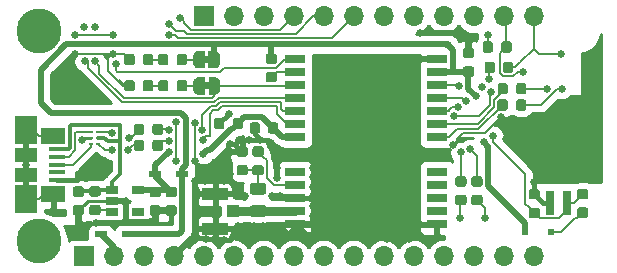
<source format=gbr>
G04 #@! TF.GenerationSoftware,KiCad,Pcbnew,(5.1.4)-1*
G04 #@! TF.CreationDate,2020-01-06T17:29:22-05:00*
G04 #@! TF.ProjectId,Feather-NEO-M9N-GPS,46656174-6865-4722-9d4e-454f2d4d394e,rev?*
G04 #@! TF.SameCoordinates,Original*
G04 #@! TF.FileFunction,Copper,L1,Top*
G04 #@! TF.FilePolarity,Positive*
%FSLAX46Y46*%
G04 Gerber Fmt 4.6, Leading zero omitted, Abs format (unit mm)*
G04 Created by KiCad (PCBNEW (5.1.4)-1) date 2020-01-06 17:29:22*
%MOMM*%
%LPD*%
G04 APERTURE LIST*
%ADD10C,0.100000*%
%ADD11R,1.050000X0.500000*%
%ADD12C,0.875000*%
%ADD13R,1.060000X0.650000*%
%ADD14R,1.800000X0.800000*%
%ADD15R,0.325000X0.250000*%
%ADD16R,1.050000X1.000000*%
%ADD17R,2.200000X1.050000*%
%ADD18R,1.900000X1.175000*%
%ADD19R,1.900000X2.375000*%
%ADD20R,2.100000X1.475000*%
%ADD21R,1.380000X0.450000*%
%ADD22C,0.500000*%
%ADD23R,0.500000X0.500000*%
%ADD24R,0.800000X2.000000*%
%ADD25C,0.975000*%
%ADD26C,3.800000*%
%ADD27O,1.700000X1.700000*%
%ADD28R,1.700000X1.700000*%
%ADD29C,0.660400*%
%ADD30C,0.152400*%
%ADD31C,0.381000*%
%ADD32C,0.254000*%
%ADD33C,0.508000*%
%ADD34C,0.778834*%
%ADD35C,0.304800*%
G04 APERTURE END LIST*
D10*
G36*
X145170080Y-81945760D02*
G01*
X145670080Y-81945760D01*
X145670080Y-81345760D01*
X145170080Y-81345760D01*
X145170080Y-81945760D01*
G37*
G36*
X145157380Y-79713100D02*
G01*
X145657380Y-79713100D01*
X145657380Y-79113100D01*
X145157380Y-79113100D01*
X145157380Y-79713100D01*
G37*
D11*
X136453800Y-94208600D03*
X138729800Y-94208600D03*
X141063900Y-89128600D03*
X143339900Y-89128600D03*
D10*
G36*
X141323891Y-90177953D02*
G01*
X141345126Y-90181103D01*
X141365950Y-90186319D01*
X141386162Y-90193551D01*
X141405568Y-90202730D01*
X141423981Y-90213766D01*
X141441224Y-90226554D01*
X141457130Y-90240970D01*
X141471546Y-90256876D01*
X141484334Y-90274119D01*
X141495370Y-90292532D01*
X141504549Y-90311938D01*
X141511781Y-90332150D01*
X141516997Y-90352974D01*
X141520147Y-90374209D01*
X141521200Y-90395650D01*
X141521200Y-90833150D01*
X141520147Y-90854591D01*
X141516997Y-90875826D01*
X141511781Y-90896650D01*
X141504549Y-90916862D01*
X141495370Y-90936268D01*
X141484334Y-90954681D01*
X141471546Y-90971924D01*
X141457130Y-90987830D01*
X141441224Y-91002246D01*
X141423981Y-91015034D01*
X141405568Y-91026070D01*
X141386162Y-91035249D01*
X141365950Y-91042481D01*
X141345126Y-91047697D01*
X141323891Y-91050847D01*
X141302450Y-91051900D01*
X140789950Y-91051900D01*
X140768509Y-91050847D01*
X140747274Y-91047697D01*
X140726450Y-91042481D01*
X140706238Y-91035249D01*
X140686832Y-91026070D01*
X140668419Y-91015034D01*
X140651176Y-91002246D01*
X140635270Y-90987830D01*
X140620854Y-90971924D01*
X140608066Y-90954681D01*
X140597030Y-90936268D01*
X140587851Y-90916862D01*
X140580619Y-90896650D01*
X140575403Y-90875826D01*
X140572253Y-90854591D01*
X140571200Y-90833150D01*
X140571200Y-90395650D01*
X140572253Y-90374209D01*
X140575403Y-90352974D01*
X140580619Y-90332150D01*
X140587851Y-90311938D01*
X140597030Y-90292532D01*
X140608066Y-90274119D01*
X140620854Y-90256876D01*
X140635270Y-90240970D01*
X140651176Y-90226554D01*
X140668419Y-90213766D01*
X140686832Y-90202730D01*
X140706238Y-90193551D01*
X140726450Y-90186319D01*
X140747274Y-90181103D01*
X140768509Y-90177953D01*
X140789950Y-90176900D01*
X141302450Y-90176900D01*
X141323891Y-90177953D01*
X141323891Y-90177953D01*
G37*
D12*
X141046200Y-90614400D03*
D10*
G36*
X141323891Y-91752953D02*
G01*
X141345126Y-91756103D01*
X141365950Y-91761319D01*
X141386162Y-91768551D01*
X141405568Y-91777730D01*
X141423981Y-91788766D01*
X141441224Y-91801554D01*
X141457130Y-91815970D01*
X141471546Y-91831876D01*
X141484334Y-91849119D01*
X141495370Y-91867532D01*
X141504549Y-91886938D01*
X141511781Y-91907150D01*
X141516997Y-91927974D01*
X141520147Y-91949209D01*
X141521200Y-91970650D01*
X141521200Y-92408150D01*
X141520147Y-92429591D01*
X141516997Y-92450826D01*
X141511781Y-92471650D01*
X141504549Y-92491862D01*
X141495370Y-92511268D01*
X141484334Y-92529681D01*
X141471546Y-92546924D01*
X141457130Y-92562830D01*
X141441224Y-92577246D01*
X141423981Y-92590034D01*
X141405568Y-92601070D01*
X141386162Y-92610249D01*
X141365950Y-92617481D01*
X141345126Y-92622697D01*
X141323891Y-92625847D01*
X141302450Y-92626900D01*
X140789950Y-92626900D01*
X140768509Y-92625847D01*
X140747274Y-92622697D01*
X140726450Y-92617481D01*
X140706238Y-92610249D01*
X140686832Y-92601070D01*
X140668419Y-92590034D01*
X140651176Y-92577246D01*
X140635270Y-92562830D01*
X140620854Y-92546924D01*
X140608066Y-92529681D01*
X140597030Y-92511268D01*
X140587851Y-92491862D01*
X140580619Y-92471650D01*
X140575403Y-92450826D01*
X140572253Y-92429591D01*
X140571200Y-92408150D01*
X140571200Y-91970650D01*
X140572253Y-91949209D01*
X140575403Y-91927974D01*
X140580619Y-91907150D01*
X140587851Y-91886938D01*
X140597030Y-91867532D01*
X140608066Y-91849119D01*
X140620854Y-91831876D01*
X140635270Y-91815970D01*
X140651176Y-91801554D01*
X140668419Y-91788766D01*
X140686832Y-91777730D01*
X140706238Y-91768551D01*
X140726450Y-91761319D01*
X140747274Y-91756103D01*
X140768509Y-91752953D01*
X140789950Y-91751900D01*
X141302450Y-91751900D01*
X141323891Y-91752953D01*
X141323891Y-91752953D01*
G37*
D12*
X141046200Y-92189400D03*
D10*
G36*
X142682791Y-90177953D02*
G01*
X142704026Y-90181103D01*
X142724850Y-90186319D01*
X142745062Y-90193551D01*
X142764468Y-90202730D01*
X142782881Y-90213766D01*
X142800124Y-90226554D01*
X142816030Y-90240970D01*
X142830446Y-90256876D01*
X142843234Y-90274119D01*
X142854270Y-90292532D01*
X142863449Y-90311938D01*
X142870681Y-90332150D01*
X142875897Y-90352974D01*
X142879047Y-90374209D01*
X142880100Y-90395650D01*
X142880100Y-90833150D01*
X142879047Y-90854591D01*
X142875897Y-90875826D01*
X142870681Y-90896650D01*
X142863449Y-90916862D01*
X142854270Y-90936268D01*
X142843234Y-90954681D01*
X142830446Y-90971924D01*
X142816030Y-90987830D01*
X142800124Y-91002246D01*
X142782881Y-91015034D01*
X142764468Y-91026070D01*
X142745062Y-91035249D01*
X142724850Y-91042481D01*
X142704026Y-91047697D01*
X142682791Y-91050847D01*
X142661350Y-91051900D01*
X142148850Y-91051900D01*
X142127409Y-91050847D01*
X142106174Y-91047697D01*
X142085350Y-91042481D01*
X142065138Y-91035249D01*
X142045732Y-91026070D01*
X142027319Y-91015034D01*
X142010076Y-91002246D01*
X141994170Y-90987830D01*
X141979754Y-90971924D01*
X141966966Y-90954681D01*
X141955930Y-90936268D01*
X141946751Y-90916862D01*
X141939519Y-90896650D01*
X141934303Y-90875826D01*
X141931153Y-90854591D01*
X141930100Y-90833150D01*
X141930100Y-90395650D01*
X141931153Y-90374209D01*
X141934303Y-90352974D01*
X141939519Y-90332150D01*
X141946751Y-90311938D01*
X141955930Y-90292532D01*
X141966966Y-90274119D01*
X141979754Y-90256876D01*
X141994170Y-90240970D01*
X142010076Y-90226554D01*
X142027319Y-90213766D01*
X142045732Y-90202730D01*
X142065138Y-90193551D01*
X142085350Y-90186319D01*
X142106174Y-90181103D01*
X142127409Y-90177953D01*
X142148850Y-90176900D01*
X142661350Y-90176900D01*
X142682791Y-90177953D01*
X142682791Y-90177953D01*
G37*
D12*
X142405100Y-90614400D03*
D10*
G36*
X142682791Y-91752953D02*
G01*
X142704026Y-91756103D01*
X142724850Y-91761319D01*
X142745062Y-91768551D01*
X142764468Y-91777730D01*
X142782881Y-91788766D01*
X142800124Y-91801554D01*
X142816030Y-91815970D01*
X142830446Y-91831876D01*
X142843234Y-91849119D01*
X142854270Y-91867532D01*
X142863449Y-91886938D01*
X142870681Y-91907150D01*
X142875897Y-91927974D01*
X142879047Y-91949209D01*
X142880100Y-91970650D01*
X142880100Y-92408150D01*
X142879047Y-92429591D01*
X142875897Y-92450826D01*
X142870681Y-92471650D01*
X142863449Y-92491862D01*
X142854270Y-92511268D01*
X142843234Y-92529681D01*
X142830446Y-92546924D01*
X142816030Y-92562830D01*
X142800124Y-92577246D01*
X142782881Y-92590034D01*
X142764468Y-92601070D01*
X142745062Y-92610249D01*
X142724850Y-92617481D01*
X142704026Y-92622697D01*
X142682791Y-92625847D01*
X142661350Y-92626900D01*
X142148850Y-92626900D01*
X142127409Y-92625847D01*
X142106174Y-92622697D01*
X142085350Y-92617481D01*
X142065138Y-92610249D01*
X142045732Y-92601070D01*
X142027319Y-92590034D01*
X142010076Y-92577246D01*
X141994170Y-92562830D01*
X141979754Y-92546924D01*
X141966966Y-92529681D01*
X141955930Y-92511268D01*
X141946751Y-92491862D01*
X141939519Y-92471650D01*
X141934303Y-92450826D01*
X141931153Y-92429591D01*
X141930100Y-92408150D01*
X141930100Y-91970650D01*
X141931153Y-91949209D01*
X141934303Y-91927974D01*
X141939519Y-91907150D01*
X141946751Y-91886938D01*
X141955930Y-91867532D01*
X141966966Y-91849119D01*
X141979754Y-91831876D01*
X141994170Y-91815970D01*
X142010076Y-91801554D01*
X142027319Y-91788766D01*
X142045732Y-91777730D01*
X142065138Y-91768551D01*
X142085350Y-91761319D01*
X142106174Y-91756103D01*
X142127409Y-91752953D01*
X142148850Y-91751900D01*
X142661350Y-91751900D01*
X142682791Y-91752953D01*
X142682791Y-91752953D01*
G37*
D12*
X142405100Y-92189400D03*
D10*
G36*
X134821491Y-90165253D02*
G01*
X134842726Y-90168403D01*
X134863550Y-90173619D01*
X134883762Y-90180851D01*
X134903168Y-90190030D01*
X134921581Y-90201066D01*
X134938824Y-90213854D01*
X134954730Y-90228270D01*
X134969146Y-90244176D01*
X134981934Y-90261419D01*
X134992970Y-90279832D01*
X135002149Y-90299238D01*
X135009381Y-90319450D01*
X135014597Y-90340274D01*
X135017747Y-90361509D01*
X135018800Y-90382950D01*
X135018800Y-90820450D01*
X135017747Y-90841891D01*
X135014597Y-90863126D01*
X135009381Y-90883950D01*
X135002149Y-90904162D01*
X134992970Y-90923568D01*
X134981934Y-90941981D01*
X134969146Y-90959224D01*
X134954730Y-90975130D01*
X134938824Y-90989546D01*
X134921581Y-91002334D01*
X134903168Y-91013370D01*
X134883762Y-91022549D01*
X134863550Y-91029781D01*
X134842726Y-91034997D01*
X134821491Y-91038147D01*
X134800050Y-91039200D01*
X134287550Y-91039200D01*
X134266109Y-91038147D01*
X134244874Y-91034997D01*
X134224050Y-91029781D01*
X134203838Y-91022549D01*
X134184432Y-91013370D01*
X134166019Y-91002334D01*
X134148776Y-90989546D01*
X134132870Y-90975130D01*
X134118454Y-90959224D01*
X134105666Y-90941981D01*
X134094630Y-90923568D01*
X134085451Y-90904162D01*
X134078219Y-90883950D01*
X134073003Y-90863126D01*
X134069853Y-90841891D01*
X134068800Y-90820450D01*
X134068800Y-90382950D01*
X134069853Y-90361509D01*
X134073003Y-90340274D01*
X134078219Y-90319450D01*
X134085451Y-90299238D01*
X134094630Y-90279832D01*
X134105666Y-90261419D01*
X134118454Y-90244176D01*
X134132870Y-90228270D01*
X134148776Y-90213854D01*
X134166019Y-90201066D01*
X134184432Y-90190030D01*
X134203838Y-90180851D01*
X134224050Y-90173619D01*
X134244874Y-90168403D01*
X134266109Y-90165253D01*
X134287550Y-90164200D01*
X134800050Y-90164200D01*
X134821491Y-90165253D01*
X134821491Y-90165253D01*
G37*
D12*
X134543800Y-90601700D03*
D10*
G36*
X134821491Y-91740253D02*
G01*
X134842726Y-91743403D01*
X134863550Y-91748619D01*
X134883762Y-91755851D01*
X134903168Y-91765030D01*
X134921581Y-91776066D01*
X134938824Y-91788854D01*
X134954730Y-91803270D01*
X134969146Y-91819176D01*
X134981934Y-91836419D01*
X134992970Y-91854832D01*
X135002149Y-91874238D01*
X135009381Y-91894450D01*
X135014597Y-91915274D01*
X135017747Y-91936509D01*
X135018800Y-91957950D01*
X135018800Y-92395450D01*
X135017747Y-92416891D01*
X135014597Y-92438126D01*
X135009381Y-92458950D01*
X135002149Y-92479162D01*
X134992970Y-92498568D01*
X134981934Y-92516981D01*
X134969146Y-92534224D01*
X134954730Y-92550130D01*
X134938824Y-92564546D01*
X134921581Y-92577334D01*
X134903168Y-92588370D01*
X134883762Y-92597549D01*
X134863550Y-92604781D01*
X134842726Y-92609997D01*
X134821491Y-92613147D01*
X134800050Y-92614200D01*
X134287550Y-92614200D01*
X134266109Y-92613147D01*
X134244874Y-92609997D01*
X134224050Y-92604781D01*
X134203838Y-92597549D01*
X134184432Y-92588370D01*
X134166019Y-92577334D01*
X134148776Y-92564546D01*
X134132870Y-92550130D01*
X134118454Y-92534224D01*
X134105666Y-92516981D01*
X134094630Y-92498568D01*
X134085451Y-92479162D01*
X134078219Y-92458950D01*
X134073003Y-92438126D01*
X134069853Y-92416891D01*
X134068800Y-92395450D01*
X134068800Y-91957950D01*
X134069853Y-91936509D01*
X134073003Y-91915274D01*
X134078219Y-91894450D01*
X134085451Y-91874238D01*
X134094630Y-91854832D01*
X134105666Y-91836419D01*
X134118454Y-91819176D01*
X134132870Y-91803270D01*
X134148776Y-91788854D01*
X134166019Y-91776066D01*
X134184432Y-91765030D01*
X134203838Y-91755851D01*
X134224050Y-91748619D01*
X134244874Y-91743403D01*
X134266109Y-91740253D01*
X134287550Y-91739200D01*
X134800050Y-91739200D01*
X134821491Y-91740253D01*
X134821491Y-91740253D01*
G37*
D12*
X134543800Y-92176700D03*
D13*
X139580800Y-90451900D03*
X139580800Y-92351900D03*
X137380800Y-92351900D03*
X137380800Y-91401900D03*
X137380800Y-90451900D03*
D10*
G36*
X136231191Y-91714853D02*
G01*
X136252426Y-91718003D01*
X136273250Y-91723219D01*
X136293462Y-91730451D01*
X136312868Y-91739630D01*
X136331281Y-91750666D01*
X136348524Y-91763454D01*
X136364430Y-91777870D01*
X136378846Y-91793776D01*
X136391634Y-91811019D01*
X136402670Y-91829432D01*
X136411849Y-91848838D01*
X136419081Y-91869050D01*
X136424297Y-91889874D01*
X136427447Y-91911109D01*
X136428500Y-91932550D01*
X136428500Y-92370050D01*
X136427447Y-92391491D01*
X136424297Y-92412726D01*
X136419081Y-92433550D01*
X136411849Y-92453762D01*
X136402670Y-92473168D01*
X136391634Y-92491581D01*
X136378846Y-92508824D01*
X136364430Y-92524730D01*
X136348524Y-92539146D01*
X136331281Y-92551934D01*
X136312868Y-92562970D01*
X136293462Y-92572149D01*
X136273250Y-92579381D01*
X136252426Y-92584597D01*
X136231191Y-92587747D01*
X136209750Y-92588800D01*
X135697250Y-92588800D01*
X135675809Y-92587747D01*
X135654574Y-92584597D01*
X135633750Y-92579381D01*
X135613538Y-92572149D01*
X135594132Y-92562970D01*
X135575719Y-92551934D01*
X135558476Y-92539146D01*
X135542570Y-92524730D01*
X135528154Y-92508824D01*
X135515366Y-92491581D01*
X135504330Y-92473168D01*
X135495151Y-92453762D01*
X135487919Y-92433550D01*
X135482703Y-92412726D01*
X135479553Y-92391491D01*
X135478500Y-92370050D01*
X135478500Y-91932550D01*
X135479553Y-91911109D01*
X135482703Y-91889874D01*
X135487919Y-91869050D01*
X135495151Y-91848838D01*
X135504330Y-91829432D01*
X135515366Y-91811019D01*
X135528154Y-91793776D01*
X135542570Y-91777870D01*
X135558476Y-91763454D01*
X135575719Y-91750666D01*
X135594132Y-91739630D01*
X135613538Y-91730451D01*
X135633750Y-91723219D01*
X135654574Y-91718003D01*
X135675809Y-91714853D01*
X135697250Y-91713800D01*
X136209750Y-91713800D01*
X136231191Y-91714853D01*
X136231191Y-91714853D01*
G37*
D12*
X135953500Y-92151300D03*
D10*
G36*
X136231191Y-90139853D02*
G01*
X136252426Y-90143003D01*
X136273250Y-90148219D01*
X136293462Y-90155451D01*
X136312868Y-90164630D01*
X136331281Y-90175666D01*
X136348524Y-90188454D01*
X136364430Y-90202870D01*
X136378846Y-90218776D01*
X136391634Y-90236019D01*
X136402670Y-90254432D01*
X136411849Y-90273838D01*
X136419081Y-90294050D01*
X136424297Y-90314874D01*
X136427447Y-90336109D01*
X136428500Y-90357550D01*
X136428500Y-90795050D01*
X136427447Y-90816491D01*
X136424297Y-90837726D01*
X136419081Y-90858550D01*
X136411849Y-90878762D01*
X136402670Y-90898168D01*
X136391634Y-90916581D01*
X136378846Y-90933824D01*
X136364430Y-90949730D01*
X136348524Y-90964146D01*
X136331281Y-90976934D01*
X136312868Y-90987970D01*
X136293462Y-90997149D01*
X136273250Y-91004381D01*
X136252426Y-91009597D01*
X136231191Y-91012747D01*
X136209750Y-91013800D01*
X135697250Y-91013800D01*
X135675809Y-91012747D01*
X135654574Y-91009597D01*
X135633750Y-91004381D01*
X135613538Y-90997149D01*
X135594132Y-90987970D01*
X135575719Y-90976934D01*
X135558476Y-90964146D01*
X135542570Y-90949730D01*
X135528154Y-90933824D01*
X135515366Y-90916581D01*
X135504330Y-90898168D01*
X135495151Y-90878762D01*
X135487919Y-90858550D01*
X135482703Y-90837726D01*
X135479553Y-90816491D01*
X135478500Y-90795050D01*
X135478500Y-90357550D01*
X135479553Y-90336109D01*
X135482703Y-90314874D01*
X135487919Y-90294050D01*
X135495151Y-90273838D01*
X135504330Y-90254432D01*
X135515366Y-90236019D01*
X135528154Y-90218776D01*
X135542570Y-90202870D01*
X135558476Y-90188454D01*
X135575719Y-90175666D01*
X135594132Y-90164630D01*
X135613538Y-90155451D01*
X135633750Y-90148219D01*
X135654574Y-90143003D01*
X135675809Y-90139853D01*
X135697250Y-90138800D01*
X136209750Y-90138800D01*
X136231191Y-90139853D01*
X136231191Y-90139853D01*
G37*
D12*
X135953500Y-90576300D03*
D14*
X164902400Y-79347300D03*
X164902400Y-80447300D03*
X164902400Y-81547300D03*
X164902400Y-82647300D03*
X164902400Y-83747300D03*
X164902400Y-84847300D03*
X164902400Y-85947300D03*
X164902400Y-88947300D03*
X164902400Y-90047300D03*
X164902400Y-91147300D03*
X164902400Y-92247300D03*
X164902400Y-93347300D03*
X152902400Y-93347300D03*
X152902400Y-92247300D03*
X152902400Y-91147300D03*
X152902400Y-90047300D03*
X152902400Y-88947300D03*
X152902400Y-85947300D03*
X152902400Y-84847300D03*
X152902400Y-83747300D03*
X152902400Y-82647300D03*
X152902400Y-81547300D03*
X152902400Y-80447300D03*
X152902400Y-79347300D03*
D15*
X136252400Y-85529800D03*
X136252400Y-86029800D03*
X136252400Y-86529800D03*
X135578400Y-86529800D03*
X135578400Y-86029800D03*
X135578400Y-85529800D03*
D16*
X147663900Y-92252800D03*
D17*
X146138900Y-90777800D03*
X146138900Y-93727800D03*
D18*
X130107840Y-89160880D03*
X130107840Y-87480880D03*
D19*
X130107840Y-91230880D03*
X130107840Y-85410880D03*
D20*
X132407840Y-90783380D03*
X132407840Y-85858380D03*
D21*
X132767840Y-89620880D03*
X132767840Y-88970880D03*
X132767840Y-88320880D03*
X132767840Y-87670880D03*
X132767840Y-87020880D03*
D10*
G36*
X151153691Y-78907973D02*
G01*
X151174926Y-78911123D01*
X151195750Y-78916339D01*
X151215962Y-78923571D01*
X151235368Y-78932750D01*
X151253781Y-78943786D01*
X151271024Y-78956574D01*
X151286930Y-78970990D01*
X151301346Y-78986896D01*
X151314134Y-79004139D01*
X151325170Y-79022552D01*
X151334349Y-79041958D01*
X151341581Y-79062170D01*
X151346797Y-79082994D01*
X151349947Y-79104229D01*
X151351000Y-79125670D01*
X151351000Y-79563170D01*
X151349947Y-79584611D01*
X151346797Y-79605846D01*
X151341581Y-79626670D01*
X151334349Y-79646882D01*
X151325170Y-79666288D01*
X151314134Y-79684701D01*
X151301346Y-79701944D01*
X151286930Y-79717850D01*
X151271024Y-79732266D01*
X151253781Y-79745054D01*
X151235368Y-79756090D01*
X151215962Y-79765269D01*
X151195750Y-79772501D01*
X151174926Y-79777717D01*
X151153691Y-79780867D01*
X151132250Y-79781920D01*
X150619750Y-79781920D01*
X150598309Y-79780867D01*
X150577074Y-79777717D01*
X150556250Y-79772501D01*
X150536038Y-79765269D01*
X150516632Y-79756090D01*
X150498219Y-79745054D01*
X150480976Y-79732266D01*
X150465070Y-79717850D01*
X150450654Y-79701944D01*
X150437866Y-79684701D01*
X150426830Y-79666288D01*
X150417651Y-79646882D01*
X150410419Y-79626670D01*
X150405203Y-79605846D01*
X150402053Y-79584611D01*
X150401000Y-79563170D01*
X150401000Y-79125670D01*
X150402053Y-79104229D01*
X150405203Y-79082994D01*
X150410419Y-79062170D01*
X150417651Y-79041958D01*
X150426830Y-79022552D01*
X150437866Y-79004139D01*
X150450654Y-78986896D01*
X150465070Y-78970990D01*
X150480976Y-78956574D01*
X150498219Y-78943786D01*
X150516632Y-78932750D01*
X150536038Y-78923571D01*
X150556250Y-78916339D01*
X150577074Y-78911123D01*
X150598309Y-78907973D01*
X150619750Y-78906920D01*
X151132250Y-78906920D01*
X151153691Y-78907973D01*
X151153691Y-78907973D01*
G37*
D12*
X150876000Y-79344420D03*
D10*
G36*
X151153691Y-80482973D02*
G01*
X151174926Y-80486123D01*
X151195750Y-80491339D01*
X151215962Y-80498571D01*
X151235368Y-80507750D01*
X151253781Y-80518786D01*
X151271024Y-80531574D01*
X151286930Y-80545990D01*
X151301346Y-80561896D01*
X151314134Y-80579139D01*
X151325170Y-80597552D01*
X151334349Y-80616958D01*
X151341581Y-80637170D01*
X151346797Y-80657994D01*
X151349947Y-80679229D01*
X151351000Y-80700670D01*
X151351000Y-81138170D01*
X151349947Y-81159611D01*
X151346797Y-81180846D01*
X151341581Y-81201670D01*
X151334349Y-81221882D01*
X151325170Y-81241288D01*
X151314134Y-81259701D01*
X151301346Y-81276944D01*
X151286930Y-81292850D01*
X151271024Y-81307266D01*
X151253781Y-81320054D01*
X151235368Y-81331090D01*
X151215962Y-81340269D01*
X151195750Y-81347501D01*
X151174926Y-81352717D01*
X151153691Y-81355867D01*
X151132250Y-81356920D01*
X150619750Y-81356920D01*
X150598309Y-81355867D01*
X150577074Y-81352717D01*
X150556250Y-81347501D01*
X150536038Y-81340269D01*
X150516632Y-81331090D01*
X150498219Y-81320054D01*
X150480976Y-81307266D01*
X150465070Y-81292850D01*
X150450654Y-81276944D01*
X150437866Y-81259701D01*
X150426830Y-81241288D01*
X150417651Y-81221882D01*
X150410419Y-81201670D01*
X150405203Y-81180846D01*
X150402053Y-81159611D01*
X150401000Y-81138170D01*
X150401000Y-80700670D01*
X150402053Y-80679229D01*
X150405203Y-80657994D01*
X150410419Y-80637170D01*
X150417651Y-80616958D01*
X150426830Y-80597552D01*
X150437866Y-80579139D01*
X150450654Y-80561896D01*
X150465070Y-80545990D01*
X150480976Y-80531574D01*
X150498219Y-80518786D01*
X150516632Y-80507750D01*
X150536038Y-80498571D01*
X150556250Y-80491339D01*
X150577074Y-80486123D01*
X150598309Y-80482973D01*
X150619750Y-80481920D01*
X151132250Y-80481920D01*
X151153691Y-80482973D01*
X151153691Y-80482973D01*
G37*
D12*
X150876000Y-80919420D03*
D10*
G36*
X143557411Y-81171813D02*
G01*
X143578646Y-81174963D01*
X143599470Y-81180179D01*
X143619682Y-81187411D01*
X143639088Y-81196590D01*
X143657501Y-81207626D01*
X143674744Y-81220414D01*
X143690650Y-81234830D01*
X143705066Y-81250736D01*
X143717854Y-81267979D01*
X143728890Y-81286392D01*
X143738069Y-81305798D01*
X143745301Y-81326010D01*
X143750517Y-81346834D01*
X143753667Y-81368069D01*
X143754720Y-81389510D01*
X143754720Y-81902010D01*
X143753667Y-81923451D01*
X143750517Y-81944686D01*
X143745301Y-81965510D01*
X143738069Y-81985722D01*
X143728890Y-82005128D01*
X143717854Y-82023541D01*
X143705066Y-82040784D01*
X143690650Y-82056690D01*
X143674744Y-82071106D01*
X143657501Y-82083894D01*
X143639088Y-82094930D01*
X143619682Y-82104109D01*
X143599470Y-82111341D01*
X143578646Y-82116557D01*
X143557411Y-82119707D01*
X143535970Y-82120760D01*
X143098470Y-82120760D01*
X143077029Y-82119707D01*
X143055794Y-82116557D01*
X143034970Y-82111341D01*
X143014758Y-82104109D01*
X142995352Y-82094930D01*
X142976939Y-82083894D01*
X142959696Y-82071106D01*
X142943790Y-82056690D01*
X142929374Y-82040784D01*
X142916586Y-82023541D01*
X142905550Y-82005128D01*
X142896371Y-81985722D01*
X142889139Y-81965510D01*
X142883923Y-81944686D01*
X142880773Y-81923451D01*
X142879720Y-81902010D01*
X142879720Y-81389510D01*
X142880773Y-81368069D01*
X142883923Y-81346834D01*
X142889139Y-81326010D01*
X142896371Y-81305798D01*
X142905550Y-81286392D01*
X142916586Y-81267979D01*
X142929374Y-81250736D01*
X142943790Y-81234830D01*
X142959696Y-81220414D01*
X142976939Y-81207626D01*
X142995352Y-81196590D01*
X143014758Y-81187411D01*
X143034970Y-81180179D01*
X143055794Y-81174963D01*
X143077029Y-81171813D01*
X143098470Y-81170760D01*
X143535970Y-81170760D01*
X143557411Y-81171813D01*
X143557411Y-81171813D01*
G37*
D12*
X143317220Y-81645760D03*
D10*
G36*
X141982411Y-81171813D02*
G01*
X142003646Y-81174963D01*
X142024470Y-81180179D01*
X142044682Y-81187411D01*
X142064088Y-81196590D01*
X142082501Y-81207626D01*
X142099744Y-81220414D01*
X142115650Y-81234830D01*
X142130066Y-81250736D01*
X142142854Y-81267979D01*
X142153890Y-81286392D01*
X142163069Y-81305798D01*
X142170301Y-81326010D01*
X142175517Y-81346834D01*
X142178667Y-81368069D01*
X142179720Y-81389510D01*
X142179720Y-81902010D01*
X142178667Y-81923451D01*
X142175517Y-81944686D01*
X142170301Y-81965510D01*
X142163069Y-81985722D01*
X142153890Y-82005128D01*
X142142854Y-82023541D01*
X142130066Y-82040784D01*
X142115650Y-82056690D01*
X142099744Y-82071106D01*
X142082501Y-82083894D01*
X142064088Y-82094930D01*
X142044682Y-82104109D01*
X142024470Y-82111341D01*
X142003646Y-82116557D01*
X141982411Y-82119707D01*
X141960970Y-82120760D01*
X141523470Y-82120760D01*
X141502029Y-82119707D01*
X141480794Y-82116557D01*
X141459970Y-82111341D01*
X141439758Y-82104109D01*
X141420352Y-82094930D01*
X141401939Y-82083894D01*
X141384696Y-82071106D01*
X141368790Y-82056690D01*
X141354374Y-82040784D01*
X141341586Y-82023541D01*
X141330550Y-82005128D01*
X141321371Y-81985722D01*
X141314139Y-81965510D01*
X141308923Y-81944686D01*
X141305773Y-81923451D01*
X141304720Y-81902010D01*
X141304720Y-81389510D01*
X141305773Y-81368069D01*
X141308923Y-81346834D01*
X141314139Y-81326010D01*
X141321371Y-81305798D01*
X141330550Y-81286392D01*
X141341586Y-81267979D01*
X141354374Y-81250736D01*
X141368790Y-81234830D01*
X141384696Y-81220414D01*
X141401939Y-81207626D01*
X141420352Y-81196590D01*
X141439758Y-81187411D01*
X141459970Y-81180179D01*
X141480794Y-81174963D01*
X141502029Y-81171813D01*
X141523470Y-81170760D01*
X141960970Y-81170760D01*
X141982411Y-81171813D01*
X141982411Y-81171813D01*
G37*
D12*
X141742220Y-81645760D03*
D10*
G36*
X143552171Y-78956933D02*
G01*
X143573406Y-78960083D01*
X143594230Y-78965299D01*
X143614442Y-78972531D01*
X143633848Y-78981710D01*
X143652261Y-78992746D01*
X143669504Y-79005534D01*
X143685410Y-79019950D01*
X143699826Y-79035856D01*
X143712614Y-79053099D01*
X143723650Y-79071512D01*
X143732829Y-79090918D01*
X143740061Y-79111130D01*
X143745277Y-79131954D01*
X143748427Y-79153189D01*
X143749480Y-79174630D01*
X143749480Y-79687130D01*
X143748427Y-79708571D01*
X143745277Y-79729806D01*
X143740061Y-79750630D01*
X143732829Y-79770842D01*
X143723650Y-79790248D01*
X143712614Y-79808661D01*
X143699826Y-79825904D01*
X143685410Y-79841810D01*
X143669504Y-79856226D01*
X143652261Y-79869014D01*
X143633848Y-79880050D01*
X143614442Y-79889229D01*
X143594230Y-79896461D01*
X143573406Y-79901677D01*
X143552171Y-79904827D01*
X143530730Y-79905880D01*
X143093230Y-79905880D01*
X143071789Y-79904827D01*
X143050554Y-79901677D01*
X143029730Y-79896461D01*
X143009518Y-79889229D01*
X142990112Y-79880050D01*
X142971699Y-79869014D01*
X142954456Y-79856226D01*
X142938550Y-79841810D01*
X142924134Y-79825904D01*
X142911346Y-79808661D01*
X142900310Y-79790248D01*
X142891131Y-79770842D01*
X142883899Y-79750630D01*
X142878683Y-79729806D01*
X142875533Y-79708571D01*
X142874480Y-79687130D01*
X142874480Y-79174630D01*
X142875533Y-79153189D01*
X142878683Y-79131954D01*
X142883899Y-79111130D01*
X142891131Y-79090918D01*
X142900310Y-79071512D01*
X142911346Y-79053099D01*
X142924134Y-79035856D01*
X142938550Y-79019950D01*
X142954456Y-79005534D01*
X142971699Y-78992746D01*
X142990112Y-78981710D01*
X143009518Y-78972531D01*
X143029730Y-78965299D01*
X143050554Y-78960083D01*
X143071789Y-78956933D01*
X143093230Y-78955880D01*
X143530730Y-78955880D01*
X143552171Y-78956933D01*
X143552171Y-78956933D01*
G37*
D12*
X143311980Y-79430880D03*
D10*
G36*
X141977171Y-78956933D02*
G01*
X141998406Y-78960083D01*
X142019230Y-78965299D01*
X142039442Y-78972531D01*
X142058848Y-78981710D01*
X142077261Y-78992746D01*
X142094504Y-79005534D01*
X142110410Y-79019950D01*
X142124826Y-79035856D01*
X142137614Y-79053099D01*
X142148650Y-79071512D01*
X142157829Y-79090918D01*
X142165061Y-79111130D01*
X142170277Y-79131954D01*
X142173427Y-79153189D01*
X142174480Y-79174630D01*
X142174480Y-79687130D01*
X142173427Y-79708571D01*
X142170277Y-79729806D01*
X142165061Y-79750630D01*
X142157829Y-79770842D01*
X142148650Y-79790248D01*
X142137614Y-79808661D01*
X142124826Y-79825904D01*
X142110410Y-79841810D01*
X142094504Y-79856226D01*
X142077261Y-79869014D01*
X142058848Y-79880050D01*
X142039442Y-79889229D01*
X142019230Y-79896461D01*
X141998406Y-79901677D01*
X141977171Y-79904827D01*
X141955730Y-79905880D01*
X141518230Y-79905880D01*
X141496789Y-79904827D01*
X141475554Y-79901677D01*
X141454730Y-79896461D01*
X141434518Y-79889229D01*
X141415112Y-79880050D01*
X141396699Y-79869014D01*
X141379456Y-79856226D01*
X141363550Y-79841810D01*
X141349134Y-79825904D01*
X141336346Y-79808661D01*
X141325310Y-79790248D01*
X141316131Y-79770842D01*
X141308899Y-79750630D01*
X141303683Y-79729806D01*
X141300533Y-79708571D01*
X141299480Y-79687130D01*
X141299480Y-79174630D01*
X141300533Y-79153189D01*
X141303683Y-79131954D01*
X141308899Y-79111130D01*
X141316131Y-79090918D01*
X141325310Y-79071512D01*
X141336346Y-79053099D01*
X141349134Y-79035856D01*
X141363550Y-79019950D01*
X141379456Y-79005534D01*
X141396699Y-78992746D01*
X141415112Y-78981710D01*
X141434518Y-78972531D01*
X141454730Y-78965299D01*
X141475554Y-78960083D01*
X141496789Y-78956933D01*
X141518230Y-78955880D01*
X141955730Y-78955880D01*
X141977171Y-78956933D01*
X141977171Y-78956933D01*
G37*
D12*
X141736980Y-79430880D03*
D10*
G36*
X169612371Y-79612253D02*
G01*
X169633606Y-79615403D01*
X169654430Y-79620619D01*
X169674642Y-79627851D01*
X169694048Y-79637030D01*
X169712461Y-79648066D01*
X169729704Y-79660854D01*
X169745610Y-79675270D01*
X169760026Y-79691176D01*
X169772814Y-79708419D01*
X169783850Y-79726832D01*
X169793029Y-79746238D01*
X169800261Y-79766450D01*
X169805477Y-79787274D01*
X169808627Y-79808509D01*
X169809680Y-79829950D01*
X169809680Y-80342450D01*
X169808627Y-80363891D01*
X169805477Y-80385126D01*
X169800261Y-80405950D01*
X169793029Y-80426162D01*
X169783850Y-80445568D01*
X169772814Y-80463981D01*
X169760026Y-80481224D01*
X169745610Y-80497130D01*
X169729704Y-80511546D01*
X169712461Y-80524334D01*
X169694048Y-80535370D01*
X169674642Y-80544549D01*
X169654430Y-80551781D01*
X169633606Y-80556997D01*
X169612371Y-80560147D01*
X169590930Y-80561200D01*
X169153430Y-80561200D01*
X169131989Y-80560147D01*
X169110754Y-80556997D01*
X169089930Y-80551781D01*
X169069718Y-80544549D01*
X169050312Y-80535370D01*
X169031899Y-80524334D01*
X169014656Y-80511546D01*
X168998750Y-80497130D01*
X168984334Y-80481224D01*
X168971546Y-80463981D01*
X168960510Y-80445568D01*
X168951331Y-80426162D01*
X168944099Y-80405950D01*
X168938883Y-80385126D01*
X168935733Y-80363891D01*
X168934680Y-80342450D01*
X168934680Y-79829950D01*
X168935733Y-79808509D01*
X168938883Y-79787274D01*
X168944099Y-79766450D01*
X168951331Y-79746238D01*
X168960510Y-79726832D01*
X168971546Y-79708419D01*
X168984334Y-79691176D01*
X168998750Y-79675270D01*
X169014656Y-79660854D01*
X169031899Y-79648066D01*
X169050312Y-79637030D01*
X169069718Y-79627851D01*
X169089930Y-79620619D01*
X169110754Y-79615403D01*
X169131989Y-79612253D01*
X169153430Y-79611200D01*
X169590930Y-79611200D01*
X169612371Y-79612253D01*
X169612371Y-79612253D01*
G37*
D12*
X169372180Y-80086200D03*
D10*
G36*
X171187371Y-79612253D02*
G01*
X171208606Y-79615403D01*
X171229430Y-79620619D01*
X171249642Y-79627851D01*
X171269048Y-79637030D01*
X171287461Y-79648066D01*
X171304704Y-79660854D01*
X171320610Y-79675270D01*
X171335026Y-79691176D01*
X171347814Y-79708419D01*
X171358850Y-79726832D01*
X171368029Y-79746238D01*
X171375261Y-79766450D01*
X171380477Y-79787274D01*
X171383627Y-79808509D01*
X171384680Y-79829950D01*
X171384680Y-80342450D01*
X171383627Y-80363891D01*
X171380477Y-80385126D01*
X171375261Y-80405950D01*
X171368029Y-80426162D01*
X171358850Y-80445568D01*
X171347814Y-80463981D01*
X171335026Y-80481224D01*
X171320610Y-80497130D01*
X171304704Y-80511546D01*
X171287461Y-80524334D01*
X171269048Y-80535370D01*
X171249642Y-80544549D01*
X171229430Y-80551781D01*
X171208606Y-80556997D01*
X171187371Y-80560147D01*
X171165930Y-80561200D01*
X170728430Y-80561200D01*
X170706989Y-80560147D01*
X170685754Y-80556997D01*
X170664930Y-80551781D01*
X170644718Y-80544549D01*
X170625312Y-80535370D01*
X170606899Y-80524334D01*
X170589656Y-80511546D01*
X170573750Y-80497130D01*
X170559334Y-80481224D01*
X170546546Y-80463981D01*
X170535510Y-80445568D01*
X170526331Y-80426162D01*
X170519099Y-80405950D01*
X170513883Y-80385126D01*
X170510733Y-80363891D01*
X170509680Y-80342450D01*
X170509680Y-79829950D01*
X170510733Y-79808509D01*
X170513883Y-79787274D01*
X170519099Y-79766450D01*
X170526331Y-79746238D01*
X170535510Y-79726832D01*
X170546546Y-79708419D01*
X170559334Y-79691176D01*
X170573750Y-79675270D01*
X170589656Y-79660854D01*
X170606899Y-79648066D01*
X170625312Y-79637030D01*
X170644718Y-79627851D01*
X170664930Y-79620619D01*
X170685754Y-79615403D01*
X170706989Y-79612253D01*
X170728430Y-79611200D01*
X171165930Y-79611200D01*
X171187371Y-79612253D01*
X171187371Y-79612253D01*
G37*
D12*
X170947180Y-80086200D03*
D10*
G36*
X169454891Y-77879973D02*
G01*
X169476126Y-77883123D01*
X169496950Y-77888339D01*
X169517162Y-77895571D01*
X169536568Y-77904750D01*
X169554981Y-77915786D01*
X169572224Y-77928574D01*
X169588130Y-77942990D01*
X169602546Y-77958896D01*
X169615334Y-77976139D01*
X169626370Y-77994552D01*
X169635549Y-78013958D01*
X169642781Y-78034170D01*
X169647997Y-78054994D01*
X169651147Y-78076229D01*
X169652200Y-78097670D01*
X169652200Y-78610170D01*
X169651147Y-78631611D01*
X169647997Y-78652846D01*
X169642781Y-78673670D01*
X169635549Y-78693882D01*
X169626370Y-78713288D01*
X169615334Y-78731701D01*
X169602546Y-78748944D01*
X169588130Y-78764850D01*
X169572224Y-78779266D01*
X169554981Y-78792054D01*
X169536568Y-78803090D01*
X169517162Y-78812269D01*
X169496950Y-78819501D01*
X169476126Y-78824717D01*
X169454891Y-78827867D01*
X169433450Y-78828920D01*
X168995950Y-78828920D01*
X168974509Y-78827867D01*
X168953274Y-78824717D01*
X168932450Y-78819501D01*
X168912238Y-78812269D01*
X168892832Y-78803090D01*
X168874419Y-78792054D01*
X168857176Y-78779266D01*
X168841270Y-78764850D01*
X168826854Y-78748944D01*
X168814066Y-78731701D01*
X168803030Y-78713288D01*
X168793851Y-78693882D01*
X168786619Y-78673670D01*
X168781403Y-78652846D01*
X168778253Y-78631611D01*
X168777200Y-78610170D01*
X168777200Y-78097670D01*
X168778253Y-78076229D01*
X168781403Y-78054994D01*
X168786619Y-78034170D01*
X168793851Y-78013958D01*
X168803030Y-77994552D01*
X168814066Y-77976139D01*
X168826854Y-77958896D01*
X168841270Y-77942990D01*
X168857176Y-77928574D01*
X168874419Y-77915786D01*
X168892832Y-77904750D01*
X168912238Y-77895571D01*
X168932450Y-77888339D01*
X168953274Y-77883123D01*
X168974509Y-77879973D01*
X168995950Y-77878920D01*
X169433450Y-77878920D01*
X169454891Y-77879973D01*
X169454891Y-77879973D01*
G37*
D12*
X169214700Y-78353920D03*
D10*
G36*
X171029891Y-77879973D02*
G01*
X171051126Y-77883123D01*
X171071950Y-77888339D01*
X171092162Y-77895571D01*
X171111568Y-77904750D01*
X171129981Y-77915786D01*
X171147224Y-77928574D01*
X171163130Y-77942990D01*
X171177546Y-77958896D01*
X171190334Y-77976139D01*
X171201370Y-77994552D01*
X171210549Y-78013958D01*
X171217781Y-78034170D01*
X171222997Y-78054994D01*
X171226147Y-78076229D01*
X171227200Y-78097670D01*
X171227200Y-78610170D01*
X171226147Y-78631611D01*
X171222997Y-78652846D01*
X171217781Y-78673670D01*
X171210549Y-78693882D01*
X171201370Y-78713288D01*
X171190334Y-78731701D01*
X171177546Y-78748944D01*
X171163130Y-78764850D01*
X171147224Y-78779266D01*
X171129981Y-78792054D01*
X171111568Y-78803090D01*
X171092162Y-78812269D01*
X171071950Y-78819501D01*
X171051126Y-78824717D01*
X171029891Y-78827867D01*
X171008450Y-78828920D01*
X170570950Y-78828920D01*
X170549509Y-78827867D01*
X170528274Y-78824717D01*
X170507450Y-78819501D01*
X170487238Y-78812269D01*
X170467832Y-78803090D01*
X170449419Y-78792054D01*
X170432176Y-78779266D01*
X170416270Y-78764850D01*
X170401854Y-78748944D01*
X170389066Y-78731701D01*
X170378030Y-78713288D01*
X170368851Y-78693882D01*
X170361619Y-78673670D01*
X170356403Y-78652846D01*
X170353253Y-78631611D01*
X170352200Y-78610170D01*
X170352200Y-78097670D01*
X170353253Y-78076229D01*
X170356403Y-78054994D01*
X170361619Y-78034170D01*
X170368851Y-78013958D01*
X170378030Y-77994552D01*
X170389066Y-77976139D01*
X170401854Y-77958896D01*
X170416270Y-77942990D01*
X170432176Y-77928574D01*
X170449419Y-77915786D01*
X170467832Y-77904750D01*
X170487238Y-77895571D01*
X170507450Y-77888339D01*
X170528274Y-77883123D01*
X170549509Y-77879973D01*
X170570950Y-77878920D01*
X171008450Y-77878920D01*
X171029891Y-77879973D01*
X171029891Y-77879973D01*
G37*
D12*
X170789700Y-78353920D03*
D10*
G36*
X177529051Y-91935833D02*
G01*
X177550286Y-91938983D01*
X177571110Y-91944199D01*
X177591322Y-91951431D01*
X177610728Y-91960610D01*
X177629141Y-91971646D01*
X177646384Y-91984434D01*
X177662290Y-91998850D01*
X177676706Y-92014756D01*
X177689494Y-92031999D01*
X177700530Y-92050412D01*
X177709709Y-92069818D01*
X177716941Y-92090030D01*
X177722157Y-92110854D01*
X177725307Y-92132089D01*
X177726360Y-92153530D01*
X177726360Y-92591030D01*
X177725307Y-92612471D01*
X177722157Y-92633706D01*
X177716941Y-92654530D01*
X177709709Y-92674742D01*
X177700530Y-92694148D01*
X177689494Y-92712561D01*
X177676706Y-92729804D01*
X177662290Y-92745710D01*
X177646384Y-92760126D01*
X177629141Y-92772914D01*
X177610728Y-92783950D01*
X177591322Y-92793129D01*
X177571110Y-92800361D01*
X177550286Y-92805577D01*
X177529051Y-92808727D01*
X177507610Y-92809780D01*
X176995110Y-92809780D01*
X176973669Y-92808727D01*
X176952434Y-92805577D01*
X176931610Y-92800361D01*
X176911398Y-92793129D01*
X176891992Y-92783950D01*
X176873579Y-92772914D01*
X176856336Y-92760126D01*
X176840430Y-92745710D01*
X176826014Y-92729804D01*
X176813226Y-92712561D01*
X176802190Y-92694148D01*
X176793011Y-92674742D01*
X176785779Y-92654530D01*
X176780563Y-92633706D01*
X176777413Y-92612471D01*
X176776360Y-92591030D01*
X176776360Y-92153530D01*
X176777413Y-92132089D01*
X176780563Y-92110854D01*
X176785779Y-92090030D01*
X176793011Y-92069818D01*
X176802190Y-92050412D01*
X176813226Y-92031999D01*
X176826014Y-92014756D01*
X176840430Y-91998850D01*
X176856336Y-91984434D01*
X176873579Y-91971646D01*
X176891992Y-91960610D01*
X176911398Y-91951431D01*
X176931610Y-91944199D01*
X176952434Y-91938983D01*
X176973669Y-91935833D01*
X176995110Y-91934780D01*
X177507610Y-91934780D01*
X177529051Y-91935833D01*
X177529051Y-91935833D01*
G37*
D12*
X177251360Y-92372280D03*
D10*
G36*
X177529051Y-90360833D02*
G01*
X177550286Y-90363983D01*
X177571110Y-90369199D01*
X177591322Y-90376431D01*
X177610728Y-90385610D01*
X177629141Y-90396646D01*
X177646384Y-90409434D01*
X177662290Y-90423850D01*
X177676706Y-90439756D01*
X177689494Y-90456999D01*
X177700530Y-90475412D01*
X177709709Y-90494818D01*
X177716941Y-90515030D01*
X177722157Y-90535854D01*
X177725307Y-90557089D01*
X177726360Y-90578530D01*
X177726360Y-91016030D01*
X177725307Y-91037471D01*
X177722157Y-91058706D01*
X177716941Y-91079530D01*
X177709709Y-91099742D01*
X177700530Y-91119148D01*
X177689494Y-91137561D01*
X177676706Y-91154804D01*
X177662290Y-91170710D01*
X177646384Y-91185126D01*
X177629141Y-91197914D01*
X177610728Y-91208950D01*
X177591322Y-91218129D01*
X177571110Y-91225361D01*
X177550286Y-91230577D01*
X177529051Y-91233727D01*
X177507610Y-91234780D01*
X176995110Y-91234780D01*
X176973669Y-91233727D01*
X176952434Y-91230577D01*
X176931610Y-91225361D01*
X176911398Y-91218129D01*
X176891992Y-91208950D01*
X176873579Y-91197914D01*
X176856336Y-91185126D01*
X176840430Y-91170710D01*
X176826014Y-91154804D01*
X176813226Y-91137561D01*
X176802190Y-91119148D01*
X176793011Y-91099742D01*
X176785779Y-91079530D01*
X176780563Y-91058706D01*
X176777413Y-91037471D01*
X176776360Y-91016030D01*
X176776360Y-90578530D01*
X176777413Y-90557089D01*
X176780563Y-90535854D01*
X176785779Y-90515030D01*
X176793011Y-90494818D01*
X176802190Y-90475412D01*
X176813226Y-90456999D01*
X176826014Y-90439756D01*
X176840430Y-90423850D01*
X176856336Y-90409434D01*
X176873579Y-90396646D01*
X176891992Y-90385610D01*
X176911398Y-90376431D01*
X176931610Y-90369199D01*
X176952434Y-90363983D01*
X176973669Y-90360833D01*
X176995110Y-90359780D01*
X177507610Y-90359780D01*
X177529051Y-90360833D01*
X177529051Y-90360833D01*
G37*
D12*
X177251360Y-90797280D03*
D10*
G36*
X148296891Y-84362053D02*
G01*
X148318126Y-84365203D01*
X148338950Y-84370419D01*
X148359162Y-84377651D01*
X148378568Y-84386830D01*
X148396981Y-84397866D01*
X148414224Y-84410654D01*
X148430130Y-84425070D01*
X148444546Y-84440976D01*
X148457334Y-84458219D01*
X148468370Y-84476632D01*
X148477549Y-84496038D01*
X148484781Y-84516250D01*
X148489997Y-84537074D01*
X148493147Y-84558309D01*
X148494200Y-84579750D01*
X148494200Y-85092250D01*
X148493147Y-85113691D01*
X148489997Y-85134926D01*
X148484781Y-85155750D01*
X148477549Y-85175962D01*
X148468370Y-85195368D01*
X148457334Y-85213781D01*
X148444546Y-85231024D01*
X148430130Y-85246930D01*
X148414224Y-85261346D01*
X148396981Y-85274134D01*
X148378568Y-85285170D01*
X148359162Y-85294349D01*
X148338950Y-85301581D01*
X148318126Y-85306797D01*
X148296891Y-85309947D01*
X148275450Y-85311000D01*
X147837950Y-85311000D01*
X147816509Y-85309947D01*
X147795274Y-85306797D01*
X147774450Y-85301581D01*
X147754238Y-85294349D01*
X147734832Y-85285170D01*
X147716419Y-85274134D01*
X147699176Y-85261346D01*
X147683270Y-85246930D01*
X147668854Y-85231024D01*
X147656066Y-85213781D01*
X147645030Y-85195368D01*
X147635851Y-85175962D01*
X147628619Y-85155750D01*
X147623403Y-85134926D01*
X147620253Y-85113691D01*
X147619200Y-85092250D01*
X147619200Y-84579750D01*
X147620253Y-84558309D01*
X147623403Y-84537074D01*
X147628619Y-84516250D01*
X147635851Y-84496038D01*
X147645030Y-84476632D01*
X147656066Y-84458219D01*
X147668854Y-84440976D01*
X147683270Y-84425070D01*
X147699176Y-84410654D01*
X147716419Y-84397866D01*
X147734832Y-84386830D01*
X147754238Y-84377651D01*
X147774450Y-84370419D01*
X147795274Y-84365203D01*
X147816509Y-84362053D01*
X147837950Y-84361000D01*
X148275450Y-84361000D01*
X148296891Y-84362053D01*
X148296891Y-84362053D01*
G37*
D12*
X148056700Y-84836000D03*
D10*
G36*
X146721891Y-84362053D02*
G01*
X146743126Y-84365203D01*
X146763950Y-84370419D01*
X146784162Y-84377651D01*
X146803568Y-84386830D01*
X146821981Y-84397866D01*
X146839224Y-84410654D01*
X146855130Y-84425070D01*
X146869546Y-84440976D01*
X146882334Y-84458219D01*
X146893370Y-84476632D01*
X146902549Y-84496038D01*
X146909781Y-84516250D01*
X146914997Y-84537074D01*
X146918147Y-84558309D01*
X146919200Y-84579750D01*
X146919200Y-85092250D01*
X146918147Y-85113691D01*
X146914997Y-85134926D01*
X146909781Y-85155750D01*
X146902549Y-85175962D01*
X146893370Y-85195368D01*
X146882334Y-85213781D01*
X146869546Y-85231024D01*
X146855130Y-85246930D01*
X146839224Y-85261346D01*
X146821981Y-85274134D01*
X146803568Y-85285170D01*
X146784162Y-85294349D01*
X146763950Y-85301581D01*
X146743126Y-85306797D01*
X146721891Y-85309947D01*
X146700450Y-85311000D01*
X146262950Y-85311000D01*
X146241509Y-85309947D01*
X146220274Y-85306797D01*
X146199450Y-85301581D01*
X146179238Y-85294349D01*
X146159832Y-85285170D01*
X146141419Y-85274134D01*
X146124176Y-85261346D01*
X146108270Y-85246930D01*
X146093854Y-85231024D01*
X146081066Y-85213781D01*
X146070030Y-85195368D01*
X146060851Y-85175962D01*
X146053619Y-85155750D01*
X146048403Y-85134926D01*
X146045253Y-85113691D01*
X146044200Y-85092250D01*
X146044200Y-84579750D01*
X146045253Y-84558309D01*
X146048403Y-84537074D01*
X146053619Y-84516250D01*
X146060851Y-84496038D01*
X146070030Y-84476632D01*
X146081066Y-84458219D01*
X146093854Y-84440976D01*
X146108270Y-84425070D01*
X146124176Y-84410654D01*
X146141419Y-84397866D01*
X146159832Y-84386830D01*
X146179238Y-84377651D01*
X146199450Y-84370419D01*
X146220274Y-84365203D01*
X146241509Y-84362053D01*
X146262950Y-84361000D01*
X146700450Y-84361000D01*
X146721891Y-84362053D01*
X146721891Y-84362053D01*
G37*
D12*
X146481700Y-84836000D03*
D10*
G36*
X150036091Y-88349353D02*
G01*
X150057326Y-88352503D01*
X150078150Y-88357719D01*
X150098362Y-88364951D01*
X150117768Y-88374130D01*
X150136181Y-88385166D01*
X150153424Y-88397954D01*
X150169330Y-88412370D01*
X150183746Y-88428276D01*
X150196534Y-88445519D01*
X150207570Y-88463932D01*
X150216749Y-88483338D01*
X150223981Y-88503550D01*
X150229197Y-88524374D01*
X150232347Y-88545609D01*
X150233400Y-88567050D01*
X150233400Y-89004550D01*
X150232347Y-89025991D01*
X150229197Y-89047226D01*
X150223981Y-89068050D01*
X150216749Y-89088262D01*
X150207570Y-89107668D01*
X150196534Y-89126081D01*
X150183746Y-89143324D01*
X150169330Y-89159230D01*
X150153424Y-89173646D01*
X150136181Y-89186434D01*
X150117768Y-89197470D01*
X150098362Y-89206649D01*
X150078150Y-89213881D01*
X150057326Y-89219097D01*
X150036091Y-89222247D01*
X150014650Y-89223300D01*
X149502150Y-89223300D01*
X149480709Y-89222247D01*
X149459474Y-89219097D01*
X149438650Y-89213881D01*
X149418438Y-89206649D01*
X149399032Y-89197470D01*
X149380619Y-89186434D01*
X149363376Y-89173646D01*
X149347470Y-89159230D01*
X149333054Y-89143324D01*
X149320266Y-89126081D01*
X149309230Y-89107668D01*
X149300051Y-89088262D01*
X149292819Y-89068050D01*
X149287603Y-89047226D01*
X149284453Y-89025991D01*
X149283400Y-89004550D01*
X149283400Y-88567050D01*
X149284453Y-88545609D01*
X149287603Y-88524374D01*
X149292819Y-88503550D01*
X149300051Y-88483338D01*
X149309230Y-88463932D01*
X149320266Y-88445519D01*
X149333054Y-88428276D01*
X149347470Y-88412370D01*
X149363376Y-88397954D01*
X149380619Y-88385166D01*
X149399032Y-88374130D01*
X149418438Y-88364951D01*
X149438650Y-88357719D01*
X149459474Y-88352503D01*
X149480709Y-88349353D01*
X149502150Y-88348300D01*
X150014650Y-88348300D01*
X150036091Y-88349353D01*
X150036091Y-88349353D01*
G37*
D12*
X149758400Y-88785800D03*
D10*
G36*
X150036091Y-86774353D02*
G01*
X150057326Y-86777503D01*
X150078150Y-86782719D01*
X150098362Y-86789951D01*
X150117768Y-86799130D01*
X150136181Y-86810166D01*
X150153424Y-86822954D01*
X150169330Y-86837370D01*
X150183746Y-86853276D01*
X150196534Y-86870519D01*
X150207570Y-86888932D01*
X150216749Y-86908338D01*
X150223981Y-86928550D01*
X150229197Y-86949374D01*
X150232347Y-86970609D01*
X150233400Y-86992050D01*
X150233400Y-87429550D01*
X150232347Y-87450991D01*
X150229197Y-87472226D01*
X150223981Y-87493050D01*
X150216749Y-87513262D01*
X150207570Y-87532668D01*
X150196534Y-87551081D01*
X150183746Y-87568324D01*
X150169330Y-87584230D01*
X150153424Y-87598646D01*
X150136181Y-87611434D01*
X150117768Y-87622470D01*
X150098362Y-87631649D01*
X150078150Y-87638881D01*
X150057326Y-87644097D01*
X150036091Y-87647247D01*
X150014650Y-87648300D01*
X149502150Y-87648300D01*
X149480709Y-87647247D01*
X149459474Y-87644097D01*
X149438650Y-87638881D01*
X149418438Y-87631649D01*
X149399032Y-87622470D01*
X149380619Y-87611434D01*
X149363376Y-87598646D01*
X149347470Y-87584230D01*
X149333054Y-87568324D01*
X149320266Y-87551081D01*
X149309230Y-87532668D01*
X149300051Y-87513262D01*
X149292819Y-87493050D01*
X149287603Y-87472226D01*
X149284453Y-87450991D01*
X149283400Y-87429550D01*
X149283400Y-86992050D01*
X149284453Y-86970609D01*
X149287603Y-86949374D01*
X149292819Y-86928550D01*
X149300051Y-86908338D01*
X149309230Y-86888932D01*
X149320266Y-86870519D01*
X149333054Y-86853276D01*
X149347470Y-86837370D01*
X149363376Y-86822954D01*
X149380619Y-86810166D01*
X149399032Y-86799130D01*
X149418438Y-86789951D01*
X149438650Y-86782719D01*
X149459474Y-86777503D01*
X149480709Y-86774353D01*
X149502150Y-86773300D01*
X150014650Y-86773300D01*
X150036091Y-86774353D01*
X150036091Y-86774353D01*
G37*
D12*
X149758400Y-87210800D03*
D10*
G36*
X139917231Y-84849733D02*
G01*
X139938466Y-84852883D01*
X139959290Y-84858099D01*
X139979502Y-84865331D01*
X139998908Y-84874510D01*
X140017321Y-84885546D01*
X140034564Y-84898334D01*
X140050470Y-84912750D01*
X140064886Y-84928656D01*
X140077674Y-84945899D01*
X140088710Y-84964312D01*
X140097889Y-84983718D01*
X140105121Y-85003930D01*
X140110337Y-85024754D01*
X140113487Y-85045989D01*
X140114540Y-85067430D01*
X140114540Y-85579930D01*
X140113487Y-85601371D01*
X140110337Y-85622606D01*
X140105121Y-85643430D01*
X140097889Y-85663642D01*
X140088710Y-85683048D01*
X140077674Y-85701461D01*
X140064886Y-85718704D01*
X140050470Y-85734610D01*
X140034564Y-85749026D01*
X140017321Y-85761814D01*
X139998908Y-85772850D01*
X139979502Y-85782029D01*
X139959290Y-85789261D01*
X139938466Y-85794477D01*
X139917231Y-85797627D01*
X139895790Y-85798680D01*
X139458290Y-85798680D01*
X139436849Y-85797627D01*
X139415614Y-85794477D01*
X139394790Y-85789261D01*
X139374578Y-85782029D01*
X139355172Y-85772850D01*
X139336759Y-85761814D01*
X139319516Y-85749026D01*
X139303610Y-85734610D01*
X139289194Y-85718704D01*
X139276406Y-85701461D01*
X139265370Y-85683048D01*
X139256191Y-85663642D01*
X139248959Y-85643430D01*
X139243743Y-85622606D01*
X139240593Y-85601371D01*
X139239540Y-85579930D01*
X139239540Y-85067430D01*
X139240593Y-85045989D01*
X139243743Y-85024754D01*
X139248959Y-85003930D01*
X139256191Y-84983718D01*
X139265370Y-84964312D01*
X139276406Y-84945899D01*
X139289194Y-84928656D01*
X139303610Y-84912750D01*
X139319516Y-84898334D01*
X139336759Y-84885546D01*
X139355172Y-84874510D01*
X139374578Y-84865331D01*
X139394790Y-84858099D01*
X139415614Y-84852883D01*
X139436849Y-84849733D01*
X139458290Y-84848680D01*
X139895790Y-84848680D01*
X139917231Y-84849733D01*
X139917231Y-84849733D01*
G37*
D12*
X139677040Y-85323680D03*
D10*
G36*
X141492231Y-84849733D02*
G01*
X141513466Y-84852883D01*
X141534290Y-84858099D01*
X141554502Y-84865331D01*
X141573908Y-84874510D01*
X141592321Y-84885546D01*
X141609564Y-84898334D01*
X141625470Y-84912750D01*
X141639886Y-84928656D01*
X141652674Y-84945899D01*
X141663710Y-84964312D01*
X141672889Y-84983718D01*
X141680121Y-85003930D01*
X141685337Y-85024754D01*
X141688487Y-85045989D01*
X141689540Y-85067430D01*
X141689540Y-85579930D01*
X141688487Y-85601371D01*
X141685337Y-85622606D01*
X141680121Y-85643430D01*
X141672889Y-85663642D01*
X141663710Y-85683048D01*
X141652674Y-85701461D01*
X141639886Y-85718704D01*
X141625470Y-85734610D01*
X141609564Y-85749026D01*
X141592321Y-85761814D01*
X141573908Y-85772850D01*
X141554502Y-85782029D01*
X141534290Y-85789261D01*
X141513466Y-85794477D01*
X141492231Y-85797627D01*
X141470790Y-85798680D01*
X141033290Y-85798680D01*
X141011849Y-85797627D01*
X140990614Y-85794477D01*
X140969790Y-85789261D01*
X140949578Y-85782029D01*
X140930172Y-85772850D01*
X140911759Y-85761814D01*
X140894516Y-85749026D01*
X140878610Y-85734610D01*
X140864194Y-85718704D01*
X140851406Y-85701461D01*
X140840370Y-85683048D01*
X140831191Y-85663642D01*
X140823959Y-85643430D01*
X140818743Y-85622606D01*
X140815593Y-85601371D01*
X140814540Y-85579930D01*
X140814540Y-85067430D01*
X140815593Y-85045989D01*
X140818743Y-85024754D01*
X140823959Y-85003930D01*
X140831191Y-84983718D01*
X140840370Y-84964312D01*
X140851406Y-84945899D01*
X140864194Y-84928656D01*
X140878610Y-84912750D01*
X140894516Y-84898334D01*
X140911759Y-84885546D01*
X140930172Y-84874510D01*
X140949578Y-84865331D01*
X140969790Y-84858099D01*
X140990614Y-84852883D01*
X141011849Y-84849733D01*
X141033290Y-84848680D01*
X141470790Y-84848680D01*
X141492231Y-84849733D01*
X141492231Y-84849733D01*
G37*
D12*
X141252040Y-85323680D03*
D10*
G36*
X139927391Y-86206093D02*
G01*
X139948626Y-86209243D01*
X139969450Y-86214459D01*
X139989662Y-86221691D01*
X140009068Y-86230870D01*
X140027481Y-86241906D01*
X140044724Y-86254694D01*
X140060630Y-86269110D01*
X140075046Y-86285016D01*
X140087834Y-86302259D01*
X140098870Y-86320672D01*
X140108049Y-86340078D01*
X140115281Y-86360290D01*
X140120497Y-86381114D01*
X140123647Y-86402349D01*
X140124700Y-86423790D01*
X140124700Y-86936290D01*
X140123647Y-86957731D01*
X140120497Y-86978966D01*
X140115281Y-86999790D01*
X140108049Y-87020002D01*
X140098870Y-87039408D01*
X140087834Y-87057821D01*
X140075046Y-87075064D01*
X140060630Y-87090970D01*
X140044724Y-87105386D01*
X140027481Y-87118174D01*
X140009068Y-87129210D01*
X139989662Y-87138389D01*
X139969450Y-87145621D01*
X139948626Y-87150837D01*
X139927391Y-87153987D01*
X139905950Y-87155040D01*
X139468450Y-87155040D01*
X139447009Y-87153987D01*
X139425774Y-87150837D01*
X139404950Y-87145621D01*
X139384738Y-87138389D01*
X139365332Y-87129210D01*
X139346919Y-87118174D01*
X139329676Y-87105386D01*
X139313770Y-87090970D01*
X139299354Y-87075064D01*
X139286566Y-87057821D01*
X139275530Y-87039408D01*
X139266351Y-87020002D01*
X139259119Y-86999790D01*
X139253903Y-86978966D01*
X139250753Y-86957731D01*
X139249700Y-86936290D01*
X139249700Y-86423790D01*
X139250753Y-86402349D01*
X139253903Y-86381114D01*
X139259119Y-86360290D01*
X139266351Y-86340078D01*
X139275530Y-86320672D01*
X139286566Y-86302259D01*
X139299354Y-86285016D01*
X139313770Y-86269110D01*
X139329676Y-86254694D01*
X139346919Y-86241906D01*
X139365332Y-86230870D01*
X139384738Y-86221691D01*
X139404950Y-86214459D01*
X139425774Y-86209243D01*
X139447009Y-86206093D01*
X139468450Y-86205040D01*
X139905950Y-86205040D01*
X139927391Y-86206093D01*
X139927391Y-86206093D01*
G37*
D12*
X139687200Y-86680040D03*
D10*
G36*
X141502391Y-86206093D02*
G01*
X141523626Y-86209243D01*
X141544450Y-86214459D01*
X141564662Y-86221691D01*
X141584068Y-86230870D01*
X141602481Y-86241906D01*
X141619724Y-86254694D01*
X141635630Y-86269110D01*
X141650046Y-86285016D01*
X141662834Y-86302259D01*
X141673870Y-86320672D01*
X141683049Y-86340078D01*
X141690281Y-86360290D01*
X141695497Y-86381114D01*
X141698647Y-86402349D01*
X141699700Y-86423790D01*
X141699700Y-86936290D01*
X141698647Y-86957731D01*
X141695497Y-86978966D01*
X141690281Y-86999790D01*
X141683049Y-87020002D01*
X141673870Y-87039408D01*
X141662834Y-87057821D01*
X141650046Y-87075064D01*
X141635630Y-87090970D01*
X141619724Y-87105386D01*
X141602481Y-87118174D01*
X141584068Y-87129210D01*
X141564662Y-87138389D01*
X141544450Y-87145621D01*
X141523626Y-87150837D01*
X141502391Y-87153987D01*
X141480950Y-87155040D01*
X141043450Y-87155040D01*
X141022009Y-87153987D01*
X141000774Y-87150837D01*
X140979950Y-87145621D01*
X140959738Y-87138389D01*
X140940332Y-87129210D01*
X140921919Y-87118174D01*
X140904676Y-87105386D01*
X140888770Y-87090970D01*
X140874354Y-87075064D01*
X140861566Y-87057821D01*
X140850530Y-87039408D01*
X140841351Y-87020002D01*
X140834119Y-86999790D01*
X140828903Y-86978966D01*
X140825753Y-86957731D01*
X140824700Y-86936290D01*
X140824700Y-86423790D01*
X140825753Y-86402349D01*
X140828903Y-86381114D01*
X140834119Y-86360290D01*
X140841351Y-86340078D01*
X140850530Y-86320672D01*
X140861566Y-86302259D01*
X140874354Y-86285016D01*
X140888770Y-86269110D01*
X140904676Y-86254694D01*
X140921919Y-86241906D01*
X140940332Y-86230870D01*
X140959738Y-86221691D01*
X140979950Y-86214459D01*
X141000774Y-86209243D01*
X141022009Y-86206093D01*
X141043450Y-86205040D01*
X141480950Y-86205040D01*
X141502391Y-86206093D01*
X141502391Y-86206093D01*
G37*
D12*
X141262200Y-86680040D03*
D10*
G36*
X167214111Y-89301653D02*
G01*
X167235346Y-89304803D01*
X167256170Y-89310019D01*
X167276382Y-89317251D01*
X167295788Y-89326430D01*
X167314201Y-89337466D01*
X167331444Y-89350254D01*
X167347350Y-89364670D01*
X167361766Y-89380576D01*
X167374554Y-89397819D01*
X167385590Y-89416232D01*
X167394769Y-89435638D01*
X167402001Y-89455850D01*
X167407217Y-89476674D01*
X167410367Y-89497909D01*
X167411420Y-89519350D01*
X167411420Y-89956850D01*
X167410367Y-89978291D01*
X167407217Y-89999526D01*
X167402001Y-90020350D01*
X167394769Y-90040562D01*
X167385590Y-90059968D01*
X167374554Y-90078381D01*
X167361766Y-90095624D01*
X167347350Y-90111530D01*
X167331444Y-90125946D01*
X167314201Y-90138734D01*
X167295788Y-90149770D01*
X167276382Y-90158949D01*
X167256170Y-90166181D01*
X167235346Y-90171397D01*
X167214111Y-90174547D01*
X167192670Y-90175600D01*
X166680170Y-90175600D01*
X166658729Y-90174547D01*
X166637494Y-90171397D01*
X166616670Y-90166181D01*
X166596458Y-90158949D01*
X166577052Y-90149770D01*
X166558639Y-90138734D01*
X166541396Y-90125946D01*
X166525490Y-90111530D01*
X166511074Y-90095624D01*
X166498286Y-90078381D01*
X166487250Y-90059968D01*
X166478071Y-90040562D01*
X166470839Y-90020350D01*
X166465623Y-89999526D01*
X166462473Y-89978291D01*
X166461420Y-89956850D01*
X166461420Y-89519350D01*
X166462473Y-89497909D01*
X166465623Y-89476674D01*
X166470839Y-89455850D01*
X166478071Y-89435638D01*
X166487250Y-89416232D01*
X166498286Y-89397819D01*
X166511074Y-89380576D01*
X166525490Y-89364670D01*
X166541396Y-89350254D01*
X166558639Y-89337466D01*
X166577052Y-89326430D01*
X166596458Y-89317251D01*
X166616670Y-89310019D01*
X166637494Y-89304803D01*
X166658729Y-89301653D01*
X166680170Y-89300600D01*
X167192670Y-89300600D01*
X167214111Y-89301653D01*
X167214111Y-89301653D01*
G37*
D12*
X166936420Y-89738100D03*
D10*
G36*
X167214111Y-90876653D02*
G01*
X167235346Y-90879803D01*
X167256170Y-90885019D01*
X167276382Y-90892251D01*
X167295788Y-90901430D01*
X167314201Y-90912466D01*
X167331444Y-90925254D01*
X167347350Y-90939670D01*
X167361766Y-90955576D01*
X167374554Y-90972819D01*
X167385590Y-90991232D01*
X167394769Y-91010638D01*
X167402001Y-91030850D01*
X167407217Y-91051674D01*
X167410367Y-91072909D01*
X167411420Y-91094350D01*
X167411420Y-91531850D01*
X167410367Y-91553291D01*
X167407217Y-91574526D01*
X167402001Y-91595350D01*
X167394769Y-91615562D01*
X167385590Y-91634968D01*
X167374554Y-91653381D01*
X167361766Y-91670624D01*
X167347350Y-91686530D01*
X167331444Y-91700946D01*
X167314201Y-91713734D01*
X167295788Y-91724770D01*
X167276382Y-91733949D01*
X167256170Y-91741181D01*
X167235346Y-91746397D01*
X167214111Y-91749547D01*
X167192670Y-91750600D01*
X166680170Y-91750600D01*
X166658729Y-91749547D01*
X166637494Y-91746397D01*
X166616670Y-91741181D01*
X166596458Y-91733949D01*
X166577052Y-91724770D01*
X166558639Y-91713734D01*
X166541396Y-91700946D01*
X166525490Y-91686530D01*
X166511074Y-91670624D01*
X166498286Y-91653381D01*
X166487250Y-91634968D01*
X166478071Y-91615562D01*
X166470839Y-91595350D01*
X166465623Y-91574526D01*
X166462473Y-91553291D01*
X166461420Y-91531850D01*
X166461420Y-91094350D01*
X166462473Y-91072909D01*
X166465623Y-91051674D01*
X166470839Y-91030850D01*
X166478071Y-91010638D01*
X166487250Y-90991232D01*
X166498286Y-90972819D01*
X166511074Y-90955576D01*
X166525490Y-90939670D01*
X166541396Y-90925254D01*
X166558639Y-90912466D01*
X166577052Y-90901430D01*
X166596458Y-90892251D01*
X166616670Y-90885019D01*
X166637494Y-90879803D01*
X166658729Y-90876653D01*
X166680170Y-90875600D01*
X167192670Y-90875600D01*
X167214111Y-90876653D01*
X167214111Y-90876653D01*
G37*
D12*
X166936420Y-91313100D03*
D10*
G36*
X168570471Y-89301653D02*
G01*
X168591706Y-89304803D01*
X168612530Y-89310019D01*
X168632742Y-89317251D01*
X168652148Y-89326430D01*
X168670561Y-89337466D01*
X168687804Y-89350254D01*
X168703710Y-89364670D01*
X168718126Y-89380576D01*
X168730914Y-89397819D01*
X168741950Y-89416232D01*
X168751129Y-89435638D01*
X168758361Y-89455850D01*
X168763577Y-89476674D01*
X168766727Y-89497909D01*
X168767780Y-89519350D01*
X168767780Y-89956850D01*
X168766727Y-89978291D01*
X168763577Y-89999526D01*
X168758361Y-90020350D01*
X168751129Y-90040562D01*
X168741950Y-90059968D01*
X168730914Y-90078381D01*
X168718126Y-90095624D01*
X168703710Y-90111530D01*
X168687804Y-90125946D01*
X168670561Y-90138734D01*
X168652148Y-90149770D01*
X168632742Y-90158949D01*
X168612530Y-90166181D01*
X168591706Y-90171397D01*
X168570471Y-90174547D01*
X168549030Y-90175600D01*
X168036530Y-90175600D01*
X168015089Y-90174547D01*
X167993854Y-90171397D01*
X167973030Y-90166181D01*
X167952818Y-90158949D01*
X167933412Y-90149770D01*
X167914999Y-90138734D01*
X167897756Y-90125946D01*
X167881850Y-90111530D01*
X167867434Y-90095624D01*
X167854646Y-90078381D01*
X167843610Y-90059968D01*
X167834431Y-90040562D01*
X167827199Y-90020350D01*
X167821983Y-89999526D01*
X167818833Y-89978291D01*
X167817780Y-89956850D01*
X167817780Y-89519350D01*
X167818833Y-89497909D01*
X167821983Y-89476674D01*
X167827199Y-89455850D01*
X167834431Y-89435638D01*
X167843610Y-89416232D01*
X167854646Y-89397819D01*
X167867434Y-89380576D01*
X167881850Y-89364670D01*
X167897756Y-89350254D01*
X167914999Y-89337466D01*
X167933412Y-89326430D01*
X167952818Y-89317251D01*
X167973030Y-89310019D01*
X167993854Y-89304803D01*
X168015089Y-89301653D01*
X168036530Y-89300600D01*
X168549030Y-89300600D01*
X168570471Y-89301653D01*
X168570471Y-89301653D01*
G37*
D12*
X168292780Y-89738100D03*
D10*
G36*
X168570471Y-90876653D02*
G01*
X168591706Y-90879803D01*
X168612530Y-90885019D01*
X168632742Y-90892251D01*
X168652148Y-90901430D01*
X168670561Y-90912466D01*
X168687804Y-90925254D01*
X168703710Y-90939670D01*
X168718126Y-90955576D01*
X168730914Y-90972819D01*
X168741950Y-90991232D01*
X168751129Y-91010638D01*
X168758361Y-91030850D01*
X168763577Y-91051674D01*
X168766727Y-91072909D01*
X168767780Y-91094350D01*
X168767780Y-91531850D01*
X168766727Y-91553291D01*
X168763577Y-91574526D01*
X168758361Y-91595350D01*
X168751129Y-91615562D01*
X168741950Y-91634968D01*
X168730914Y-91653381D01*
X168718126Y-91670624D01*
X168703710Y-91686530D01*
X168687804Y-91700946D01*
X168670561Y-91713734D01*
X168652148Y-91724770D01*
X168632742Y-91733949D01*
X168612530Y-91741181D01*
X168591706Y-91746397D01*
X168570471Y-91749547D01*
X168549030Y-91750600D01*
X168036530Y-91750600D01*
X168015089Y-91749547D01*
X167993854Y-91746397D01*
X167973030Y-91741181D01*
X167952818Y-91733949D01*
X167933412Y-91724770D01*
X167914999Y-91713734D01*
X167897756Y-91700946D01*
X167881850Y-91686530D01*
X167867434Y-91670624D01*
X167854646Y-91653381D01*
X167843610Y-91634968D01*
X167834431Y-91615562D01*
X167827199Y-91595350D01*
X167821983Y-91574526D01*
X167818833Y-91553291D01*
X167817780Y-91531850D01*
X167817780Y-91094350D01*
X167818833Y-91072909D01*
X167821983Y-91051674D01*
X167827199Y-91030850D01*
X167834431Y-91010638D01*
X167843610Y-90991232D01*
X167854646Y-90972819D01*
X167867434Y-90955576D01*
X167881850Y-90939670D01*
X167897756Y-90925254D01*
X167914999Y-90912466D01*
X167933412Y-90901430D01*
X167952818Y-90892251D01*
X167973030Y-90885019D01*
X167993854Y-90879803D01*
X168015089Y-90876653D01*
X168036530Y-90875600D01*
X168549030Y-90875600D01*
X168570471Y-90876653D01*
X168570471Y-90876653D01*
G37*
D12*
X168292780Y-91313100D03*
D10*
G36*
X170714731Y-81415653D02*
G01*
X170735966Y-81418803D01*
X170756790Y-81424019D01*
X170777002Y-81431251D01*
X170796408Y-81440430D01*
X170814821Y-81451466D01*
X170832064Y-81464254D01*
X170847970Y-81478670D01*
X170862386Y-81494576D01*
X170875174Y-81511819D01*
X170886210Y-81530232D01*
X170895389Y-81549638D01*
X170902621Y-81569850D01*
X170907837Y-81590674D01*
X170910987Y-81611909D01*
X170912040Y-81633350D01*
X170912040Y-82145850D01*
X170910987Y-82167291D01*
X170907837Y-82188526D01*
X170902621Y-82209350D01*
X170895389Y-82229562D01*
X170886210Y-82248968D01*
X170875174Y-82267381D01*
X170862386Y-82284624D01*
X170847970Y-82300530D01*
X170832064Y-82314946D01*
X170814821Y-82327734D01*
X170796408Y-82338770D01*
X170777002Y-82347949D01*
X170756790Y-82355181D01*
X170735966Y-82360397D01*
X170714731Y-82363547D01*
X170693290Y-82364600D01*
X170255790Y-82364600D01*
X170234349Y-82363547D01*
X170213114Y-82360397D01*
X170192290Y-82355181D01*
X170172078Y-82347949D01*
X170152672Y-82338770D01*
X170134259Y-82327734D01*
X170117016Y-82314946D01*
X170101110Y-82300530D01*
X170086694Y-82284624D01*
X170073906Y-82267381D01*
X170062870Y-82248968D01*
X170053691Y-82229562D01*
X170046459Y-82209350D01*
X170041243Y-82188526D01*
X170038093Y-82167291D01*
X170037040Y-82145850D01*
X170037040Y-81633350D01*
X170038093Y-81611909D01*
X170041243Y-81590674D01*
X170046459Y-81569850D01*
X170053691Y-81549638D01*
X170062870Y-81530232D01*
X170073906Y-81511819D01*
X170086694Y-81494576D01*
X170101110Y-81478670D01*
X170117016Y-81464254D01*
X170134259Y-81451466D01*
X170152672Y-81440430D01*
X170172078Y-81431251D01*
X170192290Y-81424019D01*
X170213114Y-81418803D01*
X170234349Y-81415653D01*
X170255790Y-81414600D01*
X170693290Y-81414600D01*
X170714731Y-81415653D01*
X170714731Y-81415653D01*
G37*
D12*
X170474540Y-81889600D03*
D10*
G36*
X172289731Y-81415653D02*
G01*
X172310966Y-81418803D01*
X172331790Y-81424019D01*
X172352002Y-81431251D01*
X172371408Y-81440430D01*
X172389821Y-81451466D01*
X172407064Y-81464254D01*
X172422970Y-81478670D01*
X172437386Y-81494576D01*
X172450174Y-81511819D01*
X172461210Y-81530232D01*
X172470389Y-81549638D01*
X172477621Y-81569850D01*
X172482837Y-81590674D01*
X172485987Y-81611909D01*
X172487040Y-81633350D01*
X172487040Y-82145850D01*
X172485987Y-82167291D01*
X172482837Y-82188526D01*
X172477621Y-82209350D01*
X172470389Y-82229562D01*
X172461210Y-82248968D01*
X172450174Y-82267381D01*
X172437386Y-82284624D01*
X172422970Y-82300530D01*
X172407064Y-82314946D01*
X172389821Y-82327734D01*
X172371408Y-82338770D01*
X172352002Y-82347949D01*
X172331790Y-82355181D01*
X172310966Y-82360397D01*
X172289731Y-82363547D01*
X172268290Y-82364600D01*
X171830790Y-82364600D01*
X171809349Y-82363547D01*
X171788114Y-82360397D01*
X171767290Y-82355181D01*
X171747078Y-82347949D01*
X171727672Y-82338770D01*
X171709259Y-82327734D01*
X171692016Y-82314946D01*
X171676110Y-82300530D01*
X171661694Y-82284624D01*
X171648906Y-82267381D01*
X171637870Y-82248968D01*
X171628691Y-82229562D01*
X171621459Y-82209350D01*
X171616243Y-82188526D01*
X171613093Y-82167291D01*
X171612040Y-82145850D01*
X171612040Y-81633350D01*
X171613093Y-81611909D01*
X171616243Y-81590674D01*
X171621459Y-81569850D01*
X171628691Y-81549638D01*
X171637870Y-81530232D01*
X171648906Y-81511819D01*
X171661694Y-81494576D01*
X171676110Y-81478670D01*
X171692016Y-81464254D01*
X171709259Y-81451466D01*
X171727672Y-81440430D01*
X171747078Y-81431251D01*
X171767290Y-81424019D01*
X171788114Y-81418803D01*
X171809349Y-81415653D01*
X171830790Y-81414600D01*
X172268290Y-81414600D01*
X172289731Y-81415653D01*
X172289731Y-81415653D01*
G37*
D12*
X172049540Y-81889600D03*
D10*
G36*
X170699491Y-82792333D02*
G01*
X170720726Y-82795483D01*
X170741550Y-82800699D01*
X170761762Y-82807931D01*
X170781168Y-82817110D01*
X170799581Y-82828146D01*
X170816824Y-82840934D01*
X170832730Y-82855350D01*
X170847146Y-82871256D01*
X170859934Y-82888499D01*
X170870970Y-82906912D01*
X170880149Y-82926318D01*
X170887381Y-82946530D01*
X170892597Y-82967354D01*
X170895747Y-82988589D01*
X170896800Y-83010030D01*
X170896800Y-83522530D01*
X170895747Y-83543971D01*
X170892597Y-83565206D01*
X170887381Y-83586030D01*
X170880149Y-83606242D01*
X170870970Y-83625648D01*
X170859934Y-83644061D01*
X170847146Y-83661304D01*
X170832730Y-83677210D01*
X170816824Y-83691626D01*
X170799581Y-83704414D01*
X170781168Y-83715450D01*
X170761762Y-83724629D01*
X170741550Y-83731861D01*
X170720726Y-83737077D01*
X170699491Y-83740227D01*
X170678050Y-83741280D01*
X170240550Y-83741280D01*
X170219109Y-83740227D01*
X170197874Y-83737077D01*
X170177050Y-83731861D01*
X170156838Y-83724629D01*
X170137432Y-83715450D01*
X170119019Y-83704414D01*
X170101776Y-83691626D01*
X170085870Y-83677210D01*
X170071454Y-83661304D01*
X170058666Y-83644061D01*
X170047630Y-83625648D01*
X170038451Y-83606242D01*
X170031219Y-83586030D01*
X170026003Y-83565206D01*
X170022853Y-83543971D01*
X170021800Y-83522530D01*
X170021800Y-83010030D01*
X170022853Y-82988589D01*
X170026003Y-82967354D01*
X170031219Y-82946530D01*
X170038451Y-82926318D01*
X170047630Y-82906912D01*
X170058666Y-82888499D01*
X170071454Y-82871256D01*
X170085870Y-82855350D01*
X170101776Y-82840934D01*
X170119019Y-82828146D01*
X170137432Y-82817110D01*
X170156838Y-82807931D01*
X170177050Y-82800699D01*
X170197874Y-82795483D01*
X170219109Y-82792333D01*
X170240550Y-82791280D01*
X170678050Y-82791280D01*
X170699491Y-82792333D01*
X170699491Y-82792333D01*
G37*
D12*
X170459300Y-83266280D03*
D10*
G36*
X172274491Y-82792333D02*
G01*
X172295726Y-82795483D01*
X172316550Y-82800699D01*
X172336762Y-82807931D01*
X172356168Y-82817110D01*
X172374581Y-82828146D01*
X172391824Y-82840934D01*
X172407730Y-82855350D01*
X172422146Y-82871256D01*
X172434934Y-82888499D01*
X172445970Y-82906912D01*
X172455149Y-82926318D01*
X172462381Y-82946530D01*
X172467597Y-82967354D01*
X172470747Y-82988589D01*
X172471800Y-83010030D01*
X172471800Y-83522530D01*
X172470747Y-83543971D01*
X172467597Y-83565206D01*
X172462381Y-83586030D01*
X172455149Y-83606242D01*
X172445970Y-83625648D01*
X172434934Y-83644061D01*
X172422146Y-83661304D01*
X172407730Y-83677210D01*
X172391824Y-83691626D01*
X172374581Y-83704414D01*
X172356168Y-83715450D01*
X172336762Y-83724629D01*
X172316550Y-83731861D01*
X172295726Y-83737077D01*
X172274491Y-83740227D01*
X172253050Y-83741280D01*
X171815550Y-83741280D01*
X171794109Y-83740227D01*
X171772874Y-83737077D01*
X171752050Y-83731861D01*
X171731838Y-83724629D01*
X171712432Y-83715450D01*
X171694019Y-83704414D01*
X171676776Y-83691626D01*
X171660870Y-83677210D01*
X171646454Y-83661304D01*
X171633666Y-83644061D01*
X171622630Y-83625648D01*
X171613451Y-83606242D01*
X171606219Y-83586030D01*
X171601003Y-83565206D01*
X171597853Y-83543971D01*
X171596800Y-83522530D01*
X171596800Y-83010030D01*
X171597853Y-82988589D01*
X171601003Y-82967354D01*
X171606219Y-82946530D01*
X171613451Y-82926318D01*
X171622630Y-82906912D01*
X171633666Y-82888499D01*
X171646454Y-82871256D01*
X171660870Y-82855350D01*
X171676776Y-82840934D01*
X171694019Y-82828146D01*
X171712432Y-82817110D01*
X171731838Y-82807931D01*
X171752050Y-82800699D01*
X171772874Y-82795483D01*
X171794109Y-82792333D01*
X171815550Y-82791280D01*
X172253050Y-82791280D01*
X172274491Y-82792333D01*
X172274491Y-82792333D01*
G37*
D12*
X172034300Y-83266280D03*
D10*
G36*
X151294091Y-84743053D02*
G01*
X151315326Y-84746203D01*
X151336150Y-84751419D01*
X151356362Y-84758651D01*
X151375768Y-84767830D01*
X151394181Y-84778866D01*
X151411424Y-84791654D01*
X151427330Y-84806070D01*
X151441746Y-84821976D01*
X151454534Y-84839219D01*
X151465570Y-84857632D01*
X151474749Y-84877038D01*
X151481981Y-84897250D01*
X151487197Y-84918074D01*
X151490347Y-84939309D01*
X151491400Y-84960750D01*
X151491400Y-85473250D01*
X151490347Y-85494691D01*
X151487197Y-85515926D01*
X151481981Y-85536750D01*
X151474749Y-85556962D01*
X151465570Y-85576368D01*
X151454534Y-85594781D01*
X151441746Y-85612024D01*
X151427330Y-85627930D01*
X151411424Y-85642346D01*
X151394181Y-85655134D01*
X151375768Y-85666170D01*
X151356362Y-85675349D01*
X151336150Y-85682581D01*
X151315326Y-85687797D01*
X151294091Y-85690947D01*
X151272650Y-85692000D01*
X150835150Y-85692000D01*
X150813709Y-85690947D01*
X150792474Y-85687797D01*
X150771650Y-85682581D01*
X150751438Y-85675349D01*
X150732032Y-85666170D01*
X150713619Y-85655134D01*
X150696376Y-85642346D01*
X150680470Y-85627930D01*
X150666054Y-85612024D01*
X150653266Y-85594781D01*
X150642230Y-85576368D01*
X150633051Y-85556962D01*
X150625819Y-85536750D01*
X150620603Y-85515926D01*
X150617453Y-85494691D01*
X150616400Y-85473250D01*
X150616400Y-84960750D01*
X150617453Y-84939309D01*
X150620603Y-84918074D01*
X150625819Y-84897250D01*
X150633051Y-84877038D01*
X150642230Y-84857632D01*
X150653266Y-84839219D01*
X150666054Y-84821976D01*
X150680470Y-84806070D01*
X150696376Y-84791654D01*
X150713619Y-84778866D01*
X150732032Y-84767830D01*
X150751438Y-84758651D01*
X150771650Y-84751419D01*
X150792474Y-84746203D01*
X150813709Y-84743053D01*
X150835150Y-84742000D01*
X151272650Y-84742000D01*
X151294091Y-84743053D01*
X151294091Y-84743053D01*
G37*
D12*
X151053900Y-85217000D03*
D10*
G36*
X149719091Y-84743053D02*
G01*
X149740326Y-84746203D01*
X149761150Y-84751419D01*
X149781362Y-84758651D01*
X149800768Y-84767830D01*
X149819181Y-84778866D01*
X149836424Y-84791654D01*
X149852330Y-84806070D01*
X149866746Y-84821976D01*
X149879534Y-84839219D01*
X149890570Y-84857632D01*
X149899749Y-84877038D01*
X149906981Y-84897250D01*
X149912197Y-84918074D01*
X149915347Y-84939309D01*
X149916400Y-84960750D01*
X149916400Y-85473250D01*
X149915347Y-85494691D01*
X149912197Y-85515926D01*
X149906981Y-85536750D01*
X149899749Y-85556962D01*
X149890570Y-85576368D01*
X149879534Y-85594781D01*
X149866746Y-85612024D01*
X149852330Y-85627930D01*
X149836424Y-85642346D01*
X149819181Y-85655134D01*
X149800768Y-85666170D01*
X149781362Y-85675349D01*
X149761150Y-85682581D01*
X149740326Y-85687797D01*
X149719091Y-85690947D01*
X149697650Y-85692000D01*
X149260150Y-85692000D01*
X149238709Y-85690947D01*
X149217474Y-85687797D01*
X149196650Y-85682581D01*
X149176438Y-85675349D01*
X149157032Y-85666170D01*
X149138619Y-85655134D01*
X149121376Y-85642346D01*
X149105470Y-85627930D01*
X149091054Y-85612024D01*
X149078266Y-85594781D01*
X149067230Y-85576368D01*
X149058051Y-85556962D01*
X149050819Y-85536750D01*
X149045603Y-85515926D01*
X149042453Y-85494691D01*
X149041400Y-85473250D01*
X149041400Y-84960750D01*
X149042453Y-84939309D01*
X149045603Y-84918074D01*
X149050819Y-84897250D01*
X149058051Y-84877038D01*
X149067230Y-84857632D01*
X149078266Y-84839219D01*
X149091054Y-84821976D01*
X149105470Y-84806070D01*
X149121376Y-84791654D01*
X149138619Y-84778866D01*
X149157032Y-84767830D01*
X149176438Y-84758651D01*
X149196650Y-84751419D01*
X149217474Y-84746203D01*
X149238709Y-84743053D01*
X149260150Y-84742000D01*
X149697650Y-84742000D01*
X149719091Y-84743053D01*
X149719091Y-84743053D01*
G37*
D12*
X149478900Y-85217000D03*
D10*
G36*
X148689891Y-88349353D02*
G01*
X148711126Y-88352503D01*
X148731950Y-88357719D01*
X148752162Y-88364951D01*
X148771568Y-88374130D01*
X148789981Y-88385166D01*
X148807224Y-88397954D01*
X148823130Y-88412370D01*
X148837546Y-88428276D01*
X148850334Y-88445519D01*
X148861370Y-88463932D01*
X148870549Y-88483338D01*
X148877781Y-88503550D01*
X148882997Y-88524374D01*
X148886147Y-88545609D01*
X148887200Y-88567050D01*
X148887200Y-89004550D01*
X148886147Y-89025991D01*
X148882997Y-89047226D01*
X148877781Y-89068050D01*
X148870549Y-89088262D01*
X148861370Y-89107668D01*
X148850334Y-89126081D01*
X148837546Y-89143324D01*
X148823130Y-89159230D01*
X148807224Y-89173646D01*
X148789981Y-89186434D01*
X148771568Y-89197470D01*
X148752162Y-89206649D01*
X148731950Y-89213881D01*
X148711126Y-89219097D01*
X148689891Y-89222247D01*
X148668450Y-89223300D01*
X148155950Y-89223300D01*
X148134509Y-89222247D01*
X148113274Y-89219097D01*
X148092450Y-89213881D01*
X148072238Y-89206649D01*
X148052832Y-89197470D01*
X148034419Y-89186434D01*
X148017176Y-89173646D01*
X148001270Y-89159230D01*
X147986854Y-89143324D01*
X147974066Y-89126081D01*
X147963030Y-89107668D01*
X147953851Y-89088262D01*
X147946619Y-89068050D01*
X147941403Y-89047226D01*
X147938253Y-89025991D01*
X147937200Y-89004550D01*
X147937200Y-88567050D01*
X147938253Y-88545609D01*
X147941403Y-88524374D01*
X147946619Y-88503550D01*
X147953851Y-88483338D01*
X147963030Y-88463932D01*
X147974066Y-88445519D01*
X147986854Y-88428276D01*
X148001270Y-88412370D01*
X148017176Y-88397954D01*
X148034419Y-88385166D01*
X148052832Y-88374130D01*
X148072238Y-88364951D01*
X148092450Y-88357719D01*
X148113274Y-88352503D01*
X148134509Y-88349353D01*
X148155950Y-88348300D01*
X148668450Y-88348300D01*
X148689891Y-88349353D01*
X148689891Y-88349353D01*
G37*
D12*
X148412200Y-88785800D03*
D10*
G36*
X148689891Y-86774353D02*
G01*
X148711126Y-86777503D01*
X148731950Y-86782719D01*
X148752162Y-86789951D01*
X148771568Y-86799130D01*
X148789981Y-86810166D01*
X148807224Y-86822954D01*
X148823130Y-86837370D01*
X148837546Y-86853276D01*
X148850334Y-86870519D01*
X148861370Y-86888932D01*
X148870549Y-86908338D01*
X148877781Y-86928550D01*
X148882997Y-86949374D01*
X148886147Y-86970609D01*
X148887200Y-86992050D01*
X148887200Y-87429550D01*
X148886147Y-87450991D01*
X148882997Y-87472226D01*
X148877781Y-87493050D01*
X148870549Y-87513262D01*
X148861370Y-87532668D01*
X148850334Y-87551081D01*
X148837546Y-87568324D01*
X148823130Y-87584230D01*
X148807224Y-87598646D01*
X148789981Y-87611434D01*
X148771568Y-87622470D01*
X148752162Y-87631649D01*
X148731950Y-87638881D01*
X148711126Y-87644097D01*
X148689891Y-87647247D01*
X148668450Y-87648300D01*
X148155950Y-87648300D01*
X148134509Y-87647247D01*
X148113274Y-87644097D01*
X148092450Y-87638881D01*
X148072238Y-87631649D01*
X148052832Y-87622470D01*
X148034419Y-87611434D01*
X148017176Y-87598646D01*
X148001270Y-87584230D01*
X147986854Y-87568324D01*
X147974066Y-87551081D01*
X147963030Y-87532668D01*
X147953851Y-87513262D01*
X147946619Y-87493050D01*
X147941403Y-87472226D01*
X147938253Y-87450991D01*
X147937200Y-87429550D01*
X147937200Y-86992050D01*
X147938253Y-86970609D01*
X147941403Y-86949374D01*
X147946619Y-86928550D01*
X147953851Y-86908338D01*
X147963030Y-86888932D01*
X147974066Y-86870519D01*
X147986854Y-86853276D01*
X148001270Y-86837370D01*
X148017176Y-86822954D01*
X148034419Y-86810166D01*
X148052832Y-86799130D01*
X148072238Y-86789951D01*
X148092450Y-86782719D01*
X148113274Y-86777503D01*
X148134509Y-86774353D01*
X148155950Y-86773300D01*
X148668450Y-86773300D01*
X148689891Y-86774353D01*
X148689891Y-86774353D01*
G37*
D12*
X148412200Y-87210800D03*
D10*
G36*
X173414251Y-91961233D02*
G01*
X173435486Y-91964383D01*
X173456310Y-91969599D01*
X173476522Y-91976831D01*
X173495928Y-91986010D01*
X173514341Y-91997046D01*
X173531584Y-92009834D01*
X173547490Y-92024250D01*
X173561906Y-92040156D01*
X173574694Y-92057399D01*
X173585730Y-92075812D01*
X173594909Y-92095218D01*
X173602141Y-92115430D01*
X173607357Y-92136254D01*
X173610507Y-92157489D01*
X173611560Y-92178930D01*
X173611560Y-92616430D01*
X173610507Y-92637871D01*
X173607357Y-92659106D01*
X173602141Y-92679930D01*
X173594909Y-92700142D01*
X173585730Y-92719548D01*
X173574694Y-92737961D01*
X173561906Y-92755204D01*
X173547490Y-92771110D01*
X173531584Y-92785526D01*
X173514341Y-92798314D01*
X173495928Y-92809350D01*
X173476522Y-92818529D01*
X173456310Y-92825761D01*
X173435486Y-92830977D01*
X173414251Y-92834127D01*
X173392810Y-92835180D01*
X172880310Y-92835180D01*
X172858869Y-92834127D01*
X172837634Y-92830977D01*
X172816810Y-92825761D01*
X172796598Y-92818529D01*
X172777192Y-92809350D01*
X172758779Y-92798314D01*
X172741536Y-92785526D01*
X172725630Y-92771110D01*
X172711214Y-92755204D01*
X172698426Y-92737961D01*
X172687390Y-92719548D01*
X172678211Y-92700142D01*
X172670979Y-92679930D01*
X172665763Y-92659106D01*
X172662613Y-92637871D01*
X172661560Y-92616430D01*
X172661560Y-92178930D01*
X172662613Y-92157489D01*
X172665763Y-92136254D01*
X172670979Y-92115430D01*
X172678211Y-92095218D01*
X172687390Y-92075812D01*
X172698426Y-92057399D01*
X172711214Y-92040156D01*
X172725630Y-92024250D01*
X172741536Y-92009834D01*
X172758779Y-91997046D01*
X172777192Y-91986010D01*
X172796598Y-91976831D01*
X172816810Y-91969599D01*
X172837634Y-91964383D01*
X172858869Y-91961233D01*
X172880310Y-91960180D01*
X173392810Y-91960180D01*
X173414251Y-91961233D01*
X173414251Y-91961233D01*
G37*
D12*
X173136560Y-92397680D03*
D10*
G36*
X173414251Y-90386233D02*
G01*
X173435486Y-90389383D01*
X173456310Y-90394599D01*
X173476522Y-90401831D01*
X173495928Y-90411010D01*
X173514341Y-90422046D01*
X173531584Y-90434834D01*
X173547490Y-90449250D01*
X173561906Y-90465156D01*
X173574694Y-90482399D01*
X173585730Y-90500812D01*
X173594909Y-90520218D01*
X173602141Y-90540430D01*
X173607357Y-90561254D01*
X173610507Y-90582489D01*
X173611560Y-90603930D01*
X173611560Y-91041430D01*
X173610507Y-91062871D01*
X173607357Y-91084106D01*
X173602141Y-91104930D01*
X173594909Y-91125142D01*
X173585730Y-91144548D01*
X173574694Y-91162961D01*
X173561906Y-91180204D01*
X173547490Y-91196110D01*
X173531584Y-91210526D01*
X173514341Y-91223314D01*
X173495928Y-91234350D01*
X173476522Y-91243529D01*
X173456310Y-91250761D01*
X173435486Y-91255977D01*
X173414251Y-91259127D01*
X173392810Y-91260180D01*
X172880310Y-91260180D01*
X172858869Y-91259127D01*
X172837634Y-91255977D01*
X172816810Y-91250761D01*
X172796598Y-91243529D01*
X172777192Y-91234350D01*
X172758779Y-91223314D01*
X172741536Y-91210526D01*
X172725630Y-91196110D01*
X172711214Y-91180204D01*
X172698426Y-91162961D01*
X172687390Y-91144548D01*
X172678211Y-91125142D01*
X172670979Y-91104930D01*
X172665763Y-91084106D01*
X172662613Y-91062871D01*
X172661560Y-91041430D01*
X172661560Y-90603930D01*
X172662613Y-90582489D01*
X172665763Y-90561254D01*
X172670979Y-90540430D01*
X172678211Y-90520218D01*
X172687390Y-90500812D01*
X172698426Y-90482399D01*
X172711214Y-90465156D01*
X172725630Y-90449250D01*
X172741536Y-90434834D01*
X172758779Y-90422046D01*
X172777192Y-90411010D01*
X172796598Y-90401831D01*
X172816810Y-90394599D01*
X172837634Y-90389383D01*
X172858869Y-90386233D01*
X172880310Y-90385180D01*
X173392810Y-90385180D01*
X173414251Y-90386233D01*
X173414251Y-90386233D01*
G37*
D12*
X173136560Y-90822680D03*
D10*
G36*
X167856731Y-80005453D02*
G01*
X167877966Y-80008603D01*
X167898790Y-80013819D01*
X167919002Y-80021051D01*
X167938408Y-80030230D01*
X167956821Y-80041266D01*
X167974064Y-80054054D01*
X167989970Y-80068470D01*
X168004386Y-80084376D01*
X168017174Y-80101619D01*
X168028210Y-80120032D01*
X168037389Y-80139438D01*
X168044621Y-80159650D01*
X168049837Y-80180474D01*
X168052987Y-80201709D01*
X168054040Y-80223150D01*
X168054040Y-80660650D01*
X168052987Y-80682091D01*
X168049837Y-80703326D01*
X168044621Y-80724150D01*
X168037389Y-80744362D01*
X168028210Y-80763768D01*
X168017174Y-80782181D01*
X168004386Y-80799424D01*
X167989970Y-80815330D01*
X167974064Y-80829746D01*
X167956821Y-80842534D01*
X167938408Y-80853570D01*
X167919002Y-80862749D01*
X167898790Y-80869981D01*
X167877966Y-80875197D01*
X167856731Y-80878347D01*
X167835290Y-80879400D01*
X167322790Y-80879400D01*
X167301349Y-80878347D01*
X167280114Y-80875197D01*
X167259290Y-80869981D01*
X167239078Y-80862749D01*
X167219672Y-80853570D01*
X167201259Y-80842534D01*
X167184016Y-80829746D01*
X167168110Y-80815330D01*
X167153694Y-80799424D01*
X167140906Y-80782181D01*
X167129870Y-80763768D01*
X167120691Y-80744362D01*
X167113459Y-80724150D01*
X167108243Y-80703326D01*
X167105093Y-80682091D01*
X167104040Y-80660650D01*
X167104040Y-80223150D01*
X167105093Y-80201709D01*
X167108243Y-80180474D01*
X167113459Y-80159650D01*
X167120691Y-80139438D01*
X167129870Y-80120032D01*
X167140906Y-80101619D01*
X167153694Y-80084376D01*
X167168110Y-80068470D01*
X167184016Y-80054054D01*
X167201259Y-80041266D01*
X167219672Y-80030230D01*
X167239078Y-80021051D01*
X167259290Y-80013819D01*
X167280114Y-80008603D01*
X167301349Y-80005453D01*
X167322790Y-80004400D01*
X167835290Y-80004400D01*
X167856731Y-80005453D01*
X167856731Y-80005453D01*
G37*
D12*
X167579040Y-80441900D03*
D10*
G36*
X167856731Y-78430453D02*
G01*
X167877966Y-78433603D01*
X167898790Y-78438819D01*
X167919002Y-78446051D01*
X167938408Y-78455230D01*
X167956821Y-78466266D01*
X167974064Y-78479054D01*
X167989970Y-78493470D01*
X168004386Y-78509376D01*
X168017174Y-78526619D01*
X168028210Y-78545032D01*
X168037389Y-78564438D01*
X168044621Y-78584650D01*
X168049837Y-78605474D01*
X168052987Y-78626709D01*
X168054040Y-78648150D01*
X168054040Y-79085650D01*
X168052987Y-79107091D01*
X168049837Y-79128326D01*
X168044621Y-79149150D01*
X168037389Y-79169362D01*
X168028210Y-79188768D01*
X168017174Y-79207181D01*
X168004386Y-79224424D01*
X167989970Y-79240330D01*
X167974064Y-79254746D01*
X167956821Y-79267534D01*
X167938408Y-79278570D01*
X167919002Y-79287749D01*
X167898790Y-79294981D01*
X167877966Y-79300197D01*
X167856731Y-79303347D01*
X167835290Y-79304400D01*
X167322790Y-79304400D01*
X167301349Y-79303347D01*
X167280114Y-79300197D01*
X167259290Y-79294981D01*
X167239078Y-79287749D01*
X167219672Y-79278570D01*
X167201259Y-79267534D01*
X167184016Y-79254746D01*
X167168110Y-79240330D01*
X167153694Y-79224424D01*
X167140906Y-79207181D01*
X167129870Y-79188768D01*
X167120691Y-79169362D01*
X167113459Y-79149150D01*
X167108243Y-79128326D01*
X167105093Y-79107091D01*
X167104040Y-79085650D01*
X167104040Y-78648150D01*
X167105093Y-78626709D01*
X167108243Y-78605474D01*
X167113459Y-78584650D01*
X167120691Y-78564438D01*
X167129870Y-78545032D01*
X167140906Y-78526619D01*
X167153694Y-78509376D01*
X167168110Y-78493470D01*
X167184016Y-78479054D01*
X167201259Y-78466266D01*
X167219672Y-78455230D01*
X167239078Y-78446051D01*
X167259290Y-78438819D01*
X167280114Y-78433603D01*
X167301349Y-78430453D01*
X167322790Y-78429400D01*
X167835290Y-78429400D01*
X167856731Y-78430453D01*
X167856731Y-78430453D01*
G37*
D12*
X167579040Y-78866900D03*
D22*
X146070080Y-81645760D03*
D10*
G36*
X145570080Y-80895760D02*
G01*
X146070080Y-80895760D01*
X146070080Y-80896362D01*
X146094614Y-80896362D01*
X146143445Y-80901172D01*
X146191570Y-80910744D01*
X146238525Y-80924988D01*
X146283858Y-80943765D01*
X146327131Y-80966896D01*
X146367930Y-80994156D01*
X146405859Y-81025284D01*
X146440556Y-81059981D01*
X146471684Y-81097910D01*
X146498944Y-81138709D01*
X146522075Y-81181982D01*
X146540852Y-81227315D01*
X146555096Y-81274270D01*
X146564668Y-81322395D01*
X146569478Y-81371226D01*
X146569478Y-81395760D01*
X146570080Y-81395760D01*
X146570080Y-81895760D01*
X146569478Y-81895760D01*
X146569478Y-81920294D01*
X146564668Y-81969125D01*
X146555096Y-82017250D01*
X146540852Y-82064205D01*
X146522075Y-82109538D01*
X146498944Y-82152811D01*
X146471684Y-82193610D01*
X146440556Y-82231539D01*
X146405859Y-82266236D01*
X146367930Y-82297364D01*
X146327131Y-82324624D01*
X146283858Y-82347755D01*
X146238525Y-82366532D01*
X146191570Y-82380776D01*
X146143445Y-82390348D01*
X146094614Y-82395158D01*
X146070080Y-82395158D01*
X146070080Y-82395760D01*
X145570080Y-82395760D01*
X145570080Y-80895760D01*
X145570080Y-80895760D01*
G37*
D22*
X144770080Y-81645760D03*
D10*
G36*
X144770080Y-82395158D02*
G01*
X144745546Y-82395158D01*
X144696715Y-82390348D01*
X144648590Y-82380776D01*
X144601635Y-82366532D01*
X144556302Y-82347755D01*
X144513029Y-82324624D01*
X144472230Y-82297364D01*
X144434301Y-82266236D01*
X144399604Y-82231539D01*
X144368476Y-82193610D01*
X144341216Y-82152811D01*
X144318085Y-82109538D01*
X144299308Y-82064205D01*
X144285064Y-82017250D01*
X144275492Y-81969125D01*
X144270682Y-81920294D01*
X144270682Y-81895760D01*
X144270080Y-81895760D01*
X144270080Y-81395760D01*
X144270682Y-81395760D01*
X144270682Y-81371226D01*
X144275492Y-81322395D01*
X144285064Y-81274270D01*
X144299308Y-81227315D01*
X144318085Y-81181982D01*
X144341216Y-81138709D01*
X144368476Y-81097910D01*
X144399604Y-81059981D01*
X144434301Y-81025284D01*
X144472230Y-80994156D01*
X144513029Y-80966896D01*
X144556302Y-80943765D01*
X144601635Y-80924988D01*
X144648590Y-80910744D01*
X144696715Y-80901172D01*
X144745546Y-80896362D01*
X144770080Y-80896362D01*
X144770080Y-80895760D01*
X145270080Y-80895760D01*
X145270080Y-82395760D01*
X144770080Y-82395760D01*
X144770080Y-82395158D01*
X144770080Y-82395158D01*
G37*
D22*
X146057380Y-79413100D03*
D10*
G36*
X145557380Y-78663100D02*
G01*
X146057380Y-78663100D01*
X146057380Y-78663702D01*
X146081914Y-78663702D01*
X146130745Y-78668512D01*
X146178870Y-78678084D01*
X146225825Y-78692328D01*
X146271158Y-78711105D01*
X146314431Y-78734236D01*
X146355230Y-78761496D01*
X146393159Y-78792624D01*
X146427856Y-78827321D01*
X146458984Y-78865250D01*
X146486244Y-78906049D01*
X146509375Y-78949322D01*
X146528152Y-78994655D01*
X146542396Y-79041610D01*
X146551968Y-79089735D01*
X146556778Y-79138566D01*
X146556778Y-79163100D01*
X146557380Y-79163100D01*
X146557380Y-79663100D01*
X146556778Y-79663100D01*
X146556778Y-79687634D01*
X146551968Y-79736465D01*
X146542396Y-79784590D01*
X146528152Y-79831545D01*
X146509375Y-79876878D01*
X146486244Y-79920151D01*
X146458984Y-79960950D01*
X146427856Y-79998879D01*
X146393159Y-80033576D01*
X146355230Y-80064704D01*
X146314431Y-80091964D01*
X146271158Y-80115095D01*
X146225825Y-80133872D01*
X146178870Y-80148116D01*
X146130745Y-80157688D01*
X146081914Y-80162498D01*
X146057380Y-80162498D01*
X146057380Y-80163100D01*
X145557380Y-80163100D01*
X145557380Y-78663100D01*
X145557380Y-78663100D01*
G37*
D22*
X144757380Y-79413100D03*
D10*
G36*
X144757380Y-80162498D02*
G01*
X144732846Y-80162498D01*
X144684015Y-80157688D01*
X144635890Y-80148116D01*
X144588935Y-80133872D01*
X144543602Y-80115095D01*
X144500329Y-80091964D01*
X144459530Y-80064704D01*
X144421601Y-80033576D01*
X144386904Y-79998879D01*
X144355776Y-79960950D01*
X144328516Y-79920151D01*
X144305385Y-79876878D01*
X144286608Y-79831545D01*
X144272364Y-79784590D01*
X144262792Y-79736465D01*
X144257982Y-79687634D01*
X144257982Y-79663100D01*
X144257380Y-79663100D01*
X144257380Y-79163100D01*
X144257982Y-79163100D01*
X144257982Y-79138566D01*
X144262792Y-79089735D01*
X144272364Y-79041610D01*
X144286608Y-78994655D01*
X144305385Y-78949322D01*
X144328516Y-78906049D01*
X144355776Y-78865250D01*
X144386904Y-78827321D01*
X144421601Y-78792624D01*
X144459530Y-78761496D01*
X144500329Y-78734236D01*
X144543602Y-78711105D01*
X144588935Y-78692328D01*
X144635890Y-78678084D01*
X144684015Y-78668512D01*
X144732846Y-78663702D01*
X144757380Y-78663702D01*
X144757380Y-78663100D01*
X145257380Y-78663100D01*
X145257380Y-80163100D01*
X144757380Y-80163100D01*
X144757380Y-80162498D01*
X144757380Y-80162498D01*
G37*
G36*
X140687051Y-81171813D02*
G01*
X140708286Y-81174963D01*
X140729110Y-81180179D01*
X140749322Y-81187411D01*
X140768728Y-81196590D01*
X140787141Y-81207626D01*
X140804384Y-81220414D01*
X140820290Y-81234830D01*
X140834706Y-81250736D01*
X140847494Y-81267979D01*
X140858530Y-81286392D01*
X140867709Y-81305798D01*
X140874941Y-81326010D01*
X140880157Y-81346834D01*
X140883307Y-81368069D01*
X140884360Y-81389510D01*
X140884360Y-81902010D01*
X140883307Y-81923451D01*
X140880157Y-81944686D01*
X140874941Y-81965510D01*
X140867709Y-81985722D01*
X140858530Y-82005128D01*
X140847494Y-82023541D01*
X140834706Y-82040784D01*
X140820290Y-82056690D01*
X140804384Y-82071106D01*
X140787141Y-82083894D01*
X140768728Y-82094930D01*
X140749322Y-82104109D01*
X140729110Y-82111341D01*
X140708286Y-82116557D01*
X140687051Y-82119707D01*
X140665610Y-82120760D01*
X140228110Y-82120760D01*
X140206669Y-82119707D01*
X140185434Y-82116557D01*
X140164610Y-82111341D01*
X140144398Y-82104109D01*
X140124992Y-82094930D01*
X140106579Y-82083894D01*
X140089336Y-82071106D01*
X140073430Y-82056690D01*
X140059014Y-82040784D01*
X140046226Y-82023541D01*
X140035190Y-82005128D01*
X140026011Y-81985722D01*
X140018779Y-81965510D01*
X140013563Y-81944686D01*
X140010413Y-81923451D01*
X140009360Y-81902010D01*
X140009360Y-81389510D01*
X140010413Y-81368069D01*
X140013563Y-81346834D01*
X140018779Y-81326010D01*
X140026011Y-81305798D01*
X140035190Y-81286392D01*
X140046226Y-81267979D01*
X140059014Y-81250736D01*
X140073430Y-81234830D01*
X140089336Y-81220414D01*
X140106579Y-81207626D01*
X140124992Y-81196590D01*
X140144398Y-81187411D01*
X140164610Y-81180179D01*
X140185434Y-81174963D01*
X140206669Y-81171813D01*
X140228110Y-81170760D01*
X140665610Y-81170760D01*
X140687051Y-81171813D01*
X140687051Y-81171813D01*
G37*
D12*
X140446860Y-81645760D03*
D10*
G36*
X139112051Y-81171813D02*
G01*
X139133286Y-81174963D01*
X139154110Y-81180179D01*
X139174322Y-81187411D01*
X139193728Y-81196590D01*
X139212141Y-81207626D01*
X139229384Y-81220414D01*
X139245290Y-81234830D01*
X139259706Y-81250736D01*
X139272494Y-81267979D01*
X139283530Y-81286392D01*
X139292709Y-81305798D01*
X139299941Y-81326010D01*
X139305157Y-81346834D01*
X139308307Y-81368069D01*
X139309360Y-81389510D01*
X139309360Y-81902010D01*
X139308307Y-81923451D01*
X139305157Y-81944686D01*
X139299941Y-81965510D01*
X139292709Y-81985722D01*
X139283530Y-82005128D01*
X139272494Y-82023541D01*
X139259706Y-82040784D01*
X139245290Y-82056690D01*
X139229384Y-82071106D01*
X139212141Y-82083894D01*
X139193728Y-82094930D01*
X139174322Y-82104109D01*
X139154110Y-82111341D01*
X139133286Y-82116557D01*
X139112051Y-82119707D01*
X139090610Y-82120760D01*
X138653110Y-82120760D01*
X138631669Y-82119707D01*
X138610434Y-82116557D01*
X138589610Y-82111341D01*
X138569398Y-82104109D01*
X138549992Y-82094930D01*
X138531579Y-82083894D01*
X138514336Y-82071106D01*
X138498430Y-82056690D01*
X138484014Y-82040784D01*
X138471226Y-82023541D01*
X138460190Y-82005128D01*
X138451011Y-81985722D01*
X138443779Y-81965510D01*
X138438563Y-81944686D01*
X138435413Y-81923451D01*
X138434360Y-81902010D01*
X138434360Y-81389510D01*
X138435413Y-81368069D01*
X138438563Y-81346834D01*
X138443779Y-81326010D01*
X138451011Y-81305798D01*
X138460190Y-81286392D01*
X138471226Y-81267979D01*
X138484014Y-81250736D01*
X138498430Y-81234830D01*
X138514336Y-81220414D01*
X138531579Y-81207626D01*
X138549992Y-81196590D01*
X138569398Y-81187411D01*
X138589610Y-81180179D01*
X138610434Y-81174963D01*
X138631669Y-81171813D01*
X138653110Y-81170760D01*
X139090610Y-81170760D01*
X139112051Y-81171813D01*
X139112051Y-81171813D01*
G37*
D12*
X138871860Y-81645760D03*
D10*
G36*
X140694671Y-78939153D02*
G01*
X140715906Y-78942303D01*
X140736730Y-78947519D01*
X140756942Y-78954751D01*
X140776348Y-78963930D01*
X140794761Y-78974966D01*
X140812004Y-78987754D01*
X140827910Y-79002170D01*
X140842326Y-79018076D01*
X140855114Y-79035319D01*
X140866150Y-79053732D01*
X140875329Y-79073138D01*
X140882561Y-79093350D01*
X140887777Y-79114174D01*
X140890927Y-79135409D01*
X140891980Y-79156850D01*
X140891980Y-79669350D01*
X140890927Y-79690791D01*
X140887777Y-79712026D01*
X140882561Y-79732850D01*
X140875329Y-79753062D01*
X140866150Y-79772468D01*
X140855114Y-79790881D01*
X140842326Y-79808124D01*
X140827910Y-79824030D01*
X140812004Y-79838446D01*
X140794761Y-79851234D01*
X140776348Y-79862270D01*
X140756942Y-79871449D01*
X140736730Y-79878681D01*
X140715906Y-79883897D01*
X140694671Y-79887047D01*
X140673230Y-79888100D01*
X140235730Y-79888100D01*
X140214289Y-79887047D01*
X140193054Y-79883897D01*
X140172230Y-79878681D01*
X140152018Y-79871449D01*
X140132612Y-79862270D01*
X140114199Y-79851234D01*
X140096956Y-79838446D01*
X140081050Y-79824030D01*
X140066634Y-79808124D01*
X140053846Y-79790881D01*
X140042810Y-79772468D01*
X140033631Y-79753062D01*
X140026399Y-79732850D01*
X140021183Y-79712026D01*
X140018033Y-79690791D01*
X140016980Y-79669350D01*
X140016980Y-79156850D01*
X140018033Y-79135409D01*
X140021183Y-79114174D01*
X140026399Y-79093350D01*
X140033631Y-79073138D01*
X140042810Y-79053732D01*
X140053846Y-79035319D01*
X140066634Y-79018076D01*
X140081050Y-79002170D01*
X140096956Y-78987754D01*
X140114199Y-78974966D01*
X140132612Y-78963930D01*
X140152018Y-78954751D01*
X140172230Y-78947519D01*
X140193054Y-78942303D01*
X140214289Y-78939153D01*
X140235730Y-78938100D01*
X140673230Y-78938100D01*
X140694671Y-78939153D01*
X140694671Y-78939153D01*
G37*
D12*
X140454480Y-79413100D03*
D10*
G36*
X139119671Y-78939153D02*
G01*
X139140906Y-78942303D01*
X139161730Y-78947519D01*
X139181942Y-78954751D01*
X139201348Y-78963930D01*
X139219761Y-78974966D01*
X139237004Y-78987754D01*
X139252910Y-79002170D01*
X139267326Y-79018076D01*
X139280114Y-79035319D01*
X139291150Y-79053732D01*
X139300329Y-79073138D01*
X139307561Y-79093350D01*
X139312777Y-79114174D01*
X139315927Y-79135409D01*
X139316980Y-79156850D01*
X139316980Y-79669350D01*
X139315927Y-79690791D01*
X139312777Y-79712026D01*
X139307561Y-79732850D01*
X139300329Y-79753062D01*
X139291150Y-79772468D01*
X139280114Y-79790881D01*
X139267326Y-79808124D01*
X139252910Y-79824030D01*
X139237004Y-79838446D01*
X139219761Y-79851234D01*
X139201348Y-79862270D01*
X139181942Y-79871449D01*
X139161730Y-79878681D01*
X139140906Y-79883897D01*
X139119671Y-79887047D01*
X139098230Y-79888100D01*
X138660730Y-79888100D01*
X138639289Y-79887047D01*
X138618054Y-79883897D01*
X138597230Y-79878681D01*
X138577018Y-79871449D01*
X138557612Y-79862270D01*
X138539199Y-79851234D01*
X138521956Y-79838446D01*
X138506050Y-79824030D01*
X138491634Y-79808124D01*
X138478846Y-79790881D01*
X138467810Y-79772468D01*
X138458631Y-79753062D01*
X138451399Y-79732850D01*
X138446183Y-79712026D01*
X138443033Y-79690791D01*
X138441980Y-79669350D01*
X138441980Y-79156850D01*
X138443033Y-79135409D01*
X138446183Y-79114174D01*
X138451399Y-79093350D01*
X138458631Y-79073138D01*
X138467810Y-79053732D01*
X138478846Y-79035319D01*
X138491634Y-79018076D01*
X138506050Y-79002170D01*
X138521956Y-78987754D01*
X138539199Y-78974966D01*
X138557612Y-78963930D01*
X138577018Y-78954751D01*
X138597230Y-78947519D01*
X138618054Y-78942303D01*
X138639289Y-78939153D01*
X138660730Y-78938100D01*
X139098230Y-78938100D01*
X139119671Y-78939153D01*
X139119671Y-78939153D01*
G37*
D12*
X138879480Y-79413100D03*
D23*
X172341360Y-94023180D03*
X174541360Y-94023180D03*
D24*
X174443960Y-91559380D03*
X175943960Y-91559380D03*
D10*
G36*
X150238542Y-89876474D02*
G01*
X150262203Y-89879984D01*
X150285407Y-89885796D01*
X150307929Y-89893854D01*
X150329553Y-89904082D01*
X150350070Y-89916379D01*
X150369283Y-89930629D01*
X150387007Y-89946693D01*
X150403071Y-89964417D01*
X150417321Y-89983630D01*
X150429618Y-90004147D01*
X150439846Y-90025771D01*
X150447904Y-90048293D01*
X150453716Y-90071497D01*
X150457226Y-90095158D01*
X150458400Y-90119050D01*
X150458400Y-90606550D01*
X150457226Y-90630442D01*
X150453716Y-90654103D01*
X150447904Y-90677307D01*
X150439846Y-90699829D01*
X150429618Y-90721453D01*
X150417321Y-90741970D01*
X150403071Y-90761183D01*
X150387007Y-90778907D01*
X150369283Y-90794971D01*
X150350070Y-90809221D01*
X150329553Y-90821518D01*
X150307929Y-90831746D01*
X150285407Y-90839804D01*
X150262203Y-90845616D01*
X150238542Y-90849126D01*
X150214650Y-90850300D01*
X149302150Y-90850300D01*
X149278258Y-90849126D01*
X149254597Y-90845616D01*
X149231393Y-90839804D01*
X149208871Y-90831746D01*
X149187247Y-90821518D01*
X149166730Y-90809221D01*
X149147517Y-90794971D01*
X149129793Y-90778907D01*
X149113729Y-90761183D01*
X149099479Y-90741970D01*
X149087182Y-90721453D01*
X149076954Y-90699829D01*
X149068896Y-90677307D01*
X149063084Y-90654103D01*
X149059574Y-90630442D01*
X149058400Y-90606550D01*
X149058400Y-90119050D01*
X149059574Y-90095158D01*
X149063084Y-90071497D01*
X149068896Y-90048293D01*
X149076954Y-90025771D01*
X149087182Y-90004147D01*
X149099479Y-89983630D01*
X149113729Y-89964417D01*
X149129793Y-89946693D01*
X149147517Y-89930629D01*
X149166730Y-89916379D01*
X149187247Y-89904082D01*
X149208871Y-89893854D01*
X149231393Y-89885796D01*
X149254597Y-89879984D01*
X149278258Y-89876474D01*
X149302150Y-89875300D01*
X150214650Y-89875300D01*
X150238542Y-89876474D01*
X150238542Y-89876474D01*
G37*
D25*
X149758400Y-90362800D03*
D10*
G36*
X150238542Y-91751474D02*
G01*
X150262203Y-91754984D01*
X150285407Y-91760796D01*
X150307929Y-91768854D01*
X150329553Y-91779082D01*
X150350070Y-91791379D01*
X150369283Y-91805629D01*
X150387007Y-91821693D01*
X150403071Y-91839417D01*
X150417321Y-91858630D01*
X150429618Y-91879147D01*
X150439846Y-91900771D01*
X150447904Y-91923293D01*
X150453716Y-91946497D01*
X150457226Y-91970158D01*
X150458400Y-91994050D01*
X150458400Y-92481550D01*
X150457226Y-92505442D01*
X150453716Y-92529103D01*
X150447904Y-92552307D01*
X150439846Y-92574829D01*
X150429618Y-92596453D01*
X150417321Y-92616970D01*
X150403071Y-92636183D01*
X150387007Y-92653907D01*
X150369283Y-92669971D01*
X150350070Y-92684221D01*
X150329553Y-92696518D01*
X150307929Y-92706746D01*
X150285407Y-92714804D01*
X150262203Y-92720616D01*
X150238542Y-92724126D01*
X150214650Y-92725300D01*
X149302150Y-92725300D01*
X149278258Y-92724126D01*
X149254597Y-92720616D01*
X149231393Y-92714804D01*
X149208871Y-92706746D01*
X149187247Y-92696518D01*
X149166730Y-92684221D01*
X149147517Y-92669971D01*
X149129793Y-92653907D01*
X149113729Y-92636183D01*
X149099479Y-92616970D01*
X149087182Y-92596453D01*
X149076954Y-92574829D01*
X149068896Y-92552307D01*
X149063084Y-92529103D01*
X149059574Y-92505442D01*
X149058400Y-92481550D01*
X149058400Y-91994050D01*
X149059574Y-91970158D01*
X149063084Y-91946497D01*
X149068896Y-91923293D01*
X149076954Y-91900771D01*
X149087182Y-91879147D01*
X149099479Y-91858630D01*
X149113729Y-91839417D01*
X149129793Y-91821693D01*
X149147517Y-91805629D01*
X149166730Y-91791379D01*
X149187247Y-91779082D01*
X149208871Y-91768854D01*
X149231393Y-91760796D01*
X149254597Y-91754984D01*
X149278258Y-91751474D01*
X149302150Y-91750300D01*
X150214650Y-91750300D01*
X150238542Y-91751474D01*
X150238542Y-91751474D01*
G37*
D25*
X149758400Y-92237800D03*
D26*
X131178300Y-94818200D03*
X131178300Y-77038200D03*
D27*
X173088300Y-75768200D03*
X170548300Y-75768200D03*
X168008300Y-75768200D03*
X165468300Y-75768200D03*
X162928300Y-75768200D03*
X160388300Y-75768200D03*
X157848300Y-75768200D03*
X155308300Y-75768200D03*
X152768300Y-75768200D03*
X150228300Y-75768200D03*
X147688300Y-75768200D03*
D28*
X145148300Y-75768200D03*
D27*
X173088300Y-96088200D03*
X170548300Y-96088200D03*
X168008300Y-96088200D03*
X165468300Y-96088200D03*
X162928300Y-96088200D03*
X160388300Y-96088200D03*
X157848300Y-96088200D03*
X155308300Y-96088200D03*
X152768300Y-96088200D03*
X150228300Y-96088200D03*
X147688300Y-96088200D03*
X145148300Y-96088200D03*
X142608300Y-96088200D03*
X140068300Y-96088200D03*
X137528300Y-96088200D03*
D28*
X134988300Y-96088200D03*
D29*
X152882600Y-88963500D03*
X175397160Y-78978760D03*
X142260320Y-77337920D03*
X142199360Y-76393040D03*
X143134080Y-75864720D03*
X146075400Y-89712800D03*
X145249900Y-89712800D03*
X144424400Y-89712800D03*
X144487900Y-90474800D03*
X144487900Y-91173300D03*
X144487900Y-91998800D03*
X144487900Y-92824300D03*
X144487900Y-93649800D03*
X144551400Y-94538800D03*
X147599400Y-94475300D03*
X154406600Y-91008200D03*
X154406600Y-91821000D03*
X154406600Y-92633800D03*
X154406600Y-93446600D03*
X154406600Y-94259400D03*
X153314400Y-94284800D03*
X152361900Y-94284800D03*
X150876000Y-93472000D03*
X151587200Y-93472000D03*
X150164800Y-93472000D03*
X149453600Y-93472000D03*
X148742400Y-93472000D03*
X148031200Y-93472000D03*
X148386800Y-94208600D03*
X151638000Y-91008200D03*
X150901400Y-91008200D03*
X148615400Y-91008200D03*
X147878800Y-91008200D03*
X147701000Y-90068400D03*
X146837400Y-89687400D03*
X151384000Y-89433400D03*
X154406600Y-90195400D03*
X154406600Y-89382600D03*
X154406600Y-88569800D03*
X154406600Y-87757000D03*
X151358600Y-88595200D03*
X145338800Y-94640400D03*
X147345400Y-89077800D03*
X147218400Y-88112600D03*
X147218400Y-87350600D03*
X147396200Y-86537800D03*
X151231600Y-87833200D03*
X148132800Y-86207600D03*
X149021800Y-86207600D03*
X149961600Y-86207600D03*
X150698200Y-86436200D03*
X151028400Y-87071200D03*
X146100800Y-94640400D03*
X146862800Y-94665800D03*
X173098460Y-89781380D03*
X142839440Y-84739480D03*
X142844520Y-88000000D03*
X144434560Y-84754720D03*
X144434560Y-88000000D03*
X134244080Y-78938120D03*
X134244080Y-77307440D03*
X137449560Y-78938120D03*
X137449560Y-77307440D03*
X166745920Y-76895960D03*
X169463720Y-82184240D03*
X166339520Y-84236560D03*
X170337480Y-84282280D03*
X145308320Y-92227400D03*
X146171920Y-92227400D03*
X132481320Y-80782160D03*
X132481320Y-82575400D03*
X136748520Y-82844640D03*
X134589520Y-80639920D03*
X178567080Y-78430120D03*
X177434240Y-80787240D03*
X178521360Y-80929480D03*
X170789600Y-86182200D03*
X172405040Y-84658200D03*
X178577240Y-89519760D03*
X178536600Y-87122000D03*
X172989240Y-87193120D03*
X175163480Y-84023200D03*
X177942240Y-84221320D03*
X175747680Y-86807040D03*
X175610520Y-89433400D03*
X153710640Y-87325200D03*
X166263320Y-86685120D03*
X164068760Y-87452200D03*
X165567360Y-87477600D03*
X154940000Y-79375000D03*
X156845000Y-79375000D03*
X158750000Y-79375000D03*
X160655000Y-79375000D03*
X162560000Y-79375000D03*
X154940000Y-81280000D03*
X156845000Y-81280000D03*
X158750000Y-81280000D03*
X160655000Y-81280000D03*
X162560000Y-81280000D03*
X154940000Y-83185000D03*
X154940000Y-85090000D03*
X156845000Y-85090000D03*
X156845000Y-83185000D03*
X158750000Y-83185000D03*
X158750000Y-85090000D03*
X160655000Y-85090000D03*
X160655000Y-83185000D03*
X162560000Y-83185000D03*
X162560000Y-85090000D03*
X154940000Y-86995000D03*
X156845000Y-86995000D03*
X158750000Y-86995000D03*
X160655000Y-86995000D03*
X162560000Y-86995000D03*
X162560000Y-88900000D03*
X160655000Y-88900000D03*
X158750000Y-88900000D03*
X156845000Y-88900000D03*
X156845000Y-90805000D03*
X158750000Y-90805000D03*
X160655000Y-90805000D03*
X162560000Y-90805000D03*
X162560000Y-92710000D03*
X160655000Y-92710000D03*
X158750000Y-92710000D03*
X156845000Y-92710000D03*
X156845000Y-94615000D03*
X158750000Y-94615000D03*
X160655000Y-94615000D03*
X162560000Y-94615000D03*
X155194000Y-88900000D03*
X155194000Y-90932000D03*
X155194000Y-92710000D03*
X152019000Y-87503000D03*
X164846000Y-94488000D03*
X151511000Y-94869000D03*
X148971000Y-94996000D03*
X134747000Y-82296000D03*
X147269200Y-83997800D03*
X134886700Y-86233000D03*
X135039100Y-88988900D03*
X136017000Y-93268800D03*
X134620000Y-93522800D03*
X163449000Y-77203300D03*
X141046200Y-93091000D03*
X138569700Y-91440000D03*
X165819651Y-78147349D03*
X168879520Y-86390480D03*
X168173400Y-82494120D03*
X167396160Y-82966560D03*
X167746680Y-87015320D03*
X166659560Y-83423760D03*
X166908480Y-87279480D03*
X142201900Y-86271100D03*
X145059400Y-86233000D03*
X142214600Y-85356700D03*
X145046700Y-85369400D03*
X137388600Y-87045800D03*
X138772900Y-87058500D03*
X137375900Y-85661500D03*
X138823700Y-86029800D03*
X168686480Y-81727040D03*
X169666920Y-85912960D03*
X166791640Y-81671160D03*
X135087360Y-79562960D03*
X135051800Y-76697840D03*
X135950960Y-79547720D03*
X135930640Y-76682600D03*
X137703560Y-79832200D03*
X130107840Y-88332160D03*
X172217080Y-80436720D03*
X175493680Y-81889600D03*
X174188120Y-81899760D03*
X168960800Y-92798900D03*
X166827200Y-92811600D03*
X169316400Y-81081880D03*
X169224960Y-77322680D03*
X142189200Y-87223600D03*
X145135600Y-87414100D03*
D30*
X173088300Y-76970281D02*
X173088300Y-75768200D01*
X173088300Y-78482580D02*
X173088300Y-76970281D01*
X171484680Y-80086200D02*
X171962640Y-79608240D01*
X170947180Y-80086200D02*
X171484680Y-80086200D01*
X171962640Y-79608240D02*
X173088300Y-78482580D01*
X173584480Y-78978760D02*
X173088300Y-78482580D01*
X175397160Y-78978760D02*
X173584480Y-78978760D01*
X156017279Y-77599221D02*
X157848300Y-75768200D01*
X142988594Y-77599221D02*
X156017279Y-77599221D01*
X142727293Y-77337920D02*
X142988594Y-77599221D01*
X142260320Y-77337920D02*
X142727293Y-77337920D01*
X152956467Y-77246811D02*
X143768868Y-77246811D01*
X155308300Y-75768200D02*
X154435078Y-75768200D01*
X154435078Y-75768200D02*
X152956467Y-77246811D01*
X142529559Y-76723239D02*
X142199360Y-76393040D01*
X142791831Y-76985511D02*
X142529559Y-76723239D01*
X143507568Y-76985511D02*
X142791831Y-76985511D01*
X143768868Y-77246811D02*
X143507568Y-76985511D01*
X152768300Y-75768200D02*
X151642099Y-76894401D01*
X151642099Y-76894401D02*
X144062161Y-76894401D01*
X143464279Y-76296519D02*
X144062161Y-76894401D01*
X143464279Y-76194919D02*
X143464279Y-76296519D01*
X143134080Y-75864720D02*
X143464279Y-76194919D01*
D31*
X173873260Y-91559380D02*
X174443960Y-91559380D01*
X173136560Y-90822680D02*
X173873260Y-91559380D01*
X173098460Y-90784580D02*
X173136560Y-90822680D01*
X173098460Y-89781380D02*
X173098460Y-90784580D01*
D30*
X142839440Y-84739480D02*
X142839440Y-87416640D01*
D31*
X149478900Y-85724900D02*
X149961600Y-86207600D01*
X149478900Y-85217000D02*
X149478900Y-85724900D01*
D30*
X134711053Y-77307440D02*
X137449560Y-77307440D01*
X134244080Y-77307440D02*
X134711053Y-77307440D01*
X136982587Y-78938120D02*
X134244080Y-78938120D01*
X137449560Y-78938120D02*
X136982587Y-78938120D01*
X138404500Y-78938120D02*
X138879480Y-79413100D01*
X137449560Y-78938120D02*
X138404500Y-78938120D01*
X138455400Y-81645760D02*
X137967720Y-81158080D01*
X138871860Y-81645760D02*
X138455400Y-81645760D01*
X169393180Y-82254780D02*
X169463720Y-82184240D01*
X169393180Y-83305798D02*
X169393180Y-82254780D01*
X168467498Y-84231480D02*
X169393180Y-83305798D01*
X166811573Y-84231480D02*
X168467498Y-84231480D01*
X166806493Y-84236560D02*
X166811573Y-84231480D01*
X166339520Y-84236560D02*
X166806493Y-84236560D01*
X138334360Y-81645760D02*
X138871860Y-81645760D01*
X137097159Y-80408559D02*
X138334360Y-81645760D01*
X137097159Y-79290521D02*
X137097159Y-80408559D01*
X137449560Y-78938120D02*
X137097159Y-79290521D01*
X168948610Y-85671150D02*
X170337480Y-84282280D01*
X167079170Y-85671150D02*
X168948610Y-85671150D01*
X166593519Y-86156801D02*
X167079170Y-85671150D01*
X166593519Y-86354921D02*
X166593519Y-86156801D01*
X166263320Y-86685120D02*
X166593519Y-86354921D01*
D31*
X146481700Y-84785300D02*
X147269200Y-83997800D01*
D30*
X146481700Y-84836000D02*
X146481700Y-84785300D01*
D32*
X135089900Y-86029800D02*
X135578400Y-86029800D01*
X134886700Y-86233000D02*
X135089900Y-86029800D01*
D31*
X134407120Y-89620880D02*
X135039100Y-88988900D01*
X132767840Y-89620880D02*
X134407120Y-89620880D01*
X146100800Y-89687400D02*
X146075400Y-89712800D01*
X146837400Y-89687400D02*
X146100800Y-89687400D01*
X146075400Y-89712800D02*
X145249900Y-89712800D01*
X145249900Y-89712800D02*
X144424400Y-89712800D01*
X144424400Y-90411300D02*
X144487900Y-90474800D01*
X144424400Y-89712800D02*
X144424400Y-90411300D01*
X144487900Y-90474800D02*
X144487900Y-91173300D01*
X144487900Y-91173300D02*
X144487900Y-91998800D01*
X145079720Y-91998800D02*
X145308320Y-92227400D01*
X144487900Y-91998800D02*
X145079720Y-91998800D01*
X146171920Y-92227400D02*
X145308320Y-92227400D01*
X145084800Y-92227400D02*
X144487900Y-92824300D01*
X145308320Y-92227400D02*
X145084800Y-92227400D01*
X144487900Y-91998800D02*
X144487900Y-92824300D01*
X144487900Y-92824300D02*
X144487900Y-93649800D01*
X144487900Y-94475300D02*
X144551400Y-94538800D01*
X144487900Y-93649800D02*
X144487900Y-94475300D01*
X145237200Y-94538800D02*
X145338800Y-94640400D01*
X144551400Y-94538800D02*
X145237200Y-94538800D01*
X145338800Y-94640400D02*
X146100800Y-94640400D01*
X146837400Y-94640400D02*
X146862800Y-94665800D01*
X146100800Y-94640400D02*
X146837400Y-94640400D01*
X147408900Y-94665800D02*
X147599400Y-94475300D01*
X146862800Y-94665800D02*
X147408900Y-94665800D01*
X148120100Y-94475300D02*
X148386800Y-94208600D01*
X147599400Y-94475300D02*
X148120100Y-94475300D01*
X148386800Y-93827600D02*
X148031200Y-93472000D01*
X148386800Y-94208600D02*
X148386800Y-93827600D01*
X147599400Y-93903800D02*
X148031200Y-93472000D01*
X147599400Y-94475300D02*
X147599400Y-93903800D01*
X146837400Y-89585800D02*
X147345400Y-89077800D01*
X146837400Y-89687400D02*
X146837400Y-89585800D01*
X147345400Y-88239600D02*
X147218400Y-88112600D01*
X147345400Y-89077800D02*
X147345400Y-88239600D01*
X147218400Y-88112600D02*
X147218400Y-87350600D01*
X147218400Y-86715600D02*
X147396200Y-86537800D01*
X147218400Y-87350600D02*
X147218400Y-86715600D01*
X147802600Y-86537800D02*
X148132800Y-86207600D01*
X147396200Y-86537800D02*
X147802600Y-86537800D01*
X148132800Y-86207600D02*
X149021800Y-86207600D01*
X149021800Y-86207600D02*
X149961600Y-86207600D01*
X148412200Y-86487000D02*
X148132800Y-86207600D01*
X148412200Y-87210800D02*
X148412200Y-86487000D01*
X147358200Y-87210800D02*
X147218400Y-87350600D01*
X148412200Y-87210800D02*
X147358200Y-87210800D01*
X147739200Y-86537800D02*
X148412200Y-87210800D01*
X147396200Y-86537800D02*
X147739200Y-86537800D01*
X150469600Y-86207600D02*
X150698200Y-86436200D01*
X149961600Y-86207600D02*
X150469600Y-86207600D01*
X150698200Y-86741000D02*
X151028400Y-87071200D01*
X150698200Y-86436200D02*
X150698200Y-86741000D01*
X151028400Y-87630000D02*
X151231600Y-87833200D01*
X151028400Y-87071200D02*
X151028400Y-87630000D01*
X151231600Y-88468200D02*
X151358600Y-88595200D01*
X151231600Y-87833200D02*
X151231600Y-88468200D01*
X151358600Y-89408000D02*
X151384000Y-89433400D01*
X151358600Y-88595200D02*
X151358600Y-89408000D01*
X147320000Y-89687400D02*
X147701000Y-90068400D01*
X146837400Y-89687400D02*
X147320000Y-89687400D01*
X147345400Y-89712800D02*
X147701000Y-90068400D01*
X147345400Y-89077800D02*
X147345400Y-89712800D01*
X147701000Y-90830400D02*
X147878800Y-91008200D01*
X147701000Y-90068400D02*
X147701000Y-90830400D01*
X147878800Y-91008200D02*
X148615400Y-91008200D01*
X150901400Y-91008200D02*
X151638000Y-91008200D01*
X152763300Y-91008200D02*
X152902400Y-91147300D01*
X151638000Y-91008200D02*
X152763300Y-91008200D01*
X154267500Y-91147300D02*
X154406600Y-91008200D01*
X152902400Y-91147300D02*
X154267500Y-91147300D01*
X151688800Y-87833200D02*
X152019000Y-87503000D01*
X151231600Y-87833200D02*
X151688800Y-87833200D01*
X152781000Y-87503000D02*
X152908000Y-87376000D01*
X152019000Y-87503000D02*
X152781000Y-87503000D01*
X153659840Y-87376000D02*
X153710640Y-87325200D01*
X152908000Y-87376000D02*
X153659840Y-87376000D01*
X153974800Y-87325200D02*
X154406600Y-87757000D01*
X153710640Y-87325200D02*
X153974800Y-87325200D01*
X154406600Y-87757000D02*
X154406600Y-88569800D01*
X154406600Y-88569800D02*
X154406600Y-89382600D01*
X154406600Y-89382600D02*
X154406600Y-94259400D01*
X153339800Y-94259400D02*
X153314400Y-94284800D01*
X154406600Y-94259400D02*
X153339800Y-94259400D01*
X153314400Y-94284800D02*
X152361900Y-94284800D01*
X152361900Y-94246700D02*
X151587200Y-93472000D01*
X152361900Y-94284800D02*
X152361900Y-94246700D01*
X154307300Y-93347300D02*
X154406600Y-93446600D01*
X152902400Y-93347300D02*
X154307300Y-93347300D01*
X151587200Y-93472000D02*
X148031200Y-93472000D01*
D30*
X142844520Y-87421720D02*
X142844520Y-88000000D01*
X142839440Y-87416640D02*
X142844520Y-87421720D01*
X144434560Y-85221693D02*
X144434560Y-84754720D01*
X144434560Y-88000000D02*
X144434560Y-85221693D01*
D32*
X135005412Y-91715088D02*
X134543800Y-92176700D01*
X135333710Y-91386790D02*
X135005412Y-91715088D01*
X136581690Y-91386790D02*
X135333710Y-91386790D01*
X136596800Y-91401900D02*
X136581690Y-91386790D01*
X137380800Y-91401900D02*
X136596800Y-91401900D01*
D33*
X144157700Y-94538800D02*
X142608300Y-96088200D01*
X144551400Y-94538800D02*
X144157700Y-94538800D01*
D30*
X166679880Y-76962000D02*
X166745920Y-76895960D01*
D33*
X166438580Y-77203300D02*
X166745920Y-76895960D01*
X163449000Y-77203300D02*
X166438580Y-77203300D01*
X167579040Y-77729080D02*
X166745920Y-76895960D01*
X167579040Y-78866900D02*
X167579040Y-77729080D01*
X152902400Y-93744300D02*
X152361900Y-94284800D01*
X152902400Y-93347300D02*
X152902400Y-93744300D01*
X152902400Y-93872800D02*
X153314400Y-94284800D01*
X152902400Y-93347300D02*
X152902400Y-93872800D01*
X153814500Y-94259400D02*
X152902400Y-93347300D01*
X154406600Y-94259400D02*
X153814500Y-94259400D01*
X154310400Y-93347300D02*
X152902400Y-93347300D01*
X154406600Y-93251100D02*
X154310400Y-93347300D01*
X154406600Y-92633800D02*
X154406600Y-93251100D01*
X151511000Y-93548200D02*
X151587200Y-93472000D01*
X151511000Y-94869000D02*
X151511000Y-93548200D01*
X151688800Y-94284800D02*
X150876000Y-93472000D01*
X152361900Y-94284800D02*
X151688800Y-94284800D01*
X142405100Y-92189400D02*
X141046200Y-92189400D01*
X141046200Y-92189400D02*
X141046200Y-93091000D01*
X134543800Y-93446600D02*
X134620000Y-93522800D01*
X134543800Y-92176700D02*
X134543800Y-93446600D01*
X138531600Y-91401900D02*
X138569700Y-91440000D01*
X137380800Y-91401900D02*
X138531600Y-91401900D01*
X138569700Y-93013002D02*
X138569700Y-91906973D01*
X138687599Y-93130901D02*
X138569700Y-93013002D01*
X140539326Y-93130901D02*
X138687599Y-93130901D01*
X140579227Y-93091000D02*
X140539326Y-93130901D01*
X141046200Y-93091000D02*
X140579227Y-93091000D01*
X138569700Y-91906973D02*
X138569700Y-91440000D01*
X138569700Y-93002100D02*
X138569700Y-91906973D01*
X138303000Y-93268800D02*
X138569700Y-93002100D01*
X136017000Y-93268800D02*
X138303000Y-93268800D01*
X138138378Y-96088200D02*
X137528300Y-96088200D01*
X167573640Y-80447300D02*
X167579040Y-80441900D01*
X166146900Y-80447300D02*
X167573640Y-80447300D01*
X164902400Y-80447300D02*
X166146900Y-80447300D01*
X166256401Y-80337799D02*
X166146900Y-80447300D01*
X166256401Y-79581441D02*
X166256401Y-80337799D01*
X166256401Y-78584099D02*
X166256401Y-79581441D01*
X166256401Y-78584099D02*
X165819651Y-78147349D01*
X150876000Y-78318360D02*
X151064929Y-78129431D01*
X150876000Y-79344420D02*
X150876000Y-78318360D01*
X146057380Y-78255100D02*
X146183049Y-78129431D01*
X146057380Y-79413100D02*
X146057380Y-78255100D01*
X151064929Y-78129431D02*
X146183049Y-78129431D01*
X143764000Y-78129431D02*
X146183049Y-78129431D01*
X131358640Y-80289400D02*
X133518609Y-78129431D01*
X131358640Y-83093560D02*
X131358640Y-80289400D01*
X143640199Y-84379621D02*
X143215857Y-83955279D01*
X133518609Y-78129431D02*
X143764000Y-78129431D01*
X143215857Y-83955279D02*
X135322921Y-83955279D01*
X135322921Y-83955279D02*
X135321040Y-83957160D01*
X135321040Y-83957160D02*
X132222240Y-83957160D01*
X132222240Y-83957160D02*
X131358640Y-83093560D01*
X165801733Y-78129431D02*
X163622689Y-78129431D01*
X165819651Y-78147349D02*
X165801733Y-78129431D01*
X163622689Y-78129431D02*
X162825129Y-78129431D01*
X156236899Y-78129431D02*
X151064929Y-78129431D01*
X162825129Y-78129431D02*
X156236899Y-78129431D01*
X169184319Y-86695279D02*
X168879520Y-86390480D01*
X169221790Y-86732750D02*
X169184319Y-86695279D01*
X169221790Y-90145610D02*
X169221790Y-86732750D01*
X172341360Y-93265180D02*
X169221790Y-90145610D01*
X172341360Y-94023180D02*
X172341360Y-93265180D01*
X167579040Y-81899760D02*
X168173400Y-82494120D01*
X167579040Y-80441900D02*
X167579040Y-81899760D01*
X143640199Y-88364939D02*
X143640199Y-84379621D01*
X143339900Y-88665238D02*
X143640199Y-88364939D01*
X143339900Y-89128600D02*
X143339900Y-88665238D01*
X143339900Y-90000000D02*
X143339900Y-89128600D01*
X143334110Y-90005790D02*
X143339900Y-90000000D01*
X143334110Y-93965390D02*
X143334110Y-90005790D01*
X143090900Y-94208600D02*
X143334110Y-93965390D01*
X138729800Y-94208600D02*
X143090900Y-94208600D01*
D30*
X165954800Y-85947300D02*
X166583360Y-85318740D01*
X164902400Y-85947300D02*
X165954800Y-85947300D01*
X168406840Y-85318740D02*
X170459300Y-83266280D01*
X166583360Y-85318740D02*
X168406840Y-85318740D01*
X170474540Y-82076058D02*
X170474540Y-81889600D01*
X169745590Y-82805008D02*
X170474540Y-82076058D01*
X169745590Y-83451770D02*
X169745590Y-82805008D01*
X168350060Y-84847300D02*
X169745590Y-83451770D01*
X164902400Y-84847300D02*
X168350060Y-84847300D01*
X168107360Y-89552680D02*
X168292780Y-89738100D01*
X167065961Y-82636361D02*
X167396160Y-82966560D01*
X165965739Y-82636361D02*
X167065961Y-82636361D01*
X165954800Y-82647300D02*
X165965739Y-82636361D01*
X164902400Y-82647300D02*
X165954800Y-82647300D01*
X168292780Y-87561420D02*
X167746680Y-87015320D01*
X168292780Y-89738100D02*
X168292780Y-87561420D01*
X164902400Y-83747300D02*
X165954800Y-83747300D01*
X165954800Y-83661547D02*
X165954800Y-83747300D01*
X166192587Y-83423760D02*
X165954800Y-83661547D01*
X166659560Y-83423760D02*
X166192587Y-83423760D01*
X166888160Y-89689840D02*
X166936420Y-89738100D01*
X166908480Y-89710160D02*
X166936420Y-89738100D01*
X166908480Y-87279480D02*
X166908480Y-89710160D01*
X145665801Y-84024499D02*
X145665801Y-85890759D01*
X145961100Y-83729200D02*
X145665801Y-84024499D01*
X146329381Y-83729200D02*
X145961100Y-83729200D01*
X152902400Y-84847300D02*
X152205238Y-84847300D01*
X152205238Y-84847300D02*
X151373789Y-84015851D01*
X151373789Y-84015851D02*
X151373789Y-83377989D01*
X151373789Y-83377989D02*
X151347920Y-83352120D01*
X151347920Y-83352120D02*
X146706460Y-83352120D01*
X146706460Y-83352120D02*
X146329381Y-83729200D01*
X145653759Y-85902801D02*
X145665801Y-85890759D01*
X145389599Y-85902801D02*
X145653759Y-85902801D01*
X145059400Y-86233000D02*
X145389599Y-85902801D01*
X141671140Y-86271100D02*
X141262200Y-86680040D01*
X142201900Y-86271100D02*
X141671140Y-86271100D01*
X151850000Y-83747300D02*
X152902400Y-83747300D01*
X151726199Y-83006499D02*
X151726199Y-83623499D01*
X145046700Y-84112100D02*
X145782010Y-83376790D01*
X151726199Y-83623499D02*
X151850000Y-83747300D01*
X145046700Y-85369400D02*
X145046700Y-84112100D01*
X145782010Y-83376790D02*
X146183408Y-83376790D01*
X146183408Y-83376790D02*
X146560487Y-82999710D01*
X146560487Y-82999710D02*
X151719410Y-82999710D01*
X151719410Y-82999710D02*
X151726199Y-83006499D01*
X142181580Y-85323680D02*
X142214600Y-85356700D01*
X141252040Y-85323680D02*
X142181580Y-85323680D01*
X136768400Y-87045800D02*
X136252400Y-86529800D01*
X137388600Y-87045800D02*
X136768400Y-87045800D01*
X139151360Y-86680040D02*
X138772900Y-87058500D01*
X139687200Y-86680040D02*
X139151360Y-86680040D01*
X137244200Y-85529800D02*
X137375900Y-85661500D01*
X136252400Y-85529800D02*
X137244200Y-85529800D01*
X138970920Y-86029800D02*
X139677040Y-85323680D01*
X138823700Y-86029800D02*
X138970920Y-86029800D01*
X150220012Y-87672412D02*
X149758400Y-87210800D01*
X150509610Y-87962010D02*
X150220012Y-87672412D01*
X150509610Y-89456484D02*
X150509610Y-87962010D01*
X151100426Y-90047300D02*
X150509610Y-89456484D01*
X152902400Y-90047300D02*
X151100426Y-90047300D01*
X166667780Y-81547300D02*
X166791640Y-81671160D01*
X164902400Y-81547300D02*
X166667780Y-81547300D01*
X172674948Y-91936068D02*
X173136560Y-92397680D01*
X172385350Y-91646470D02*
X172674948Y-91936068D01*
X172385350Y-89098363D02*
X172385350Y-91646470D01*
X169666920Y-86379933D02*
X172385350Y-89098363D01*
X169666920Y-85912960D02*
X169666920Y-86379933D01*
X175943960Y-92159380D02*
X175943960Y-91559380D01*
X175244048Y-92859292D02*
X175943960Y-92159380D01*
X173598172Y-92859292D02*
X175244048Y-92859292D01*
X173136560Y-92397680D02*
X173598172Y-92859292D01*
X176489260Y-91559380D02*
X175943960Y-91559380D01*
X177251360Y-90797280D02*
X176489260Y-91559380D01*
X149758400Y-90362800D02*
X149758400Y-88785800D01*
X148412200Y-88785800D02*
X149758400Y-88785800D01*
X176789748Y-92833892D02*
X177251360Y-92372280D01*
X176566610Y-92833892D02*
X176789748Y-92833892D01*
X175377322Y-94023180D02*
X176566610Y-92833892D01*
X174541360Y-94023180D02*
X175377322Y-94023180D01*
X146414515Y-82647300D02*
X152902400Y-82647300D01*
X135087360Y-79562960D02*
X135178800Y-79562960D01*
X135178800Y-79562960D02*
X135344559Y-79728719D01*
X135344559Y-79728719D02*
X135344559Y-80125501D01*
X135344559Y-80125501D02*
X138243437Y-83024380D01*
X138243437Y-83024380D02*
X146037435Y-83024380D01*
X146037435Y-83024380D02*
X146414515Y-82647300D01*
X152803940Y-81645760D02*
X152902400Y-81547300D01*
X146070080Y-81645760D02*
X152803940Y-81645760D01*
X136326880Y-79923640D02*
X135950960Y-79547720D01*
X136326880Y-80609440D02*
X136326880Y-79923640D01*
X138389410Y-82671970D02*
X136326880Y-80609440D01*
X145891462Y-82671970D02*
X138389410Y-82671970D01*
X146070080Y-81645760D02*
X146070080Y-82493352D01*
X146070080Y-82493352D02*
X145891462Y-82671970D01*
X151348120Y-80447300D02*
X150876000Y-80919420D01*
X152902400Y-80447300D02*
X151348120Y-80447300D01*
X137703560Y-80299173D02*
X137703560Y-79832200D01*
X152902400Y-79347300D02*
X152048102Y-79347300D01*
X152048102Y-79347300D02*
X151300512Y-80094890D01*
X151300512Y-80094890D02*
X146904910Y-80094890D01*
X146904910Y-80094890D02*
X146560490Y-80439310D01*
X146560490Y-80439310D02*
X137843697Y-80439310D01*
X137843697Y-80439310D02*
X137703560Y-80299173D01*
X140454480Y-79413100D02*
X141727380Y-79413100D01*
X140446860Y-81645760D02*
X141742220Y-81645760D01*
X143302380Y-79413100D02*
X144757380Y-79413100D01*
X143317220Y-81645760D02*
X144770080Y-81645760D01*
X147669400Y-92247300D02*
X147663900Y-92252800D01*
D34*
X152902400Y-92247300D02*
X147669400Y-92247300D01*
D30*
X130757940Y-85410880D02*
X130107840Y-85410880D01*
X131205440Y-85858380D02*
X130757940Y-85410880D01*
X132407840Y-85858380D02*
X131205440Y-85858380D01*
X130107840Y-86750780D02*
X130107840Y-87480880D01*
X130107840Y-85410880D02*
X130107840Y-86750780D01*
X130107840Y-87480880D02*
X130107840Y-88332160D01*
X130107840Y-89160880D02*
X130107840Y-91230880D01*
X131657740Y-90783380D02*
X132407840Y-90783380D01*
X131210240Y-91230880D02*
X131657740Y-90783380D01*
X130107840Y-91230880D02*
X131210240Y-91230880D01*
X130107840Y-88332160D02*
X130107840Y-89160880D01*
X135578400Y-86807200D02*
X135578400Y-86529800D01*
X134064720Y-88320880D02*
X135578400Y-86807200D01*
X132767840Y-88320880D02*
X134064720Y-88320880D01*
X133718786Y-87670880D02*
X134273910Y-87115756D01*
X132767840Y-87670880D02*
X133718786Y-87670880D01*
X135263500Y-85529800D02*
X135578400Y-85529800D01*
X134358000Y-85529800D02*
X135263500Y-85529800D01*
X134273910Y-85613890D02*
X134358000Y-85529800D01*
X134273910Y-87115756D02*
X134273910Y-85613890D01*
X170789700Y-76009600D02*
X170548300Y-75768200D01*
X170789700Y-78353920D02*
X170789700Y-77266700D01*
X170789700Y-77266700D02*
X170789700Y-76009600D01*
X170233470Y-78910150D02*
X170328088Y-78815532D01*
X170233470Y-80547472D02*
X170233470Y-78910150D01*
X170523408Y-80837410D02*
X170233470Y-80547472D01*
X171370952Y-80837410D02*
X170523408Y-80837410D01*
X170328088Y-78815532D02*
X170789700Y-78353920D01*
X171771642Y-80436720D02*
X171370952Y-80837410D01*
X172217080Y-80436720D02*
X171771642Y-80436720D01*
X172571800Y-83266280D02*
X172034300Y-83266280D01*
X173719074Y-83266280D02*
X172571800Y-83266280D01*
X175095754Y-81889600D02*
X173719074Y-83266280D01*
X175493680Y-81889600D02*
X175095754Y-81889600D01*
X174177960Y-81889600D02*
X174188120Y-81899760D01*
X172049540Y-81889600D02*
X174177960Y-81889600D01*
X168960800Y-91981120D02*
X168292780Y-91313100D01*
X168960800Y-92798900D02*
X168960800Y-91981120D01*
X166827200Y-91422320D02*
X166936420Y-91313100D01*
X166827200Y-92811600D02*
X166827200Y-91422320D01*
X169316400Y-80141980D02*
X169372180Y-80086200D01*
X169316400Y-81081880D02*
X169316400Y-80141980D01*
X169224960Y-78343660D02*
X169214700Y-78353920D01*
X169224960Y-77322680D02*
X169224960Y-78343660D01*
D33*
X151784200Y-85947300D02*
X151053900Y-85217000D01*
X152902400Y-85947300D02*
X151784200Y-85947300D01*
X148518312Y-84374388D02*
X148056700Y-84836000D01*
X148604710Y-84287990D02*
X148518312Y-84374388D01*
X150124890Y-84287990D02*
X148604710Y-84287990D01*
X151053900Y-85217000D02*
X150124890Y-84287990D01*
X142242600Y-90451900D02*
X142405100Y-90614400D01*
X139580800Y-90451900D02*
X142242600Y-90451900D01*
X141063900Y-89273200D02*
X142405100Y-90614400D01*
X141063900Y-89128600D02*
X141063900Y-89273200D01*
X141063900Y-88348900D02*
X142189200Y-87223600D01*
X141063900Y-89128600D02*
X141063900Y-88348900D01*
X147595088Y-85297612D02*
X148056700Y-84836000D01*
X147475770Y-85297612D02*
X147595088Y-85297612D01*
X145689481Y-87083901D02*
X147475770Y-85297612D01*
X145465799Y-87083901D02*
X145689481Y-87083901D01*
X145135600Y-87414100D02*
X145465799Y-87083901D01*
X137528300Y-95283100D02*
X136453800Y-94208600D01*
X137528300Y-96088200D02*
X137528300Y-95283100D01*
D35*
X137051450Y-86347300D02*
X138087100Y-86347300D01*
X136733950Y-86029800D02*
X137051450Y-86347300D01*
X136252400Y-86029800D02*
X136733950Y-86029800D01*
X133762640Y-87020880D02*
X132767840Y-87020880D01*
X138087100Y-85013800D02*
X138049000Y-84975700D01*
X138087100Y-86347300D02*
X138087100Y-85013800D01*
X138049000Y-84975700D02*
X133896100Y-84975700D01*
X133896100Y-84975700D02*
X133845300Y-85026500D01*
X133845300Y-85026500D02*
X133845300Y-86938220D01*
X133845300Y-86938220D02*
X133762640Y-87020880D01*
X137380800Y-89822100D02*
X137380800Y-90451900D01*
X138087100Y-89115800D02*
X137380800Y-89822100D01*
X138087100Y-86347300D02*
X138087100Y-89115800D01*
X136077900Y-90451900D02*
X135953500Y-90576300D01*
X137380800Y-90451900D02*
X136077900Y-90451900D01*
X134569200Y-90576300D02*
X134543800Y-90601700D01*
X135953500Y-90576300D02*
X134569200Y-90576300D01*
D30*
X137180200Y-92151300D02*
X137380800Y-92351900D01*
X135953500Y-92151300D02*
X137180200Y-92151300D01*
D32*
G36*
X142735300Y-95961200D02*
G01*
X142755300Y-95961200D01*
X142755300Y-96215200D01*
X142735300Y-96215200D01*
X142735300Y-96235200D01*
X142481300Y-96235200D01*
X142481300Y-96215200D01*
X142461300Y-96215200D01*
X142461300Y-95961200D01*
X142481300Y-95961200D01*
X142481300Y-95941200D01*
X142735300Y-95941200D01*
X142735300Y-95961200D01*
X142735300Y-95961200D01*
G37*
X142735300Y-95961200D02*
X142755300Y-95961200D01*
X142755300Y-96215200D01*
X142735300Y-96215200D01*
X142735300Y-96235200D01*
X142481300Y-96235200D01*
X142481300Y-96215200D01*
X142461300Y-96215200D01*
X142461300Y-95961200D01*
X142481300Y-95961200D01*
X142481300Y-95941200D01*
X142735300Y-95941200D01*
X142735300Y-95961200D01*
G36*
X163367400Y-79061550D02*
G01*
X163526150Y-79220300D01*
X164775400Y-79220300D01*
X164775400Y-79200300D01*
X165029400Y-79200300D01*
X165029400Y-79220300D01*
X165049400Y-79220300D01*
X165049400Y-79409228D01*
X164002400Y-79409228D01*
X163877918Y-79421488D01*
X163758220Y-79457798D01*
X163727347Y-79474300D01*
X163526150Y-79474300D01*
X163367400Y-79633050D01*
X163364328Y-79747300D01*
X163376588Y-79871782D01*
X163384329Y-79897300D01*
X163376588Y-79922818D01*
X163364328Y-80047300D01*
X163364328Y-80847300D01*
X163376588Y-80971782D01*
X163384329Y-80997300D01*
X163376588Y-81022818D01*
X163364328Y-81147300D01*
X163364328Y-81947300D01*
X163376588Y-82071782D01*
X163384329Y-82097300D01*
X163376588Y-82122818D01*
X163364328Y-82247300D01*
X163364328Y-83047300D01*
X163376588Y-83171782D01*
X163384329Y-83197300D01*
X163376588Y-83222818D01*
X163364328Y-83347300D01*
X163364328Y-84147300D01*
X163376588Y-84271782D01*
X163384329Y-84297300D01*
X163376588Y-84322818D01*
X163364328Y-84447300D01*
X163364328Y-85247300D01*
X163376588Y-85371782D01*
X163384329Y-85397300D01*
X163376588Y-85422818D01*
X163364328Y-85547300D01*
X163364328Y-86347300D01*
X163376588Y-86471782D01*
X163412898Y-86591480D01*
X163471863Y-86701794D01*
X163551215Y-86798485D01*
X163647906Y-86877837D01*
X163758220Y-86936802D01*
X163877918Y-86973112D01*
X164002400Y-86985372D01*
X165802400Y-86985372D01*
X165926882Y-86973112D01*
X165999822Y-86950986D01*
X165980372Y-86997942D01*
X165943280Y-87184416D01*
X165943280Y-87374544D01*
X165980372Y-87561018D01*
X166053131Y-87736674D01*
X166158760Y-87894759D01*
X166197280Y-87933279D01*
X166197280Y-88049907D01*
X166156894Y-88016763D01*
X166046580Y-87957798D01*
X165926882Y-87921488D01*
X165802400Y-87909228D01*
X164002400Y-87909228D01*
X163877918Y-87921488D01*
X163758220Y-87957798D01*
X163647906Y-88016763D01*
X163551215Y-88096115D01*
X163471863Y-88192806D01*
X163412898Y-88303120D01*
X163376588Y-88422818D01*
X163364328Y-88547300D01*
X163364328Y-89347300D01*
X163376588Y-89471782D01*
X163384329Y-89497300D01*
X163376588Y-89522818D01*
X163364328Y-89647300D01*
X163364328Y-90447300D01*
X163376588Y-90571782D01*
X163384329Y-90597300D01*
X163376588Y-90622818D01*
X163364328Y-90747300D01*
X163364328Y-91547300D01*
X163376588Y-91671782D01*
X163384329Y-91697300D01*
X163376588Y-91722818D01*
X163364328Y-91847300D01*
X163364328Y-92647300D01*
X163376588Y-92771782D01*
X163384329Y-92797300D01*
X163376588Y-92822818D01*
X163364328Y-92947300D01*
X163367400Y-93061550D01*
X163526150Y-93220300D01*
X163727347Y-93220300D01*
X163758220Y-93236802D01*
X163877918Y-93273112D01*
X164002400Y-93285372D01*
X165049400Y-93285372D01*
X165049400Y-93474300D01*
X165029400Y-93474300D01*
X165029400Y-94223550D01*
X165188150Y-94382300D01*
X165526720Y-94383993D01*
X165526720Y-94603200D01*
X165395350Y-94603200D01*
X165177189Y-94624687D01*
X164897266Y-94709601D01*
X164639286Y-94847494D01*
X164413166Y-95033066D01*
X164227594Y-95259186D01*
X164198300Y-95313991D01*
X164169006Y-95259186D01*
X163983434Y-95033066D01*
X163757314Y-94847494D01*
X163499334Y-94709601D01*
X163219411Y-94624687D01*
X163001250Y-94603200D01*
X162855350Y-94603200D01*
X162637189Y-94624687D01*
X162357266Y-94709601D01*
X162099286Y-94847494D01*
X161873166Y-95033066D01*
X161687594Y-95259186D01*
X161658300Y-95313991D01*
X161629006Y-95259186D01*
X161443434Y-95033066D01*
X161217314Y-94847494D01*
X160959334Y-94709601D01*
X160679411Y-94624687D01*
X160461250Y-94603200D01*
X160315350Y-94603200D01*
X160097189Y-94624687D01*
X159817266Y-94709601D01*
X159559286Y-94847494D01*
X159333166Y-95033066D01*
X159147594Y-95259186D01*
X159118300Y-95313991D01*
X159089006Y-95259186D01*
X158903434Y-95033066D01*
X158677314Y-94847494D01*
X158419334Y-94709601D01*
X158139411Y-94624687D01*
X157921250Y-94603200D01*
X157775350Y-94603200D01*
X157557189Y-94624687D01*
X157277266Y-94709601D01*
X157019286Y-94847494D01*
X156793166Y-95033066D01*
X156607594Y-95259186D01*
X156578300Y-95313991D01*
X156549006Y-95259186D01*
X156363434Y-95033066D01*
X156137314Y-94847494D01*
X155879334Y-94709601D01*
X155599411Y-94624687D01*
X155381250Y-94603200D01*
X155235350Y-94603200D01*
X155017189Y-94624687D01*
X154737266Y-94709601D01*
X154479286Y-94847494D01*
X154253166Y-95033066D01*
X154067594Y-95259186D01*
X154038300Y-95313991D01*
X154009006Y-95259186D01*
X153823434Y-95033066D01*
X153597314Y-94847494D01*
X153339334Y-94709601D01*
X153059411Y-94624687D01*
X152841250Y-94603200D01*
X152695350Y-94603200D01*
X152477189Y-94624687D01*
X152197266Y-94709601D01*
X151939286Y-94847494D01*
X151713166Y-95033066D01*
X151527594Y-95259186D01*
X151498300Y-95313991D01*
X151469006Y-95259186D01*
X151283434Y-95033066D01*
X151057314Y-94847494D01*
X150799334Y-94709601D01*
X150519411Y-94624687D01*
X150301250Y-94603200D01*
X150155350Y-94603200D01*
X149937189Y-94624687D01*
X149657266Y-94709601D01*
X149399286Y-94847494D01*
X149173166Y-95033066D01*
X148987594Y-95259186D01*
X148958300Y-95313991D01*
X148929006Y-95259186D01*
X148743434Y-95033066D01*
X148517314Y-94847494D01*
X148259334Y-94709601D01*
X147979411Y-94624687D01*
X147771106Y-94604171D01*
X147828402Y-94496980D01*
X147864712Y-94377282D01*
X147876972Y-94252800D01*
X147873900Y-94013550D01*
X147715150Y-93854800D01*
X146265900Y-93854800D01*
X146265900Y-94729050D01*
X146424650Y-94887800D01*
X146808409Y-94889248D01*
X146633166Y-95033066D01*
X146447594Y-95259186D01*
X146418300Y-95313991D01*
X146389006Y-95259186D01*
X146203434Y-95033066D01*
X145977314Y-94847494D01*
X145922666Y-94818284D01*
X146011900Y-94729050D01*
X146011900Y-93854800D01*
X144562650Y-93854800D01*
X144403900Y-94013550D01*
X144400828Y-94252800D01*
X144413088Y-94377282D01*
X144449398Y-94496980D01*
X144508363Y-94607294D01*
X144587715Y-94703985D01*
X144589891Y-94705771D01*
X144577266Y-94709601D01*
X144319286Y-94847494D01*
X144093166Y-95033066D01*
X143907594Y-95259186D01*
X143873099Y-95323723D01*
X143803478Y-95206845D01*
X143608569Y-94990612D01*
X143568983Y-94961085D01*
X143587191Y-94951353D01*
X143722559Y-94840259D01*
X143750399Y-94806336D01*
X143931847Y-94624888D01*
X143965769Y-94597049D01*
X144076863Y-94461681D01*
X144159413Y-94307241D01*
X144203527Y-94161815D01*
X144210246Y-94139665D01*
X144220621Y-94034326D01*
X144223110Y-94009057D01*
X144223110Y-94009050D01*
X144227410Y-93965390D01*
X144223110Y-93921730D01*
X144223110Y-93747300D01*
X151364328Y-93747300D01*
X151376588Y-93871782D01*
X151412898Y-93991480D01*
X151471863Y-94101794D01*
X151551215Y-94198485D01*
X151647906Y-94277837D01*
X151758220Y-94336802D01*
X151877918Y-94373112D01*
X152002400Y-94385372D01*
X152616650Y-94382300D01*
X152775400Y-94223550D01*
X152775400Y-93474300D01*
X153029400Y-93474300D01*
X153029400Y-94223550D01*
X153188150Y-94382300D01*
X153802400Y-94385372D01*
X153926882Y-94373112D01*
X154046580Y-94336802D01*
X154156894Y-94277837D01*
X154253585Y-94198485D01*
X154332937Y-94101794D01*
X154391902Y-93991480D01*
X154428212Y-93871782D01*
X154440472Y-93747300D01*
X163364328Y-93747300D01*
X163376588Y-93871782D01*
X163412898Y-93991480D01*
X163471863Y-94101794D01*
X163551215Y-94198485D01*
X163647906Y-94277837D01*
X163758220Y-94336802D01*
X163877918Y-94373112D01*
X164002400Y-94385372D01*
X164616650Y-94382300D01*
X164775400Y-94223550D01*
X164775400Y-93474300D01*
X163526150Y-93474300D01*
X163367400Y-93633050D01*
X163364328Y-93747300D01*
X154440472Y-93747300D01*
X154437400Y-93633050D01*
X154278650Y-93474300D01*
X153029400Y-93474300D01*
X152775400Y-93474300D01*
X151526150Y-93474300D01*
X151367400Y-93633050D01*
X151364328Y-93747300D01*
X144223110Y-93747300D01*
X144223110Y-93202800D01*
X144400828Y-93202800D01*
X144403900Y-93442050D01*
X144562650Y-93600800D01*
X146011900Y-93600800D01*
X146011900Y-92726550D01*
X145853150Y-92567800D01*
X145038900Y-92564728D01*
X144914418Y-92576988D01*
X144794720Y-92613298D01*
X144684406Y-92672263D01*
X144587715Y-92751615D01*
X144508363Y-92848306D01*
X144449398Y-92958620D01*
X144413088Y-93078318D01*
X144400828Y-93202800D01*
X144223110Y-93202800D01*
X144223110Y-91302800D01*
X144400828Y-91302800D01*
X144413088Y-91427282D01*
X144449398Y-91546980D01*
X144508363Y-91657294D01*
X144587715Y-91753985D01*
X144684406Y-91833337D01*
X144794720Y-91892302D01*
X144914418Y-91928612D01*
X145038900Y-91940872D01*
X145853150Y-91937800D01*
X146011900Y-91779050D01*
X146011900Y-90904800D01*
X144562650Y-90904800D01*
X144403900Y-91063550D01*
X144400828Y-91302800D01*
X144223110Y-91302800D01*
X144223110Y-90252800D01*
X144400828Y-90252800D01*
X144403900Y-90492050D01*
X144562650Y-90650800D01*
X146011900Y-90650800D01*
X146011900Y-89776550D01*
X146265900Y-89776550D01*
X146265900Y-90650800D01*
X147715150Y-90650800D01*
X147873900Y-90492050D01*
X147876972Y-90252800D01*
X147864712Y-90128318D01*
X147828402Y-90008620D01*
X147769437Y-89898306D01*
X147690085Y-89801615D01*
X147593394Y-89722263D01*
X147483080Y-89663298D01*
X147363382Y-89626988D01*
X147238900Y-89614728D01*
X146424650Y-89617800D01*
X146265900Y-89776550D01*
X146011900Y-89776550D01*
X145853150Y-89617800D01*
X145038900Y-89614728D01*
X144914418Y-89626988D01*
X144794720Y-89663298D01*
X144684406Y-89722263D01*
X144587715Y-89801615D01*
X144508363Y-89898306D01*
X144449398Y-90008620D01*
X144413088Y-90128318D01*
X144400828Y-90252800D01*
X144223110Y-90252800D01*
X144223110Y-90102452D01*
X144228900Y-90043667D01*
X144228900Y-90043661D01*
X144233200Y-90000001D01*
X144228900Y-89956341D01*
X144228900Y-89901336D01*
X144316085Y-89829785D01*
X144395437Y-89733094D01*
X144454402Y-89622780D01*
X144490712Y-89503082D01*
X144502972Y-89378600D01*
X144502972Y-88878600D01*
X144490712Y-88754118D01*
X144470929Y-88688901D01*
X144508004Y-88566678D01*
X144516335Y-88539214D01*
X144520134Y-88500638D01*
X144529199Y-88408606D01*
X144529199Y-88408599D01*
X144533499Y-88364939D01*
X144529199Y-88321279D01*
X144529199Y-88169752D01*
X144678406Y-88269449D01*
X144854062Y-88342208D01*
X145040536Y-88379300D01*
X145230664Y-88379300D01*
X145417138Y-88342208D01*
X145592794Y-88269449D01*
X145750879Y-88163820D01*
X145885320Y-88029379D01*
X145948913Y-87934205D01*
X146031332Y-87909204D01*
X146185772Y-87826654D01*
X146321140Y-87715560D01*
X146348980Y-87681637D01*
X147303696Y-86726922D01*
X147299128Y-86773300D01*
X147302200Y-86925050D01*
X147460950Y-87083800D01*
X148285200Y-87083800D01*
X148285200Y-86297050D01*
X148126450Y-86138300D01*
X147937200Y-86135228D01*
X147890822Y-86139796D01*
X147894973Y-86135645D01*
X147936939Y-86122915D01*
X148091379Y-86040365D01*
X148202619Y-85949072D01*
X148275450Y-85949072D01*
X148442608Y-85932608D01*
X148450123Y-85930328D01*
X148451898Y-85936180D01*
X148510863Y-86046494D01*
X148590215Y-86143185D01*
X148646705Y-86189545D01*
X148539200Y-86297050D01*
X148539200Y-87083800D01*
X148559200Y-87083800D01*
X148559200Y-87337800D01*
X148539200Y-87337800D01*
X148539200Y-87357800D01*
X148285200Y-87357800D01*
X148285200Y-87337800D01*
X147460950Y-87337800D01*
X147302200Y-87496550D01*
X147299128Y-87648300D01*
X147311388Y-87772782D01*
X147347698Y-87892480D01*
X147406663Y-88002794D01*
X147461300Y-88069370D01*
X147443529Y-88091025D01*
X147364350Y-88239158D01*
X147315592Y-88399892D01*
X147299128Y-88567050D01*
X147299128Y-89004550D01*
X147315592Y-89171708D01*
X147364350Y-89332442D01*
X147443529Y-89480575D01*
X147550085Y-89610415D01*
X147679925Y-89716971D01*
X147828058Y-89796150D01*
X147988792Y-89844908D01*
X148155950Y-89861372D01*
X148463252Y-89861372D01*
X148437272Y-89947015D01*
X148420328Y-90119050D01*
X148420328Y-90606550D01*
X148437272Y-90778585D01*
X148487453Y-90944009D01*
X148568942Y-91096464D01*
X148672692Y-91222883D01*
X148544149Y-91222883D01*
X148543394Y-91222263D01*
X148433080Y-91163298D01*
X148313382Y-91126988D01*
X148188900Y-91114728D01*
X147874557Y-91114728D01*
X147873900Y-91063550D01*
X147715150Y-90904800D01*
X146265900Y-90904800D01*
X146265900Y-91779050D01*
X146424650Y-91937800D01*
X146500828Y-91938087D01*
X146500828Y-92567513D01*
X146424650Y-92567800D01*
X146265900Y-92726550D01*
X146265900Y-93600800D01*
X147715150Y-93600800D01*
X147873900Y-93442050D01*
X147874557Y-93390872D01*
X148188900Y-93390872D01*
X148313382Y-93378612D01*
X148433080Y-93342302D01*
X148543394Y-93283337D01*
X148557553Y-93271717D01*
X148918799Y-93271717D01*
X148964691Y-93296247D01*
X149130115Y-93346428D01*
X149302150Y-93363372D01*
X150214650Y-93363372D01*
X150386685Y-93346428D01*
X150552109Y-93296247D01*
X150598001Y-93271717D01*
X151873319Y-93271717D01*
X151877918Y-93273112D01*
X152002400Y-93285372D01*
X153802400Y-93285372D01*
X153926882Y-93273112D01*
X154046580Y-93236802D01*
X154077453Y-93220300D01*
X154278650Y-93220300D01*
X154437400Y-93061550D01*
X154440472Y-92947300D01*
X154428212Y-92822818D01*
X154420471Y-92797300D01*
X154428212Y-92771782D01*
X154440472Y-92647300D01*
X154440472Y-91847300D01*
X154428212Y-91722818D01*
X154420471Y-91697300D01*
X154428212Y-91671782D01*
X154440472Y-91547300D01*
X154437400Y-91433050D01*
X154278650Y-91274300D01*
X154077453Y-91274300D01*
X154046580Y-91257798D01*
X153926882Y-91221488D01*
X153802400Y-91209228D01*
X152002400Y-91209228D01*
X151877918Y-91221488D01*
X151873319Y-91222883D01*
X150844108Y-91222883D01*
X150947858Y-91096464D01*
X151029347Y-90944009D01*
X151079528Y-90778585D01*
X151081352Y-90760061D01*
X151100425Y-90761940D01*
X151135351Y-90758500D01*
X151364629Y-90758500D01*
X151367400Y-90861550D01*
X151526150Y-91020300D01*
X151727347Y-91020300D01*
X151758220Y-91036802D01*
X151877918Y-91073112D01*
X152002400Y-91085372D01*
X153802400Y-91085372D01*
X153926882Y-91073112D01*
X154046580Y-91036802D01*
X154077453Y-91020300D01*
X154278650Y-91020300D01*
X154437400Y-90861550D01*
X154440472Y-90747300D01*
X154428212Y-90622818D01*
X154420471Y-90597300D01*
X154428212Y-90571782D01*
X154440472Y-90447300D01*
X154440472Y-89647300D01*
X154428212Y-89522818D01*
X154420471Y-89497300D01*
X154428212Y-89471782D01*
X154440472Y-89347300D01*
X154440472Y-88547300D01*
X154428212Y-88422818D01*
X154391902Y-88303120D01*
X154332937Y-88192806D01*
X154253585Y-88096115D01*
X154156894Y-88016763D01*
X154046580Y-87957798D01*
X153926882Y-87921488D01*
X153802400Y-87909228D01*
X152002400Y-87909228D01*
X151877918Y-87921488D01*
X151758220Y-87957798D01*
X151647906Y-88016763D01*
X151551215Y-88096115D01*
X151471863Y-88192806D01*
X151412898Y-88303120D01*
X151376588Y-88422818D01*
X151364328Y-88547300D01*
X151364328Y-89305414D01*
X151220810Y-89161897D01*
X151220810Y-87996935D01*
X151224250Y-87962009D01*
X151220810Y-87927083D01*
X151220810Y-87927074D01*
X151210519Y-87822590D01*
X151169852Y-87688529D01*
X151103812Y-87564977D01*
X151014937Y-87456683D01*
X150987800Y-87434412D01*
X150871472Y-87318084D01*
X150871472Y-86992050D01*
X150855008Y-86824892D01*
X150806250Y-86664158D01*
X150727071Y-86516025D01*
X150620515Y-86386185D01*
X150490675Y-86279629D01*
X150342542Y-86200450D01*
X150309880Y-86190542D01*
X150337470Y-86167900D01*
X150359125Y-86185671D01*
X150507258Y-86264850D01*
X150667992Y-86313608D01*
X150835150Y-86330072D01*
X150909736Y-86330072D01*
X151124705Y-86545041D01*
X151152541Y-86578959D01*
X151186458Y-86606794D01*
X151186459Y-86606795D01*
X151190887Y-86610429D01*
X151287909Y-86690053D01*
X151442349Y-86772603D01*
X151499041Y-86789800D01*
X151565020Y-86809815D01*
X151647906Y-86877837D01*
X151758220Y-86936802D01*
X151877918Y-86973112D01*
X152002400Y-86985372D01*
X153802400Y-86985372D01*
X153926882Y-86973112D01*
X154046580Y-86936802D01*
X154156894Y-86877837D01*
X154253585Y-86798485D01*
X154332937Y-86701794D01*
X154391902Y-86591480D01*
X154428212Y-86471782D01*
X154440472Y-86347300D01*
X154440472Y-85547300D01*
X154428212Y-85422818D01*
X154420471Y-85397300D01*
X154428212Y-85371782D01*
X154440472Y-85247300D01*
X154440472Y-84447300D01*
X154428212Y-84322818D01*
X154420471Y-84297300D01*
X154428212Y-84271782D01*
X154440472Y-84147300D01*
X154440472Y-83347300D01*
X154428212Y-83222818D01*
X154420471Y-83197300D01*
X154428212Y-83171782D01*
X154440472Y-83047300D01*
X154440472Y-82247300D01*
X154428212Y-82122818D01*
X154420471Y-82097300D01*
X154428212Y-82071782D01*
X154440472Y-81947300D01*
X154440472Y-81147300D01*
X154428212Y-81022818D01*
X154420471Y-80997300D01*
X154428212Y-80971782D01*
X154440472Y-80847300D01*
X154440472Y-80047300D01*
X154428212Y-79922818D01*
X154420471Y-79897300D01*
X154428212Y-79871782D01*
X154440472Y-79747300D01*
X154440472Y-79018431D01*
X163366241Y-79018431D01*
X163367400Y-79061550D01*
X163367400Y-79061550D01*
G37*
X163367400Y-79061550D02*
X163526150Y-79220300D01*
X164775400Y-79220300D01*
X164775400Y-79200300D01*
X165029400Y-79200300D01*
X165029400Y-79220300D01*
X165049400Y-79220300D01*
X165049400Y-79409228D01*
X164002400Y-79409228D01*
X163877918Y-79421488D01*
X163758220Y-79457798D01*
X163727347Y-79474300D01*
X163526150Y-79474300D01*
X163367400Y-79633050D01*
X163364328Y-79747300D01*
X163376588Y-79871782D01*
X163384329Y-79897300D01*
X163376588Y-79922818D01*
X163364328Y-80047300D01*
X163364328Y-80847300D01*
X163376588Y-80971782D01*
X163384329Y-80997300D01*
X163376588Y-81022818D01*
X163364328Y-81147300D01*
X163364328Y-81947300D01*
X163376588Y-82071782D01*
X163384329Y-82097300D01*
X163376588Y-82122818D01*
X163364328Y-82247300D01*
X163364328Y-83047300D01*
X163376588Y-83171782D01*
X163384329Y-83197300D01*
X163376588Y-83222818D01*
X163364328Y-83347300D01*
X163364328Y-84147300D01*
X163376588Y-84271782D01*
X163384329Y-84297300D01*
X163376588Y-84322818D01*
X163364328Y-84447300D01*
X163364328Y-85247300D01*
X163376588Y-85371782D01*
X163384329Y-85397300D01*
X163376588Y-85422818D01*
X163364328Y-85547300D01*
X163364328Y-86347300D01*
X163376588Y-86471782D01*
X163412898Y-86591480D01*
X163471863Y-86701794D01*
X163551215Y-86798485D01*
X163647906Y-86877837D01*
X163758220Y-86936802D01*
X163877918Y-86973112D01*
X164002400Y-86985372D01*
X165802400Y-86985372D01*
X165926882Y-86973112D01*
X165999822Y-86950986D01*
X165980372Y-86997942D01*
X165943280Y-87184416D01*
X165943280Y-87374544D01*
X165980372Y-87561018D01*
X166053131Y-87736674D01*
X166158760Y-87894759D01*
X166197280Y-87933279D01*
X166197280Y-88049907D01*
X166156894Y-88016763D01*
X166046580Y-87957798D01*
X165926882Y-87921488D01*
X165802400Y-87909228D01*
X164002400Y-87909228D01*
X163877918Y-87921488D01*
X163758220Y-87957798D01*
X163647906Y-88016763D01*
X163551215Y-88096115D01*
X163471863Y-88192806D01*
X163412898Y-88303120D01*
X163376588Y-88422818D01*
X163364328Y-88547300D01*
X163364328Y-89347300D01*
X163376588Y-89471782D01*
X163384329Y-89497300D01*
X163376588Y-89522818D01*
X163364328Y-89647300D01*
X163364328Y-90447300D01*
X163376588Y-90571782D01*
X163384329Y-90597300D01*
X163376588Y-90622818D01*
X163364328Y-90747300D01*
X163364328Y-91547300D01*
X163376588Y-91671782D01*
X163384329Y-91697300D01*
X163376588Y-91722818D01*
X163364328Y-91847300D01*
X163364328Y-92647300D01*
X163376588Y-92771782D01*
X163384329Y-92797300D01*
X163376588Y-92822818D01*
X163364328Y-92947300D01*
X163367400Y-93061550D01*
X163526150Y-93220300D01*
X163727347Y-93220300D01*
X163758220Y-93236802D01*
X163877918Y-93273112D01*
X164002400Y-93285372D01*
X165049400Y-93285372D01*
X165049400Y-93474300D01*
X165029400Y-93474300D01*
X165029400Y-94223550D01*
X165188150Y-94382300D01*
X165526720Y-94383993D01*
X165526720Y-94603200D01*
X165395350Y-94603200D01*
X165177189Y-94624687D01*
X164897266Y-94709601D01*
X164639286Y-94847494D01*
X164413166Y-95033066D01*
X164227594Y-95259186D01*
X164198300Y-95313991D01*
X164169006Y-95259186D01*
X163983434Y-95033066D01*
X163757314Y-94847494D01*
X163499334Y-94709601D01*
X163219411Y-94624687D01*
X163001250Y-94603200D01*
X162855350Y-94603200D01*
X162637189Y-94624687D01*
X162357266Y-94709601D01*
X162099286Y-94847494D01*
X161873166Y-95033066D01*
X161687594Y-95259186D01*
X161658300Y-95313991D01*
X161629006Y-95259186D01*
X161443434Y-95033066D01*
X161217314Y-94847494D01*
X160959334Y-94709601D01*
X160679411Y-94624687D01*
X160461250Y-94603200D01*
X160315350Y-94603200D01*
X160097189Y-94624687D01*
X159817266Y-94709601D01*
X159559286Y-94847494D01*
X159333166Y-95033066D01*
X159147594Y-95259186D01*
X159118300Y-95313991D01*
X159089006Y-95259186D01*
X158903434Y-95033066D01*
X158677314Y-94847494D01*
X158419334Y-94709601D01*
X158139411Y-94624687D01*
X157921250Y-94603200D01*
X157775350Y-94603200D01*
X157557189Y-94624687D01*
X157277266Y-94709601D01*
X157019286Y-94847494D01*
X156793166Y-95033066D01*
X156607594Y-95259186D01*
X156578300Y-95313991D01*
X156549006Y-95259186D01*
X156363434Y-95033066D01*
X156137314Y-94847494D01*
X155879334Y-94709601D01*
X155599411Y-94624687D01*
X155381250Y-94603200D01*
X155235350Y-94603200D01*
X155017189Y-94624687D01*
X154737266Y-94709601D01*
X154479286Y-94847494D01*
X154253166Y-95033066D01*
X154067594Y-95259186D01*
X154038300Y-95313991D01*
X154009006Y-95259186D01*
X153823434Y-95033066D01*
X153597314Y-94847494D01*
X153339334Y-94709601D01*
X153059411Y-94624687D01*
X152841250Y-94603200D01*
X152695350Y-94603200D01*
X152477189Y-94624687D01*
X152197266Y-94709601D01*
X151939286Y-94847494D01*
X151713166Y-95033066D01*
X151527594Y-95259186D01*
X151498300Y-95313991D01*
X151469006Y-95259186D01*
X151283434Y-95033066D01*
X151057314Y-94847494D01*
X150799334Y-94709601D01*
X150519411Y-94624687D01*
X150301250Y-94603200D01*
X150155350Y-94603200D01*
X149937189Y-94624687D01*
X149657266Y-94709601D01*
X149399286Y-94847494D01*
X149173166Y-95033066D01*
X148987594Y-95259186D01*
X148958300Y-95313991D01*
X148929006Y-95259186D01*
X148743434Y-95033066D01*
X148517314Y-94847494D01*
X148259334Y-94709601D01*
X147979411Y-94624687D01*
X147771106Y-94604171D01*
X147828402Y-94496980D01*
X147864712Y-94377282D01*
X147876972Y-94252800D01*
X147873900Y-94013550D01*
X147715150Y-93854800D01*
X146265900Y-93854800D01*
X146265900Y-94729050D01*
X146424650Y-94887800D01*
X146808409Y-94889248D01*
X146633166Y-95033066D01*
X146447594Y-95259186D01*
X146418300Y-95313991D01*
X146389006Y-95259186D01*
X146203434Y-95033066D01*
X145977314Y-94847494D01*
X145922666Y-94818284D01*
X146011900Y-94729050D01*
X146011900Y-93854800D01*
X144562650Y-93854800D01*
X144403900Y-94013550D01*
X144400828Y-94252800D01*
X144413088Y-94377282D01*
X144449398Y-94496980D01*
X144508363Y-94607294D01*
X144587715Y-94703985D01*
X144589891Y-94705771D01*
X144577266Y-94709601D01*
X144319286Y-94847494D01*
X144093166Y-95033066D01*
X143907594Y-95259186D01*
X143873099Y-95323723D01*
X143803478Y-95206845D01*
X143608569Y-94990612D01*
X143568983Y-94961085D01*
X143587191Y-94951353D01*
X143722559Y-94840259D01*
X143750399Y-94806336D01*
X143931847Y-94624888D01*
X143965769Y-94597049D01*
X144076863Y-94461681D01*
X144159413Y-94307241D01*
X144203527Y-94161815D01*
X144210246Y-94139665D01*
X144220621Y-94034326D01*
X144223110Y-94009057D01*
X144223110Y-94009050D01*
X144227410Y-93965390D01*
X144223110Y-93921730D01*
X144223110Y-93747300D01*
X151364328Y-93747300D01*
X151376588Y-93871782D01*
X151412898Y-93991480D01*
X151471863Y-94101794D01*
X151551215Y-94198485D01*
X151647906Y-94277837D01*
X151758220Y-94336802D01*
X151877918Y-94373112D01*
X152002400Y-94385372D01*
X152616650Y-94382300D01*
X152775400Y-94223550D01*
X152775400Y-93474300D01*
X153029400Y-93474300D01*
X153029400Y-94223550D01*
X153188150Y-94382300D01*
X153802400Y-94385372D01*
X153926882Y-94373112D01*
X154046580Y-94336802D01*
X154156894Y-94277837D01*
X154253585Y-94198485D01*
X154332937Y-94101794D01*
X154391902Y-93991480D01*
X154428212Y-93871782D01*
X154440472Y-93747300D01*
X163364328Y-93747300D01*
X163376588Y-93871782D01*
X163412898Y-93991480D01*
X163471863Y-94101794D01*
X163551215Y-94198485D01*
X163647906Y-94277837D01*
X163758220Y-94336802D01*
X163877918Y-94373112D01*
X164002400Y-94385372D01*
X164616650Y-94382300D01*
X164775400Y-94223550D01*
X164775400Y-93474300D01*
X163526150Y-93474300D01*
X163367400Y-93633050D01*
X163364328Y-93747300D01*
X154440472Y-93747300D01*
X154437400Y-93633050D01*
X154278650Y-93474300D01*
X153029400Y-93474300D01*
X152775400Y-93474300D01*
X151526150Y-93474300D01*
X151367400Y-93633050D01*
X151364328Y-93747300D01*
X144223110Y-93747300D01*
X144223110Y-93202800D01*
X144400828Y-93202800D01*
X144403900Y-93442050D01*
X144562650Y-93600800D01*
X146011900Y-93600800D01*
X146011900Y-92726550D01*
X145853150Y-92567800D01*
X145038900Y-92564728D01*
X144914418Y-92576988D01*
X144794720Y-92613298D01*
X144684406Y-92672263D01*
X144587715Y-92751615D01*
X144508363Y-92848306D01*
X144449398Y-92958620D01*
X144413088Y-93078318D01*
X144400828Y-93202800D01*
X144223110Y-93202800D01*
X144223110Y-91302800D01*
X144400828Y-91302800D01*
X144413088Y-91427282D01*
X144449398Y-91546980D01*
X144508363Y-91657294D01*
X144587715Y-91753985D01*
X144684406Y-91833337D01*
X144794720Y-91892302D01*
X144914418Y-91928612D01*
X145038900Y-91940872D01*
X145853150Y-91937800D01*
X146011900Y-91779050D01*
X146011900Y-90904800D01*
X144562650Y-90904800D01*
X144403900Y-91063550D01*
X144400828Y-91302800D01*
X144223110Y-91302800D01*
X144223110Y-90252800D01*
X144400828Y-90252800D01*
X144403900Y-90492050D01*
X144562650Y-90650800D01*
X146011900Y-90650800D01*
X146011900Y-89776550D01*
X146265900Y-89776550D01*
X146265900Y-90650800D01*
X147715150Y-90650800D01*
X147873900Y-90492050D01*
X147876972Y-90252800D01*
X147864712Y-90128318D01*
X147828402Y-90008620D01*
X147769437Y-89898306D01*
X147690085Y-89801615D01*
X147593394Y-89722263D01*
X147483080Y-89663298D01*
X147363382Y-89626988D01*
X147238900Y-89614728D01*
X146424650Y-89617800D01*
X146265900Y-89776550D01*
X146011900Y-89776550D01*
X145853150Y-89617800D01*
X145038900Y-89614728D01*
X144914418Y-89626988D01*
X144794720Y-89663298D01*
X144684406Y-89722263D01*
X144587715Y-89801615D01*
X144508363Y-89898306D01*
X144449398Y-90008620D01*
X144413088Y-90128318D01*
X144400828Y-90252800D01*
X144223110Y-90252800D01*
X144223110Y-90102452D01*
X144228900Y-90043667D01*
X144228900Y-90043661D01*
X144233200Y-90000001D01*
X144228900Y-89956341D01*
X144228900Y-89901336D01*
X144316085Y-89829785D01*
X144395437Y-89733094D01*
X144454402Y-89622780D01*
X144490712Y-89503082D01*
X144502972Y-89378600D01*
X144502972Y-88878600D01*
X144490712Y-88754118D01*
X144470929Y-88688901D01*
X144508004Y-88566678D01*
X144516335Y-88539214D01*
X144520134Y-88500638D01*
X144529199Y-88408606D01*
X144529199Y-88408599D01*
X144533499Y-88364939D01*
X144529199Y-88321279D01*
X144529199Y-88169752D01*
X144678406Y-88269449D01*
X144854062Y-88342208D01*
X145040536Y-88379300D01*
X145230664Y-88379300D01*
X145417138Y-88342208D01*
X145592794Y-88269449D01*
X145750879Y-88163820D01*
X145885320Y-88029379D01*
X145948913Y-87934205D01*
X146031332Y-87909204D01*
X146185772Y-87826654D01*
X146321140Y-87715560D01*
X146348980Y-87681637D01*
X147303696Y-86726922D01*
X147299128Y-86773300D01*
X147302200Y-86925050D01*
X147460950Y-87083800D01*
X148285200Y-87083800D01*
X148285200Y-86297050D01*
X148126450Y-86138300D01*
X147937200Y-86135228D01*
X147890822Y-86139796D01*
X147894973Y-86135645D01*
X147936939Y-86122915D01*
X148091379Y-86040365D01*
X148202619Y-85949072D01*
X148275450Y-85949072D01*
X148442608Y-85932608D01*
X148450123Y-85930328D01*
X148451898Y-85936180D01*
X148510863Y-86046494D01*
X148590215Y-86143185D01*
X148646705Y-86189545D01*
X148539200Y-86297050D01*
X148539200Y-87083800D01*
X148559200Y-87083800D01*
X148559200Y-87337800D01*
X148539200Y-87337800D01*
X148539200Y-87357800D01*
X148285200Y-87357800D01*
X148285200Y-87337800D01*
X147460950Y-87337800D01*
X147302200Y-87496550D01*
X147299128Y-87648300D01*
X147311388Y-87772782D01*
X147347698Y-87892480D01*
X147406663Y-88002794D01*
X147461300Y-88069370D01*
X147443529Y-88091025D01*
X147364350Y-88239158D01*
X147315592Y-88399892D01*
X147299128Y-88567050D01*
X147299128Y-89004550D01*
X147315592Y-89171708D01*
X147364350Y-89332442D01*
X147443529Y-89480575D01*
X147550085Y-89610415D01*
X147679925Y-89716971D01*
X147828058Y-89796150D01*
X147988792Y-89844908D01*
X148155950Y-89861372D01*
X148463252Y-89861372D01*
X148437272Y-89947015D01*
X148420328Y-90119050D01*
X148420328Y-90606550D01*
X148437272Y-90778585D01*
X148487453Y-90944009D01*
X148568942Y-91096464D01*
X148672692Y-91222883D01*
X148544149Y-91222883D01*
X148543394Y-91222263D01*
X148433080Y-91163298D01*
X148313382Y-91126988D01*
X148188900Y-91114728D01*
X147874557Y-91114728D01*
X147873900Y-91063550D01*
X147715150Y-90904800D01*
X146265900Y-90904800D01*
X146265900Y-91779050D01*
X146424650Y-91937800D01*
X146500828Y-91938087D01*
X146500828Y-92567513D01*
X146424650Y-92567800D01*
X146265900Y-92726550D01*
X146265900Y-93600800D01*
X147715150Y-93600800D01*
X147873900Y-93442050D01*
X147874557Y-93390872D01*
X148188900Y-93390872D01*
X148313382Y-93378612D01*
X148433080Y-93342302D01*
X148543394Y-93283337D01*
X148557553Y-93271717D01*
X148918799Y-93271717D01*
X148964691Y-93296247D01*
X149130115Y-93346428D01*
X149302150Y-93363372D01*
X150214650Y-93363372D01*
X150386685Y-93346428D01*
X150552109Y-93296247D01*
X150598001Y-93271717D01*
X151873319Y-93271717D01*
X151877918Y-93273112D01*
X152002400Y-93285372D01*
X153802400Y-93285372D01*
X153926882Y-93273112D01*
X154046580Y-93236802D01*
X154077453Y-93220300D01*
X154278650Y-93220300D01*
X154437400Y-93061550D01*
X154440472Y-92947300D01*
X154428212Y-92822818D01*
X154420471Y-92797300D01*
X154428212Y-92771782D01*
X154440472Y-92647300D01*
X154440472Y-91847300D01*
X154428212Y-91722818D01*
X154420471Y-91697300D01*
X154428212Y-91671782D01*
X154440472Y-91547300D01*
X154437400Y-91433050D01*
X154278650Y-91274300D01*
X154077453Y-91274300D01*
X154046580Y-91257798D01*
X153926882Y-91221488D01*
X153802400Y-91209228D01*
X152002400Y-91209228D01*
X151877918Y-91221488D01*
X151873319Y-91222883D01*
X150844108Y-91222883D01*
X150947858Y-91096464D01*
X151029347Y-90944009D01*
X151079528Y-90778585D01*
X151081352Y-90760061D01*
X151100425Y-90761940D01*
X151135351Y-90758500D01*
X151364629Y-90758500D01*
X151367400Y-90861550D01*
X151526150Y-91020300D01*
X151727347Y-91020300D01*
X151758220Y-91036802D01*
X151877918Y-91073112D01*
X152002400Y-91085372D01*
X153802400Y-91085372D01*
X153926882Y-91073112D01*
X154046580Y-91036802D01*
X154077453Y-91020300D01*
X154278650Y-91020300D01*
X154437400Y-90861550D01*
X154440472Y-90747300D01*
X154428212Y-90622818D01*
X154420471Y-90597300D01*
X154428212Y-90571782D01*
X154440472Y-90447300D01*
X154440472Y-89647300D01*
X154428212Y-89522818D01*
X154420471Y-89497300D01*
X154428212Y-89471782D01*
X154440472Y-89347300D01*
X154440472Y-88547300D01*
X154428212Y-88422818D01*
X154391902Y-88303120D01*
X154332937Y-88192806D01*
X154253585Y-88096115D01*
X154156894Y-88016763D01*
X154046580Y-87957798D01*
X153926882Y-87921488D01*
X153802400Y-87909228D01*
X152002400Y-87909228D01*
X151877918Y-87921488D01*
X151758220Y-87957798D01*
X151647906Y-88016763D01*
X151551215Y-88096115D01*
X151471863Y-88192806D01*
X151412898Y-88303120D01*
X151376588Y-88422818D01*
X151364328Y-88547300D01*
X151364328Y-89305414D01*
X151220810Y-89161897D01*
X151220810Y-87996935D01*
X151224250Y-87962009D01*
X151220810Y-87927083D01*
X151220810Y-87927074D01*
X151210519Y-87822590D01*
X151169852Y-87688529D01*
X151103812Y-87564977D01*
X151014937Y-87456683D01*
X150987800Y-87434412D01*
X150871472Y-87318084D01*
X150871472Y-86992050D01*
X150855008Y-86824892D01*
X150806250Y-86664158D01*
X150727071Y-86516025D01*
X150620515Y-86386185D01*
X150490675Y-86279629D01*
X150342542Y-86200450D01*
X150309880Y-86190542D01*
X150337470Y-86167900D01*
X150359125Y-86185671D01*
X150507258Y-86264850D01*
X150667992Y-86313608D01*
X150835150Y-86330072D01*
X150909736Y-86330072D01*
X151124705Y-86545041D01*
X151152541Y-86578959D01*
X151186458Y-86606794D01*
X151186459Y-86606795D01*
X151190887Y-86610429D01*
X151287909Y-86690053D01*
X151442349Y-86772603D01*
X151499041Y-86789800D01*
X151565020Y-86809815D01*
X151647906Y-86877837D01*
X151758220Y-86936802D01*
X151877918Y-86973112D01*
X152002400Y-86985372D01*
X153802400Y-86985372D01*
X153926882Y-86973112D01*
X154046580Y-86936802D01*
X154156894Y-86877837D01*
X154253585Y-86798485D01*
X154332937Y-86701794D01*
X154391902Y-86591480D01*
X154428212Y-86471782D01*
X154440472Y-86347300D01*
X154440472Y-85547300D01*
X154428212Y-85422818D01*
X154420471Y-85397300D01*
X154428212Y-85371782D01*
X154440472Y-85247300D01*
X154440472Y-84447300D01*
X154428212Y-84322818D01*
X154420471Y-84297300D01*
X154428212Y-84271782D01*
X154440472Y-84147300D01*
X154440472Y-83347300D01*
X154428212Y-83222818D01*
X154420471Y-83197300D01*
X154428212Y-83171782D01*
X154440472Y-83047300D01*
X154440472Y-82247300D01*
X154428212Y-82122818D01*
X154420471Y-82097300D01*
X154428212Y-82071782D01*
X154440472Y-81947300D01*
X154440472Y-81147300D01*
X154428212Y-81022818D01*
X154420471Y-80997300D01*
X154428212Y-80971782D01*
X154440472Y-80847300D01*
X154440472Y-80047300D01*
X154428212Y-79922818D01*
X154420471Y-79897300D01*
X154428212Y-79871782D01*
X154440472Y-79747300D01*
X154440472Y-79018431D01*
X163366241Y-79018431D01*
X163367400Y-79061550D01*
G36*
X134670800Y-92049700D02*
G01*
X134690800Y-92049700D01*
X134690800Y-92303700D01*
X134670800Y-92303700D01*
X134670800Y-93090450D01*
X134829550Y-93249200D01*
X135018800Y-93252272D01*
X135143282Y-93240012D01*
X135262980Y-93203702D01*
X135355505Y-93154245D01*
X135369358Y-93161650D01*
X135530092Y-93210408D01*
X135697250Y-93226872D01*
X136209750Y-93226872D01*
X136376908Y-93210408D01*
X136466727Y-93183162D01*
X136496306Y-93207437D01*
X136606620Y-93266402D01*
X136726318Y-93302712D01*
X136850800Y-93314972D01*
X137910800Y-93314972D01*
X138035282Y-93302712D01*
X138154980Y-93266402D01*
X138265294Y-93207437D01*
X138361985Y-93128085D01*
X138441337Y-93031394D01*
X138480800Y-92957565D01*
X138520263Y-93031394D01*
X138599615Y-93128085D01*
X138696306Y-93207437D01*
X138806620Y-93266402D01*
X138926318Y-93302712D01*
X139050800Y-93314972D01*
X140110800Y-93314972D01*
X140235282Y-93302712D01*
X140354980Y-93266402D01*
X140404533Y-93239915D01*
X140446718Y-93252712D01*
X140571200Y-93264972D01*
X140760450Y-93261900D01*
X140919200Y-93103150D01*
X140919200Y-92316400D01*
X141173200Y-92316400D01*
X141173200Y-93103150D01*
X141331950Y-93261900D01*
X141521200Y-93264972D01*
X141645682Y-93252712D01*
X141725650Y-93228454D01*
X141805618Y-93252712D01*
X141930100Y-93264972D01*
X142119350Y-93261900D01*
X142278100Y-93103150D01*
X142278100Y-92316400D01*
X141173200Y-92316400D01*
X140919200Y-92316400D01*
X140899200Y-92316400D01*
X140899200Y-92062400D01*
X140919200Y-92062400D01*
X140919200Y-92042400D01*
X141173200Y-92042400D01*
X141173200Y-92062400D01*
X142278100Y-92062400D01*
X142278100Y-92042400D01*
X142445111Y-92042400D01*
X142445110Y-93319600D01*
X138686133Y-93319600D01*
X138676711Y-93320528D01*
X138204800Y-93320528D01*
X138080318Y-93332788D01*
X137960620Y-93369098D01*
X137850306Y-93428063D01*
X137753615Y-93507415D01*
X137674263Y-93604106D01*
X137615298Y-93714420D01*
X137591800Y-93791883D01*
X137568302Y-93714420D01*
X137509337Y-93604106D01*
X137429985Y-93507415D01*
X137333294Y-93428063D01*
X137222980Y-93369098D01*
X137103282Y-93332788D01*
X136978800Y-93320528D01*
X136506882Y-93320528D01*
X136453800Y-93315300D01*
X136400718Y-93320528D01*
X135928800Y-93320528D01*
X135804318Y-93332788D01*
X135684620Y-93369098D01*
X135574306Y-93428063D01*
X135477615Y-93507415D01*
X135398263Y-93604106D01*
X135339298Y-93714420D01*
X135302988Y-93834118D01*
X135290728Y-93958600D01*
X135290728Y-94458600D01*
X135302988Y-94583082D01*
X135308159Y-94600128D01*
X134138300Y-94600128D01*
X134013818Y-94612388D01*
X133894120Y-94648698D01*
X133783806Y-94707663D01*
X133713300Y-94765526D01*
X133713300Y-94568524D01*
X133615882Y-94078768D01*
X133424788Y-93617427D01*
X133327617Y-93472000D01*
X134239000Y-93472000D01*
X134263776Y-93469560D01*
X134287601Y-93462333D01*
X134309557Y-93450597D01*
X134328803Y-93434803D01*
X134344597Y-93415557D01*
X134356333Y-93393601D01*
X134363560Y-93369776D01*
X134366000Y-93345000D01*
X134366000Y-93141250D01*
X134416800Y-93090450D01*
X134416800Y-92303700D01*
X134396800Y-92303700D01*
X134396800Y-92049700D01*
X134416800Y-92049700D01*
X134416800Y-92029700D01*
X134670800Y-92029700D01*
X134670800Y-92049700D01*
X134670800Y-92049700D01*
G37*
X134670800Y-92049700D02*
X134690800Y-92049700D01*
X134690800Y-92303700D01*
X134670800Y-92303700D01*
X134670800Y-93090450D01*
X134829550Y-93249200D01*
X135018800Y-93252272D01*
X135143282Y-93240012D01*
X135262980Y-93203702D01*
X135355505Y-93154245D01*
X135369358Y-93161650D01*
X135530092Y-93210408D01*
X135697250Y-93226872D01*
X136209750Y-93226872D01*
X136376908Y-93210408D01*
X136466727Y-93183162D01*
X136496306Y-93207437D01*
X136606620Y-93266402D01*
X136726318Y-93302712D01*
X136850800Y-93314972D01*
X137910800Y-93314972D01*
X138035282Y-93302712D01*
X138154980Y-93266402D01*
X138265294Y-93207437D01*
X138361985Y-93128085D01*
X138441337Y-93031394D01*
X138480800Y-92957565D01*
X138520263Y-93031394D01*
X138599615Y-93128085D01*
X138696306Y-93207437D01*
X138806620Y-93266402D01*
X138926318Y-93302712D01*
X139050800Y-93314972D01*
X140110800Y-93314972D01*
X140235282Y-93302712D01*
X140354980Y-93266402D01*
X140404533Y-93239915D01*
X140446718Y-93252712D01*
X140571200Y-93264972D01*
X140760450Y-93261900D01*
X140919200Y-93103150D01*
X140919200Y-92316400D01*
X141173200Y-92316400D01*
X141173200Y-93103150D01*
X141331950Y-93261900D01*
X141521200Y-93264972D01*
X141645682Y-93252712D01*
X141725650Y-93228454D01*
X141805618Y-93252712D01*
X141930100Y-93264972D01*
X142119350Y-93261900D01*
X142278100Y-93103150D01*
X142278100Y-92316400D01*
X141173200Y-92316400D01*
X140919200Y-92316400D01*
X140899200Y-92316400D01*
X140899200Y-92062400D01*
X140919200Y-92062400D01*
X140919200Y-92042400D01*
X141173200Y-92042400D01*
X141173200Y-92062400D01*
X142278100Y-92062400D01*
X142278100Y-92042400D01*
X142445111Y-92042400D01*
X142445110Y-93319600D01*
X138686133Y-93319600D01*
X138676711Y-93320528D01*
X138204800Y-93320528D01*
X138080318Y-93332788D01*
X137960620Y-93369098D01*
X137850306Y-93428063D01*
X137753615Y-93507415D01*
X137674263Y-93604106D01*
X137615298Y-93714420D01*
X137591800Y-93791883D01*
X137568302Y-93714420D01*
X137509337Y-93604106D01*
X137429985Y-93507415D01*
X137333294Y-93428063D01*
X137222980Y-93369098D01*
X137103282Y-93332788D01*
X136978800Y-93320528D01*
X136506882Y-93320528D01*
X136453800Y-93315300D01*
X136400718Y-93320528D01*
X135928800Y-93320528D01*
X135804318Y-93332788D01*
X135684620Y-93369098D01*
X135574306Y-93428063D01*
X135477615Y-93507415D01*
X135398263Y-93604106D01*
X135339298Y-93714420D01*
X135302988Y-93834118D01*
X135290728Y-93958600D01*
X135290728Y-94458600D01*
X135302988Y-94583082D01*
X135308159Y-94600128D01*
X134138300Y-94600128D01*
X134013818Y-94612388D01*
X133894120Y-94648698D01*
X133783806Y-94707663D01*
X133713300Y-94765526D01*
X133713300Y-94568524D01*
X133615882Y-94078768D01*
X133424788Y-93617427D01*
X133327617Y-93472000D01*
X134239000Y-93472000D01*
X134263776Y-93469560D01*
X134287601Y-93462333D01*
X134309557Y-93450597D01*
X134328803Y-93434803D01*
X134344597Y-93415557D01*
X134356333Y-93393601D01*
X134363560Y-93369776D01*
X134366000Y-93345000D01*
X134366000Y-93141250D01*
X134416800Y-93090450D01*
X134416800Y-92303700D01*
X134396800Y-92303700D01*
X134396800Y-92049700D01*
X134416800Y-92049700D01*
X134416800Y-92029700D01*
X134670800Y-92029700D01*
X134670800Y-92049700D01*
G36*
X138599615Y-91228085D02*
G01*
X138696306Y-91307437D01*
X138806620Y-91366402D01*
X138923641Y-91401900D01*
X138806620Y-91437398D01*
X138696306Y-91496363D01*
X138599615Y-91575715D01*
X138524903Y-91666753D01*
X138387050Y-91528900D01*
X138304941Y-91528900D01*
X138265294Y-91496363D01*
X138154980Y-91437398D01*
X138037959Y-91401900D01*
X138154980Y-91366402D01*
X138265294Y-91307437D01*
X138304941Y-91274900D01*
X138387050Y-91274900D01*
X138524903Y-91137047D01*
X138599615Y-91228085D01*
X138599615Y-91228085D01*
G37*
X138599615Y-91228085D02*
X138696306Y-91307437D01*
X138806620Y-91366402D01*
X138923641Y-91401900D01*
X138806620Y-91437398D01*
X138696306Y-91496363D01*
X138599615Y-91575715D01*
X138524903Y-91666753D01*
X138387050Y-91528900D01*
X138304941Y-91528900D01*
X138265294Y-91496363D01*
X138154980Y-91437398D01*
X138037959Y-91401900D01*
X138154980Y-91366402D01*
X138265294Y-91307437D01*
X138304941Y-91274900D01*
X138387050Y-91274900D01*
X138524903Y-91137047D01*
X138599615Y-91228085D01*
G36*
X178778300Y-89753440D02*
G01*
X177725100Y-89753440D01*
X177674768Y-89738172D01*
X177507610Y-89721708D01*
X176995110Y-89721708D01*
X176827952Y-89738172D01*
X176777620Y-89753440D01*
X173675852Y-89753440D01*
X173611560Y-89747108D01*
X173422310Y-89750180D01*
X173419050Y-89753440D01*
X173096550Y-89753440D01*
X173096550Y-89133291D01*
X173099990Y-89098363D01*
X173096550Y-89063434D01*
X173096550Y-89063427D01*
X173086259Y-88958943D01*
X173072954Y-88915082D01*
X173045592Y-88824881D01*
X172979552Y-88701330D01*
X172912948Y-88620172D01*
X172912938Y-88620162D01*
X172890676Y-88593036D01*
X172863551Y-88570775D01*
X170563467Y-86270693D01*
X170595028Y-86194498D01*
X170632120Y-86008024D01*
X170632120Y-85817896D01*
X170595028Y-85631422D01*
X170522269Y-85455766D01*
X170416640Y-85297681D01*
X170282199Y-85163240D01*
X170124114Y-85057611D01*
X169948458Y-84984852D01*
X169780020Y-84951348D01*
X170352016Y-84379352D01*
X170678050Y-84379352D01*
X170845208Y-84362888D01*
X171005942Y-84314130D01*
X171154075Y-84234951D01*
X171246800Y-84158854D01*
X171339525Y-84234951D01*
X171487658Y-84314130D01*
X171648392Y-84362888D01*
X171815550Y-84379352D01*
X172253050Y-84379352D01*
X172420208Y-84362888D01*
X172580942Y-84314130D01*
X172729075Y-84234951D01*
X172858915Y-84128395D01*
X172965471Y-83998555D01*
X172976736Y-83977480D01*
X173684148Y-83977480D01*
X173719074Y-83980920D01*
X173754000Y-83977480D01*
X173754010Y-83977480D01*
X173858494Y-83967189D01*
X173992555Y-83926522D01*
X174116107Y-83860482D01*
X174224401Y-83771607D01*
X174246675Y-83744466D01*
X175184772Y-82806371D01*
X175212142Y-82817708D01*
X175398616Y-82854800D01*
X175588744Y-82854800D01*
X175775218Y-82817708D01*
X175950874Y-82744949D01*
X176108959Y-82639320D01*
X176238919Y-82509360D01*
X177104040Y-82509360D01*
X177128816Y-82506920D01*
X177152641Y-82499693D01*
X177174597Y-82487957D01*
X177193843Y-82472163D01*
X177209637Y-82452917D01*
X177221373Y-82430961D01*
X177228600Y-82407136D01*
X177231040Y-82382360D01*
X177231040Y-78968600D01*
X177228600Y-78943824D01*
X177221373Y-78919999D01*
X177209713Y-78898186D01*
X177448134Y-78850761D01*
X177791182Y-78708666D01*
X178099918Y-78502375D01*
X178362475Y-78239818D01*
X178568766Y-77931082D01*
X178710861Y-77588034D01*
X178778301Y-77248988D01*
X178778300Y-89753440D01*
X178778300Y-89753440D01*
G37*
X178778300Y-89753440D02*
X177725100Y-89753440D01*
X177674768Y-89738172D01*
X177507610Y-89721708D01*
X176995110Y-89721708D01*
X176827952Y-89738172D01*
X176777620Y-89753440D01*
X173675852Y-89753440D01*
X173611560Y-89747108D01*
X173422310Y-89750180D01*
X173419050Y-89753440D01*
X173096550Y-89753440D01*
X173096550Y-89133291D01*
X173099990Y-89098363D01*
X173096550Y-89063434D01*
X173096550Y-89063427D01*
X173086259Y-88958943D01*
X173072954Y-88915082D01*
X173045592Y-88824881D01*
X172979552Y-88701330D01*
X172912948Y-88620172D01*
X172912938Y-88620162D01*
X172890676Y-88593036D01*
X172863551Y-88570775D01*
X170563467Y-86270693D01*
X170595028Y-86194498D01*
X170632120Y-86008024D01*
X170632120Y-85817896D01*
X170595028Y-85631422D01*
X170522269Y-85455766D01*
X170416640Y-85297681D01*
X170282199Y-85163240D01*
X170124114Y-85057611D01*
X169948458Y-84984852D01*
X169780020Y-84951348D01*
X170352016Y-84379352D01*
X170678050Y-84379352D01*
X170845208Y-84362888D01*
X171005942Y-84314130D01*
X171154075Y-84234951D01*
X171246800Y-84158854D01*
X171339525Y-84234951D01*
X171487658Y-84314130D01*
X171648392Y-84362888D01*
X171815550Y-84379352D01*
X172253050Y-84379352D01*
X172420208Y-84362888D01*
X172580942Y-84314130D01*
X172729075Y-84234951D01*
X172858915Y-84128395D01*
X172965471Y-83998555D01*
X172976736Y-83977480D01*
X173684148Y-83977480D01*
X173719074Y-83980920D01*
X173754000Y-83977480D01*
X173754010Y-83977480D01*
X173858494Y-83967189D01*
X173992555Y-83926522D01*
X174116107Y-83860482D01*
X174224401Y-83771607D01*
X174246675Y-83744466D01*
X175184772Y-82806371D01*
X175212142Y-82817708D01*
X175398616Y-82854800D01*
X175588744Y-82854800D01*
X175775218Y-82817708D01*
X175950874Y-82744949D01*
X176108959Y-82639320D01*
X176238919Y-82509360D01*
X177104040Y-82509360D01*
X177128816Y-82506920D01*
X177152641Y-82499693D01*
X177174597Y-82487957D01*
X177193843Y-82472163D01*
X177209637Y-82452917D01*
X177221373Y-82430961D01*
X177228600Y-82407136D01*
X177231040Y-82382360D01*
X177231040Y-78968600D01*
X177228600Y-78943824D01*
X177221373Y-78919999D01*
X177209713Y-78898186D01*
X177448134Y-78850761D01*
X177791182Y-78708666D01*
X178099918Y-78502375D01*
X178362475Y-78239818D01*
X178568766Y-77931082D01*
X178710861Y-77588034D01*
X178778301Y-77248988D01*
X178778300Y-89753440D01*
G36*
X136240807Y-87523995D02*
G01*
X136263073Y-87551127D01*
X136290204Y-87573393D01*
X136290208Y-87573397D01*
X136359909Y-87630599D01*
X136371367Y-87640002D01*
X136494919Y-87706042D01*
X136628980Y-87746709D01*
X136733464Y-87757000D01*
X136733473Y-87757000D01*
X136734946Y-87757145D01*
X136773321Y-87795520D01*
X136931406Y-87901149D01*
X137107062Y-87973908D01*
X137293536Y-88011000D01*
X137299701Y-88011000D01*
X137299701Y-88789648D01*
X136851377Y-89237973D01*
X136821331Y-89262631D01*
X136722934Y-89382529D01*
X136649818Y-89519318D01*
X136648156Y-89524798D01*
X136606620Y-89537398D01*
X136545423Y-89570109D01*
X136537642Y-89565950D01*
X136376908Y-89517192D01*
X136209750Y-89500728D01*
X135697250Y-89500728D01*
X135530092Y-89517192D01*
X135369358Y-89565950D01*
X135224890Y-89643170D01*
X135127942Y-89591350D01*
X134967208Y-89542592D01*
X134800050Y-89526128D01*
X134366000Y-89526128D01*
X134366000Y-88966263D01*
X134461753Y-88915082D01*
X134570047Y-88826207D01*
X134592322Y-88799065D01*
X136054100Y-87337288D01*
X136240807Y-87523995D01*
X136240807Y-87523995D01*
G37*
X136240807Y-87523995D02*
X136263073Y-87551127D01*
X136290204Y-87573393D01*
X136290208Y-87573397D01*
X136359909Y-87630599D01*
X136371367Y-87640002D01*
X136494919Y-87706042D01*
X136628980Y-87746709D01*
X136733464Y-87757000D01*
X136733473Y-87757000D01*
X136734946Y-87757145D01*
X136773321Y-87795520D01*
X136931406Y-87901149D01*
X137107062Y-87973908D01*
X137293536Y-88011000D01*
X137299701Y-88011000D01*
X137299701Y-88789648D01*
X136851377Y-89237973D01*
X136821331Y-89262631D01*
X136722934Y-89382529D01*
X136649818Y-89519318D01*
X136648156Y-89524798D01*
X136606620Y-89537398D01*
X136545423Y-89570109D01*
X136537642Y-89565950D01*
X136376908Y-89517192D01*
X136209750Y-89500728D01*
X135697250Y-89500728D01*
X135530092Y-89517192D01*
X135369358Y-89565950D01*
X135224890Y-89643170D01*
X135127942Y-89591350D01*
X134967208Y-89542592D01*
X134800050Y-89526128D01*
X134366000Y-89526128D01*
X134366000Y-88966263D01*
X134461753Y-88915082D01*
X134570047Y-88826207D01*
X134592322Y-88799065D01*
X136054100Y-87337288D01*
X136240807Y-87523995D01*
G36*
X167965574Y-86074751D02*
G01*
X167841744Y-86050120D01*
X167651616Y-86050120D01*
X167465142Y-86087212D01*
X167289486Y-86159971D01*
X167131401Y-86265600D01*
X167069585Y-86327416D01*
X167003544Y-86314280D01*
X166813416Y-86314280D01*
X166626942Y-86351372D01*
X166506716Y-86401171D01*
X166877948Y-86029940D01*
X167984136Y-86029940D01*
X167965574Y-86074751D01*
X167965574Y-86074751D01*
G37*
X167965574Y-86074751D02*
X167841744Y-86050120D01*
X167651616Y-86050120D01*
X167465142Y-86087212D01*
X167289486Y-86159971D01*
X167131401Y-86265600D01*
X167069585Y-86327416D01*
X167003544Y-86314280D01*
X166813416Y-86314280D01*
X166626942Y-86351372D01*
X166506716Y-86401171D01*
X166877948Y-86029940D01*
X167984136Y-86029940D01*
X167965574Y-86074751D01*
G36*
X149625900Y-85344000D02*
G01*
X149605900Y-85344000D01*
X149605900Y-85364000D01*
X149351900Y-85364000D01*
X149351900Y-85344000D01*
X149331900Y-85344000D01*
X149331900Y-85176990D01*
X149625900Y-85176990D01*
X149625900Y-85344000D01*
X149625900Y-85344000D01*
G37*
X149625900Y-85344000D02*
X149605900Y-85344000D01*
X149605900Y-85364000D01*
X149351900Y-85364000D01*
X149351900Y-85344000D01*
X149331900Y-85344000D01*
X149331900Y-85176990D01*
X149625900Y-85176990D01*
X149625900Y-85344000D01*
G36*
X134232011Y-79105766D02*
G01*
X134159252Y-79281422D01*
X134122160Y-79467896D01*
X134122160Y-79658024D01*
X134159252Y-79844498D01*
X134232011Y-80020154D01*
X134337640Y-80178239D01*
X134472081Y-80312680D01*
X134630166Y-80418309D01*
X134712983Y-80452613D01*
X134750357Y-80522534D01*
X134839233Y-80630828D01*
X134866369Y-80653098D01*
X137279547Y-83066279D01*
X135366580Y-83066279D01*
X135322920Y-83061979D01*
X135279260Y-83066279D01*
X135279254Y-83066279D01*
X135260156Y-83068160D01*
X134288523Y-83068160D01*
X134287601Y-83067667D01*
X134263776Y-83060440D01*
X134239000Y-83058000D01*
X132580316Y-83058000D01*
X132247640Y-82725325D01*
X132247640Y-80657635D01*
X133886845Y-79018431D01*
X134290366Y-79018431D01*
X134232011Y-79105766D01*
X134232011Y-79105766D01*
G37*
X134232011Y-79105766D02*
X134159252Y-79281422D01*
X134122160Y-79467896D01*
X134122160Y-79658024D01*
X134159252Y-79844498D01*
X134232011Y-80020154D01*
X134337640Y-80178239D01*
X134472081Y-80312680D01*
X134630166Y-80418309D01*
X134712983Y-80452613D01*
X134750357Y-80522534D01*
X134839233Y-80630828D01*
X134866369Y-80653098D01*
X137279547Y-83066279D01*
X135366580Y-83066279D01*
X135322920Y-83061979D01*
X135279260Y-83066279D01*
X135279254Y-83066279D01*
X135260156Y-83068160D01*
X134288523Y-83068160D01*
X134287601Y-83067667D01*
X134263776Y-83060440D01*
X134239000Y-83058000D01*
X132580316Y-83058000D01*
X132247640Y-82725325D01*
X132247640Y-80657635D01*
X133886845Y-79018431D01*
X134290366Y-79018431D01*
X134232011Y-79105766D01*
G36*
X138998860Y-81518760D02*
G01*
X139018860Y-81518760D01*
X139018860Y-81772760D01*
X138998860Y-81772760D01*
X138998860Y-81792760D01*
X138744860Y-81792760D01*
X138744860Y-81772760D01*
X138724860Y-81772760D01*
X138724860Y-81518760D01*
X138744860Y-81518760D01*
X138744860Y-81498760D01*
X138998860Y-81498760D01*
X138998860Y-81518760D01*
X138998860Y-81518760D01*
G37*
X138998860Y-81518760D02*
X139018860Y-81518760D01*
X139018860Y-81772760D01*
X138998860Y-81772760D01*
X138998860Y-81792760D01*
X138744860Y-81792760D01*
X138744860Y-81772760D01*
X138724860Y-81772760D01*
X138724860Y-81518760D01*
X138744860Y-81518760D01*
X138744860Y-81498760D01*
X138998860Y-81498760D01*
X138998860Y-81518760D01*
G36*
X139006480Y-79286100D02*
G01*
X139026480Y-79286100D01*
X139026480Y-79540100D01*
X139006480Y-79540100D01*
X139006480Y-79560100D01*
X138752480Y-79560100D01*
X138752480Y-79540100D01*
X138732480Y-79540100D01*
X138732480Y-79286100D01*
X138752480Y-79286100D01*
X138752480Y-79266100D01*
X139006480Y-79266100D01*
X139006480Y-79286100D01*
X139006480Y-79286100D01*
G37*
X139006480Y-79286100D02*
X139026480Y-79286100D01*
X139026480Y-79540100D01*
X139006480Y-79540100D01*
X139006480Y-79560100D01*
X138752480Y-79560100D01*
X138752480Y-79540100D01*
X138732480Y-79540100D01*
X138732480Y-79286100D01*
X138752480Y-79286100D01*
X138752480Y-79266100D01*
X139006480Y-79266100D01*
X139006480Y-79286100D01*
G36*
X137088281Y-79082480D02*
G01*
X136953840Y-79216921D01*
X136888670Y-79314455D01*
X136879068Y-79266182D01*
X136806309Y-79090526D01*
X136758137Y-79018431D01*
X137184137Y-79018431D01*
X137088281Y-79082480D01*
X137088281Y-79082480D01*
G37*
X137088281Y-79082480D02*
X136953840Y-79216921D01*
X136888670Y-79314455D01*
X136879068Y-79266182D01*
X136806309Y-79090526D01*
X136758137Y-79018431D01*
X137184137Y-79018431D01*
X137088281Y-79082480D01*
G36*
X166767594Y-76597214D02*
G01*
X166953166Y-76823334D01*
X167179286Y-77008906D01*
X167437266Y-77146799D01*
X167717189Y-77231713D01*
X167935350Y-77253200D01*
X168081250Y-77253200D01*
X168259760Y-77235618D01*
X168259760Y-77417744D01*
X168296852Y-77604218D01*
X168297180Y-77605011D01*
X168283529Y-77621645D01*
X168204350Y-77769778D01*
X168192782Y-77807914D01*
X168178522Y-77803588D01*
X168054040Y-77791328D01*
X167864790Y-77794400D01*
X167706040Y-77953150D01*
X167706040Y-78739900D01*
X167726040Y-78739900D01*
X167726040Y-78993900D01*
X167706040Y-78993900D01*
X167706040Y-79013900D01*
X167452040Y-79013900D01*
X167452040Y-78993900D01*
X167432040Y-78993900D01*
X167432040Y-78739900D01*
X167452040Y-78739900D01*
X167452040Y-77953150D01*
X167293290Y-77794400D01*
X167104040Y-77791328D01*
X166979558Y-77803588D01*
X166859860Y-77839898D01*
X166800933Y-77871396D01*
X166714109Y-77784572D01*
X166675000Y-77690155D01*
X166569371Y-77532070D01*
X166434930Y-77397629D01*
X166276845Y-77292000D01*
X166101189Y-77219241D01*
X165919599Y-77183120D01*
X166039334Y-77146799D01*
X166297314Y-77008906D01*
X166523434Y-76823334D01*
X166709006Y-76597214D01*
X166738300Y-76542409D01*
X166767594Y-76597214D01*
X166767594Y-76597214D01*
G37*
X166767594Y-76597214D02*
X166953166Y-76823334D01*
X167179286Y-77008906D01*
X167437266Y-77146799D01*
X167717189Y-77231713D01*
X167935350Y-77253200D01*
X168081250Y-77253200D01*
X168259760Y-77235618D01*
X168259760Y-77417744D01*
X168296852Y-77604218D01*
X168297180Y-77605011D01*
X168283529Y-77621645D01*
X168204350Y-77769778D01*
X168192782Y-77807914D01*
X168178522Y-77803588D01*
X168054040Y-77791328D01*
X167864790Y-77794400D01*
X167706040Y-77953150D01*
X167706040Y-78739900D01*
X167726040Y-78739900D01*
X167726040Y-78993900D01*
X167706040Y-78993900D01*
X167706040Y-79013900D01*
X167452040Y-79013900D01*
X167452040Y-78993900D01*
X167432040Y-78993900D01*
X167432040Y-78739900D01*
X167452040Y-78739900D01*
X167452040Y-77953150D01*
X167293290Y-77794400D01*
X167104040Y-77791328D01*
X166979558Y-77803588D01*
X166859860Y-77839898D01*
X166800933Y-77871396D01*
X166714109Y-77784572D01*
X166675000Y-77690155D01*
X166569371Y-77532070D01*
X166434930Y-77397629D01*
X166276845Y-77292000D01*
X166101189Y-77219241D01*
X165919599Y-77183120D01*
X166039334Y-77146799D01*
X166297314Y-77008906D01*
X166523434Y-76823334D01*
X166709006Y-76597214D01*
X166738300Y-76542409D01*
X166767594Y-76597214D01*
G36*
X164227594Y-76597214D02*
G01*
X164413166Y-76823334D01*
X164639286Y-77008906D01*
X164897266Y-77146799D01*
X165177189Y-77231713D01*
X165265704Y-77240431D01*
X163130896Y-77240431D01*
X163219411Y-77231713D01*
X163499334Y-77146799D01*
X163757314Y-77008906D01*
X163983434Y-76823334D01*
X164169006Y-76597214D01*
X164198300Y-76542409D01*
X164227594Y-76597214D01*
X164227594Y-76597214D01*
G37*
X164227594Y-76597214D02*
X164413166Y-76823334D01*
X164639286Y-77008906D01*
X164897266Y-77146799D01*
X165177189Y-77231713D01*
X165265704Y-77240431D01*
X163130896Y-77240431D01*
X163219411Y-77231713D01*
X163499334Y-77146799D01*
X163757314Y-77008906D01*
X163983434Y-76823334D01*
X164169006Y-76597214D01*
X164198300Y-76542409D01*
X164227594Y-76597214D01*
G36*
X132534840Y-90656380D02*
G01*
X132554840Y-90656380D01*
X132554840Y-90910380D01*
X132534840Y-90910380D01*
X132534840Y-91997130D01*
X132693590Y-92155880D01*
X133430728Y-92158843D01*
X133430728Y-92395450D01*
X133447192Y-92562608D01*
X133453378Y-92583000D01*
X132395967Y-92583000D01*
X132379073Y-92571712D01*
X131917732Y-92380618D01*
X131695633Y-92336440D01*
X131695024Y-92157597D01*
X132122090Y-92155880D01*
X132280840Y-91997130D01*
X132280840Y-90910380D01*
X132260840Y-90910380D01*
X132260840Y-90656380D01*
X132280840Y-90656380D01*
X132280840Y-90636380D01*
X132534840Y-90636380D01*
X132534840Y-90656380D01*
X132534840Y-90656380D01*
G37*
X132534840Y-90656380D02*
X132554840Y-90656380D01*
X132554840Y-90910380D01*
X132534840Y-90910380D01*
X132534840Y-91997130D01*
X132693590Y-92155880D01*
X133430728Y-92158843D01*
X133430728Y-92395450D01*
X133447192Y-92562608D01*
X133453378Y-92583000D01*
X132395967Y-92583000D01*
X132379073Y-92571712D01*
X131917732Y-92380618D01*
X131695633Y-92336440D01*
X131695024Y-92157597D01*
X132122090Y-92155880D01*
X132280840Y-91997130D01*
X132280840Y-90910380D01*
X132260840Y-90910380D01*
X132260840Y-90656380D01*
X132280840Y-90656380D01*
X132280840Y-90636380D01*
X132534840Y-90636380D01*
X132534840Y-90656380D01*
G36*
X130234840Y-85283880D02*
G01*
X130254840Y-85283880D01*
X130254840Y-85537880D01*
X130234840Y-85537880D01*
X130234840Y-87353880D01*
X130254840Y-87353880D01*
X130254840Y-87607880D01*
X130234840Y-87607880D01*
X130234840Y-89033880D01*
X130254840Y-89033880D01*
X130254840Y-89287880D01*
X130234840Y-89287880D01*
X130234840Y-91103880D01*
X130254840Y-91103880D01*
X130254840Y-91357880D01*
X130234840Y-91357880D01*
X130234840Y-91377880D01*
X129980840Y-91377880D01*
X129980840Y-91357880D01*
X129960840Y-91357880D01*
X129960840Y-91103880D01*
X129980840Y-91103880D01*
X129980840Y-89287880D01*
X129960840Y-89287880D01*
X129960840Y-89033880D01*
X129980840Y-89033880D01*
X129980840Y-87607880D01*
X129960840Y-87607880D01*
X129960840Y-87353880D01*
X129980840Y-87353880D01*
X129980840Y-85537880D01*
X129960840Y-85537880D01*
X129960840Y-85283880D01*
X129980840Y-85283880D01*
X129980840Y-85263880D01*
X130234840Y-85263880D01*
X130234840Y-85283880D01*
X130234840Y-85283880D01*
G37*
X130234840Y-85283880D02*
X130254840Y-85283880D01*
X130254840Y-85537880D01*
X130234840Y-85537880D01*
X130234840Y-87353880D01*
X130254840Y-87353880D01*
X130254840Y-87607880D01*
X130234840Y-87607880D01*
X130234840Y-89033880D01*
X130254840Y-89033880D01*
X130254840Y-89287880D01*
X130234840Y-89287880D01*
X130234840Y-91103880D01*
X130254840Y-91103880D01*
X130254840Y-91357880D01*
X130234840Y-91357880D01*
X130234840Y-91377880D01*
X129980840Y-91377880D01*
X129980840Y-91357880D01*
X129960840Y-91357880D01*
X129960840Y-91103880D01*
X129980840Y-91103880D01*
X129980840Y-89287880D01*
X129960840Y-89287880D01*
X129960840Y-89033880D01*
X129980840Y-89033880D01*
X129980840Y-87607880D01*
X129960840Y-87607880D01*
X129960840Y-87353880D01*
X129980840Y-87353880D01*
X129980840Y-85537880D01*
X129960840Y-85537880D01*
X129960840Y-85283880D01*
X129980840Y-85283880D01*
X129980840Y-85263880D01*
X130234840Y-85263880D01*
X130234840Y-85283880D01*
G36*
X132534840Y-85731380D02*
G01*
X132554840Y-85731380D01*
X132554840Y-85985380D01*
X132534840Y-85985380D01*
X132534840Y-86005380D01*
X132280840Y-86005380D01*
X132280840Y-85985380D01*
X132260840Y-85985380D01*
X132260840Y-85731380D01*
X132280840Y-85731380D01*
X132280840Y-85711380D01*
X132534840Y-85711380D01*
X132534840Y-85731380D01*
X132534840Y-85731380D01*
G37*
X132534840Y-85731380D02*
X132554840Y-85731380D01*
X132554840Y-85985380D01*
X132534840Y-85985380D01*
X132534840Y-86005380D01*
X132280840Y-86005380D01*
X132280840Y-85985380D01*
X132260840Y-85985380D01*
X132260840Y-85731380D01*
X132280840Y-85731380D01*
X132280840Y-85711380D01*
X132534840Y-85711380D01*
X132534840Y-85731380D01*
M02*

</source>
